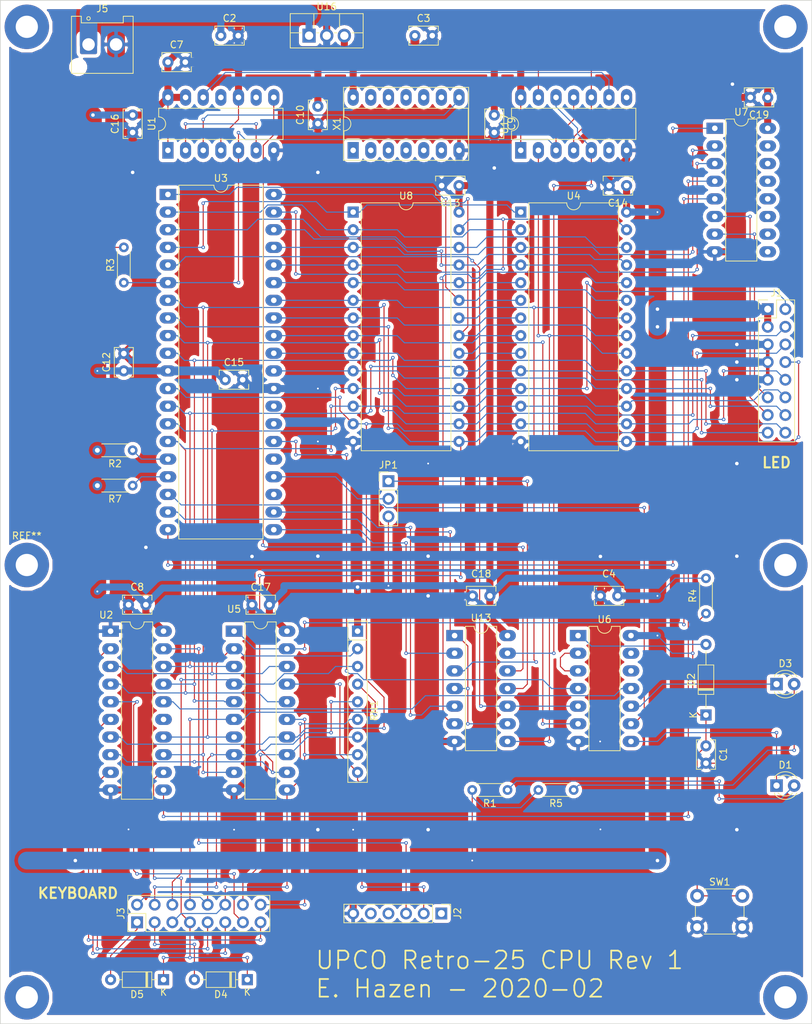
<source format=kicad_pcb>
(kicad_pcb (version 20171130) (host pcbnew 5.0.2-bee76a0~70~ubuntu16.04.1)
  (layers (0 F.Cu signal) (31 B.Cu signal) (34 B.Paste user) (35 F.Paste user) (36 B.SilkS user) (37 F.SilkS user) (38 B.Mask user) (39 F.Mask user) (44 Edge.Cuts user))
  (net 0 "")
  (net 1 "Net-(C1-Pad1)")
  (net 2 GND)
  (net 3 "Net-(C2-Pad1)")
  (net 4 +5V)
  (net 5 "Net-(D1-Pad2)")
  (net 6 "Net-(D1-Pad1)")
  (net 7 "Net-(D3-Pad1)")
  (net 8 "Net-(D3-Pad2)")
  (net 9 /KQ4)
  (net 10 "Net-(D4-Pad2)")
  (net 11 "Net-(D5-Pad2)")
  (net 12 /D7)
  (net 13 /A0)
  (net 14 /D6)
  (net 15 /nLED1)
  (net 16 /D5)
  (net 17 /nLED2)
  (net 18 /D4)
  (net 19 /D3)
  (net 20 /D2)
  (net 21 /D1)
  (net 22 /D0)
  (net 23 "Net-(J2-Pad1)")
  (net 24 /KI7)
  (net 25 /KQ7)
  (net 26 "Net-(J2-Pad4)")
  (net 27 "Net-(J2-Pad5)")
  (net 28 /KI3)
  (net 29 /KI0)
  (net 30 /KI4)
  (net 31 /KI1)
  (net 32 /KI2)
  (net 33 /KQ3)
  (net 34 /KQ2)
  (net 35 /KQ1)
  (net 36 /KI5)
  (net 37 /KQ0)
  (net 38 /KI6)
  (net 39 "Net-(JP1-Pad1)")
  (net 40 /nWAIT)
  (net 41 /nINT)
  (net 42 /CLK)
  (net 43 "Net-(R7-Pad1)")
  (net 44 "Net-(U1-Pad2)")
  (net 45 "Net-(U1-Pad12)")
  (net 46 "Net-(U1-Pad11)")
  (net 47 "Net-(U1-Pad3)")
  (net 48 "Net-(U1-Pad9)")
  (net 49 "Net-(U1-Pad8)")
  (net 50 /KQ6)
  (net 51 /KQ5)
  (net 52 /nKBWR)
  (net 53 /A11)
  (net 54 /nRD)
  (net 55 /A12)
  (net 56 /nWR)
  (net 57 /A13)
  (net 58 "Net-(U3-Pad23)")
  (net 59 /A14)
  (net 60 /A15)
  (net 61 "Net-(U3-Pad25)")
  (net 62 /nRST)
  (net 63 /nM1)
  (net 64 "Net-(U3-Pad28)")
  (net 65 /A1)
  (net 66 /A2)
  (net 67 /A3)
  (net 68 /A4)
  (net 69 /A5)
  (net 70 /A6)
  (net 71 /A7)
  (net 72 "Net-(U3-Pad18)")
  (net 73 /A8)
  (net 74 /nMREQ)
  (net 75 /A9)
  (net 76 /nIORQ)
  (net 77 /A10)
  (net 78 /nROM)
  (net 79 /nMRD)
  (net 80 /nMWR)
  (net 81 /nKBRD)
  (net 82 /nRAM)
  (net 83 "Net-(U6-Pad2)")
  (net 84 "Net-(U13-Pad13)")
  (net 85 "Net-(U17-Pad8)")
  (net 86 "Net-(U17-Pad6)")
  (net 87 "Net-(X1-Pad1)")
  (module Package_DIP:DIP-28_W15.24mm (layer F.Cu) (at 100.33 55.88)
    (fp_text reference U4 (at 7.62 -2.33) (layer F.SilkS))
    (fp_text value AT28C256-15PU)
    (pad 1 thru_hole rect (at 0 0) (size 1.6 1.6) (drill 0.8) (layers *.Cu *.Mask) (net 59 /A14))
    (pad 15 thru_hole oval (at 15.24 33.02) (size 1.6 1.6) (drill 0.8) (layers *.Cu *.Mask) (net 19 /D3))
    (pad 2 thru_hole oval (at 0 2.54) (size 1.6 1.6) (drill 0.8) (layers *.Cu *.Mask) (net 55 /A12))
    (pad 16 thru_hole oval (at 15.24 30.48) (size 1.6 1.6) (drill 0.8) (layers *.Cu *.Mask) (net 18 /D4))
    (pad 3 thru_hole oval (at 0 5.08) (size 1.6 1.6) (drill 0.8) (layers *.Cu *.Mask) (net 71 /A7))
    (pad 17 thru_hole oval (at 15.24 27.94) (size 1.6 1.6) (drill 0.8) (layers *.Cu *.Mask) (net 16 /D5))
    (pad 4 thru_hole oval (at 0 7.62) (size 1.6 1.6) (drill 0.8) (layers *.Cu *.Mask) (net 70 /A6))
    (pad 18 thru_hole oval (at 15.24 25.4) (size 1.6 1.6) (drill 0.8) (layers *.Cu *.Mask) (net 14 /D6))
    (pad 5 thru_hole oval (at 0 10.16) (size 1.6 1.6) (drill 0.8) (layers *.Cu *.Mask) (net 69 /A5))
    (pad 19 thru_hole oval (at 15.24 22.86) (size 1.6 1.6) (drill 0.8) (layers *.Cu *.Mask) (net 12 /D7))
    (pad 6 thru_hole oval (at 0 12.7) (size 1.6 1.6) (drill 0.8) (layers *.Cu *.Mask) (net 68 /A4))
    (pad 20 thru_hole oval (at 15.24 20.32) (size 1.6 1.6) (drill 0.8) (layers *.Cu *.Mask) (net 78 /nROM))
    (pad 7 thru_hole oval (at 0 15.24) (size 1.6 1.6) (drill 0.8) (layers *.Cu *.Mask) (net 67 /A3))
    (pad 21 thru_hole oval (at 15.24 17.78) (size 1.6 1.6) (drill 0.8) (layers *.Cu *.Mask) (net 77 /A10))
    (pad 8 thru_hole oval (at 0 17.78) (size 1.6 1.6) (drill 0.8) (layers *.Cu *.Mask) (net 66 /A2))
    (pad 22 thru_hole oval (at 15.24 15.24) (size 1.6 1.6) (drill 0.8) (layers *.Cu *.Mask) (net 79 /nMRD))
    (pad 9 thru_hole oval (at 0 20.32) (size 1.6 1.6) (drill 0.8) (layers *.Cu *.Mask) (net 65 /A1))
    (pad 23 thru_hole oval (at 15.24 12.7) (size 1.6 1.6) (drill 0.8) (layers *.Cu *.Mask) (net 53 /A11))
    (pad 10 thru_hole oval (at 0 22.86) (size 1.6 1.6) (drill 0.8) (layers *.Cu *.Mask) (net 13 /A0))
    (pad 24 thru_hole oval (at 15.24 10.16) (size 1.6 1.6) (drill 0.8) (layers *.Cu *.Mask) (net 75 /A9))
    (pad 11 thru_hole oval (at 0 25.4) (size 1.6 1.6) (drill 0.8) (layers *.Cu *.Mask) (net 22 /D0))
    (pad 25 thru_hole oval (at 15.24 7.62) (size 1.6 1.6) (drill 0.8) (layers *.Cu *.Mask) (net 73 /A8))
    (pad 12 thru_hole oval (at 0 27.94) (size 1.6 1.6) (drill 0.8) (layers *.Cu *.Mask) (net 21 /D1))
    (pad 26 thru_hole oval (at 15.24 5.08) (size 1.6 1.6) (drill 0.8) (layers *.Cu *.Mask) (net 57 /A13))
    (pad 13 thru_hole oval (at 0 30.48) (size 1.6 1.6) (drill 0.8) (layers *.Cu *.Mask) (net 20 /D2))
    (pad 27 thru_hole oval (at 15.24 2.54) (size 1.6 1.6) (drill 0.8) (layers *.Cu *.Mask) (net 80 /nMWR))
    (pad 14 thru_hole oval (at 0 33.02) (size 1.6 1.6) (drill 0.8) (layers *.Cu *.Mask) (net 2 GND))
    (pad 28 thru_hole oval (at 15.24 0) (size 1.6 1.6) (drill 0.8) (layers *.Cu *.Mask) (net 4 +5V))
  )
  (module Package_DIP:DIP-14_W7.62mm_LongPads (layer F.Cu) (at 49.53 46.99 90)
    (fp_text reference U1 (at 3.81 -2.33 90) (layer F.SilkS))
    (fp_text value 74AS74)
    (pad 14 thru_hole oval (at 7.62 0 90) (size 2.4 1.6) (drill 0.8) (layers *.Cu *.Mask) (net 4 +5V))
    (pad 7 thru_hole oval (at 0 15.24 90) (size 2.4 1.6) (drill 0.8) (layers *.Cu *.Mask) (net 2 GND))
    (pad 13 thru_hole oval (at 7.62 2.54 90) (size 2.4 1.6) (drill 0.8) (layers *.Cu *.Mask) (net 4 +5V))
    (pad 6 thru_hole oval (at 0 12.7 90) (size 2.4 1.6) (drill 0.8) (layers *.Cu *.Mask) (net 44 "Net-(U1-Pad2)"))
    (pad 12 thru_hole oval (at 7.62 5.08 90) (size 2.4 1.6) (drill 0.8) (layers *.Cu *.Mask) (net 45 "Net-(U1-Pad12)"))
    (pad 5 thru_hole oval (at 0 10.16 90) (size 2.4 1.6) (drill 0.8) (layers *.Cu *.Mask) (net 42 /CLK))
    (pad 11 thru_hole oval (at 7.62 7.62 90) (size 2.4 1.6) (drill 0.8) (layers *.Cu *.Mask) (net 46 "Net-(U1-Pad11)"))
    (pad 4 thru_hole oval (at 0 7.62 90) (size 2.4 1.6) (drill 0.8) (layers *.Cu *.Mask) (net 4 +5V))
    (pad 10 thru_hole oval (at 7.62 10.16 90) (size 2.4 1.6) (drill 0.8) (layers *.Cu *.Mask) (net 4 +5V))
    (pad 3 thru_hole oval (at 0 5.08 90) (size 2.4 1.6) (drill 0.8) (layers *.Cu *.Mask) (net 47 "Net-(U1-Pad3)"))
    (pad 9 thru_hole oval (at 7.62 12.7 90) (size 2.4 1.6) (drill 0.8) (layers *.Cu *.Mask) (net 48 "Net-(U1-Pad9)"))
    (pad 2 thru_hole oval (at 0 2.54 90) (size 2.4 1.6) (drill 0.8) (layers *.Cu *.Mask) (net 44 "Net-(U1-Pad2)"))
    (pad 8 thru_hole oval (at 7.62 15.24 90) (size 2.4 1.6) (drill 0.8) (layers *.Cu *.Mask) (net 49 "Net-(U1-Pad8)"))
    (pad 1 thru_hole rect (at 0 0 90) (size 2.4 1.6) (drill 0.8) (layers *.Cu *.Mask) (net 4 +5V))
  )
  (module Package_DIP:DIP-28_W15.24mm (layer F.Cu) (at 76.2 55.88)
    (fp_text reference U8 (at 7.62 -2.33) (layer F.SilkS))
    (fp_text value IDT71256SA)
    (pad 28 thru_hole oval (at 15.24 0) (size 1.6 1.6) (drill 0.8) (layers *.Cu *.Mask) (net 4 +5V))
    (pad 14 thru_hole oval (at 0 33.02) (size 1.6 1.6) (drill 0.8) (layers *.Cu *.Mask) (net 2 GND))
    (pad 27 thru_hole oval (at 15.24 2.54) (size 1.6 1.6) (drill 0.8) (layers *.Cu *.Mask) (net 80 /nMWR))
    (pad 13 thru_hole oval (at 0 30.48) (size 1.6 1.6) (drill 0.8) (layers *.Cu *.Mask) (net 20 /D2))
    (pad 26 thru_hole oval (at 15.24 5.08) (size 1.6 1.6) (drill 0.8) (layers *.Cu *.Mask) (net 57 /A13))
    (pad 12 thru_hole oval (at 0 27.94) (size 1.6 1.6) (drill 0.8) (layers *.Cu *.Mask) (net 21 /D1))
    (pad 25 thru_hole oval (at 15.24 7.62) (size 1.6 1.6) (drill 0.8) (layers *.Cu *.Mask) (net 73 /A8))
    (pad 11 thru_hole oval (at 0 25.4) (size 1.6 1.6) (drill 0.8) (layers *.Cu *.Mask) (net 22 /D0))
    (pad 24 thru_hole oval (at 15.24 10.16) (size 1.6 1.6) (drill 0.8) (layers *.Cu *.Mask) (net 75 /A9))
    (pad 10 thru_hole oval (at 0 22.86) (size 1.6 1.6) (drill 0.8) (layers *.Cu *.Mask) (net 13 /A0))
    (pad 23 thru_hole oval (at 15.24 12.7) (size 1.6 1.6) (drill 0.8) (layers *.Cu *.Mask) (net 53 /A11))
    (pad 9 thru_hole oval (at 0 20.32) (size 1.6 1.6) (drill 0.8) (layers *.Cu *.Mask) (net 65 /A1))
    (pad 22 thru_hole oval (at 15.24 15.24) (size 1.6 1.6) (drill 0.8) (layers *.Cu *.Mask) (net 79 /nMRD))
    (pad 8 thru_hole oval (at 0 17.78) (size 1.6 1.6) (drill 0.8) (layers *.Cu *.Mask) (net 66 /A2))
    (pad 21 thru_hole oval (at 15.24 17.78) (size 1.6 1.6) (drill 0.8) (layers *.Cu *.Mask) (net 77 /A10))
    (pad 7 thru_hole oval (at 0 15.24) (size 1.6 1.6) (drill 0.8) (layers *.Cu *.Mask) (net 67 /A3))
    (pad 20 thru_hole oval (at 15.24 20.32) (size 1.6 1.6) (drill 0.8) (layers *.Cu *.Mask) (net 82 /nRAM))
    (pad 6 thru_hole oval (at 0 12.7) (size 1.6 1.6) (drill 0.8) (layers *.Cu *.Mask) (net 68 /A4))
    (pad 19 thru_hole oval (at 15.24 22.86) (size 1.6 1.6) (drill 0.8) (layers *.Cu *.Mask) (net 12 /D7))
    (pad 5 thru_hole oval (at 0 10.16) (size 1.6 1.6) (drill 0.8) (layers *.Cu *.Mask) (net 69 /A5))
    (pad 18 thru_hole oval (at 15.24 25.4) (size 1.6 1.6) (drill 0.8) (layers *.Cu *.Mask) (net 14 /D6))
    (pad 4 thru_hole oval (at 0 7.62) (size 1.6 1.6) (drill 0.8) (layers *.Cu *.Mask) (net 70 /A6))
    (pad 17 thru_hole oval (at 15.24 27.94) (size 1.6 1.6) (drill 0.8) (layers *.Cu *.Mask) (net 16 /D5))
    (pad 3 thru_hole oval (at 0 5.08) (size 1.6 1.6) (drill 0.8) (layers *.Cu *.Mask) (net 71 /A7))
    (pad 16 thru_hole oval (at 15.24 30.48) (size 1.6 1.6) (drill 0.8) (layers *.Cu *.Mask) (net 18 /D4))
    (pad 2 thru_hole oval (at 0 2.54) (size 1.6 1.6) (drill 0.8) (layers *.Cu *.Mask) (net 55 /A12))
    (pad 15 thru_hole oval (at 15.24 33.02) (size 1.6 1.6) (drill 0.8) (layers *.Cu *.Mask) (net 19 /D3))
    (pad 1 thru_hole rect (at 0 0) (size 1.6 1.6) (drill 0.8) (layers *.Cu *.Mask) (net 59 /A14))
  )
  (module Capacitor_THT:C_Rect_L4.0mm_W2.5mm_P2.50mm (layer F.Cu) (at 127 132.715 270)
    (fp_text reference C1 (at 1.25 -2.5 270) (layer F.SilkS))
    (fp_text value 10uF)
    (pad 2 thru_hole circle (at 2.5 0 270) (size 1.6 1.6) (drill 0.8) (layers *.Cu *.Mask) (net 2 GND))
    (pad 1 thru_hole circle (at 0 0 270) (size 1.6 1.6) (drill 0.8) (layers *.Cu *.Mask) (net 1 "Net-(C1-Pad1)"))
  )
  (module Capacitor_THT:C_Rect_L4.0mm_W2.5mm_P2.50mm (layer F.Cu) (at 85.09 30.48)
    (fp_text reference C3 (at 1.25 -2.5) (layer F.SilkS))
    (fp_text value 0.1uF)
    (pad 2 thru_hole circle (at 2.5 0) (size 1.6 1.6) (drill 0.8) (layers *.Cu *.Mask) (net 2 GND))
    (pad 1 thru_hole circle (at 0 0) (size 1.6 1.6) (drill 0.8) (layers *.Cu *.Mask) (net 4 +5V))
  )
  (module Capacitor_THT:C_Rect_L4.0mm_W2.5mm_P2.50mm (layer F.Cu) (at 114.3 111.125 180)
    (fp_text reference C4 (at 1.27 3.175 180) (layer F.SilkS))
    (fp_text value 0.1uF)
    (pad 2 thru_hole circle (at 2.5 0 180) (size 1.6 1.6) (drill 0.8) (layers *.Cu *.Mask) (net 2 GND))
    (pad 1 thru_hole circle (at 0 0 180) (size 1.6 1.6) (drill 0.8) (layers *.Cu *.Mask) (net 4 +5V))
  )
  (module Capacitor_THT:C_Rect_L4.0mm_W2.5mm_P2.50mm (layer F.Cu) (at 49.53 34.29)
    (fp_text reference C7 (at 1.25 -2.5) (layer F.SilkS))
    (fp_text value 0.1uF)
    (pad 2 thru_hole circle (at 2.5 0) (size 1.6 1.6) (drill 0.8) (layers *.Cu *.Mask) (net 2 GND))
    (pad 1 thru_hole circle (at 0 0) (size 1.6 1.6) (drill 0.8) (layers *.Cu *.Mask) (net 4 +5V))
  )
  (module Capacitor_THT:C_Rect_L4.0mm_W2.5mm_P2.50mm (layer F.Cu) (at 46.355 112.395 180)
    (fp_text reference C8 (at 1.25 2.54 180) (layer F.SilkS))
    (fp_text value 0.1uF)
    (pad 2 thru_hole circle (at 2.5 0 180) (size 1.6 1.6) (drill 0.8) (layers *.Cu *.Mask) (net 2 GND))
    (pad 1 thru_hole circle (at 0 0 180) (size 1.6 1.6) (drill 0.8) (layers *.Cu *.Mask) (net 4 +5V))
  )
  (module Capacitor_THT:C_Rect_L4.0mm_W2.5mm_P2.50mm (layer F.Cu) (at 96.52 41.91 270)
    (fp_text reference C9 (at 1.25 -2.5 270) (layer F.SilkS))
    (fp_text value 0.1uF)
    (pad 2 thru_hole circle (at 2.5 0 270) (size 1.6 1.6) (drill 0.8) (layers *.Cu *.Mask) (net 2 GND))
    (pad 1 thru_hole circle (at 0 0 270) (size 1.6 1.6) (drill 0.8) (layers *.Cu *.Mask) (net 4 +5V))
  )
  (module Capacitor_THT:C_Rect_L4.0mm_W2.5mm_P2.50mm (layer F.Cu) (at 71.12 40.64 270)
    (fp_text reference C10 (at 1.25 2.54 270) (layer F.SilkS))
    (fp_text value 0.1uF)
    (pad 2 thru_hole circle (at 2.5 0 270) (size 1.6 1.6) (drill 0.8) (layers *.Cu *.Mask) (net 2 GND))
    (pad 1 thru_hole circle (at 0 0 270) (size 1.6 1.6) (drill 0.8) (layers *.Cu *.Mask) (net 4 +5V))
  )
  (module Capacitor_THT:C_Rect_L4.0mm_W2.5mm_P2.50mm (layer F.Cu) (at 43.18 78.74 90)
    (fp_text reference C12 (at 1.25 -2.5 90) (layer F.SilkS))
    (fp_text value 0.1uF)
    (pad 2 thru_hole circle (at 2.5 0 90) (size 1.6 1.6) (drill 0.8) (layers *.Cu *.Mask) (net 2 GND))
    (pad 1 thru_hole circle (at 0 0 90) (size 1.6 1.6) (drill 0.8) (layers *.Cu *.Mask) (net 4 +5V))
  )
  (module Capacitor_THT:C_Rect_L4.0mm_W2.5mm_P2.50mm (layer F.Cu) (at 91.44 52.07 180)
    (fp_text reference C13 (at 1.25 -2.5 180) (layer F.SilkS))
    (fp_text value 0.1uF)
    (pad 2 thru_hole circle (at 2.5 0 180) (size 1.6 1.6) (drill 0.8) (layers *.Cu *.Mask) (net 2 GND))
    (pad 1 thru_hole circle (at 0 0 180) (size 1.6 1.6) (drill 0.8) (layers *.Cu *.Mask) (net 4 +5V))
  )
  (module Capacitor_THT:C_Rect_L4.0mm_W2.5mm_P2.50mm (layer F.Cu) (at 115.57 52.07 180)
    (fp_text reference C14 (at 1.25 -2.5 180) (layer F.SilkS))
    (fp_text value 0.1uF)
    (pad 2 thru_hole circle (at 2.5 0 180) (size 1.6 1.6) (drill 0.8) (layers *.Cu *.Mask) (net 2 GND))
    (pad 1 thru_hole circle (at 0 0 180) (size 1.6 1.6) (drill 0.8) (layers *.Cu *.Mask) (net 4 +5V))
  )
  (module Capacitor_THT:C_Rect_L4.0mm_W2.5mm_P2.50mm (layer F.Cu) (at 57.785 80.01)
    (fp_text reference C15 (at 1.25 -2.5) (layer F.SilkS))
    (fp_text value 0.1uF)
    (pad 2 thru_hole circle (at 2.5 0) (size 1.6 1.6) (drill 0.8) (layers *.Cu *.Mask) (net 2 GND))
    (pad 1 thru_hole circle (at 0 0) (size 1.6 1.6) (drill 0.8) (layers *.Cu *.Mask) (net 4 +5V))
  )
  (module Capacitor_THT:C_Rect_L4.0mm_W2.5mm_P2.50mm (layer F.Cu) (at 44.45 41.91 270)
    (fp_text reference C16 (at 1.27 2.54 270) (layer F.SilkS))
    (fp_text value 0.1uF)
    (pad 2 thru_hole circle (at 2.5 0 270) (size 1.6 1.6) (drill 0.8) (layers *.Cu *.Mask) (net 2 GND))
    (pad 1 thru_hole circle (at 0 0 270) (size 1.6 1.6) (drill 0.8) (layers *.Cu *.Mask) (net 4 +5V))
  )
  (module Capacitor_THT:C_Rect_L4.0mm_W2.5mm_P2.50mm (layer F.Cu) (at 64.135 112.395 180)
    (fp_text reference C17 (at 1.25 2.54 180) (layer F.SilkS))
    (fp_text value 0.1uF)
    (pad 2 thru_hole circle (at 2.5 0 180) (size 1.6 1.6) (drill 0.8) (layers *.Cu *.Mask) (net 2 GND))
    (pad 1 thru_hole circle (at 0 0 180) (size 1.6 1.6) (drill 0.8) (layers *.Cu *.Mask) (net 4 +5V))
  )
  (module Capacitor_THT:C_Rect_L4.0mm_W2.5mm_P2.50mm (layer F.Cu) (at 95.885 111.125 180)
    (fp_text reference C18 (at 1.25 3.175 180) (layer F.SilkS))
    (fp_text value 0.1uF)
    (pad 2 thru_hole circle (at 2.5 0 180) (size 1.6 1.6) (drill 0.8) (layers *.Cu *.Mask) (net 2 GND))
    (pad 1 thru_hole circle (at 0 0 180) (size 1.6 1.6) (drill 0.8) (layers *.Cu *.Mask) (net 4 +5V))
  )
  (module Capacitor_THT:C_Rect_L4.0mm_W2.5mm_P2.50mm (layer F.Cu) (at 135.89 39.37 180)
    (fp_text reference C19 (at 1.25 -2.5 180) (layer F.SilkS))
    (fp_text value 0.1uF)
    (pad 2 thru_hole circle (at 2.5 0 180) (size 1.6 1.6) (drill 0.8) (layers *.Cu *.Mask) (net 2 GND))
    (pad 1 thru_hole circle (at 0 0 180) (size 1.6 1.6) (drill 0.8) (layers *.Cu *.Mask) (net 4 +5V))
  )
  (module MountingHole:MountingHole_3.2mm_M3_Pad (layer F.Cu) (at 138.43 106.68)
    (fp_text reference REF** hide)
    (fp_text value MountingHole_3.2mm_M3_Pad)
    (pad 1 thru_hole circle (at 0 0) (size 6.4 6.4) (drill 3.2) (layers *.Cu *.Mask))
  )
  (module MountingHole:MountingHole_3.2mm_M3_Pad (layer F.Cu) (at 29.21 106.68)
    (fp_text reference REF** (at 0 -4.2) (layer F.SilkS))
    (fp_text value MountingHole_3.2mm_M3_Pad)
    (pad 1 thru_hole circle (at 0 0) (size 6.4 6.4) (drill 3.2) (layers *.Cu *.Mask))
  )
  (module MountingHole:MountingHole_3.2mm_M3_Pad (layer F.Cu) (at 29.21 168.91)
    (fp_text reference REF** hide)
    (fp_text value MountingHole_3.2mm_M3_Pad)
    (pad 1 thru_hole circle (at 0 0) (size 6.4 6.4) (drill 3.2) (layers *.Cu *.Mask))
  )
  (module MountingHole:MountingHole_3.2mm_M3_Pad (layer F.Cu) (at 138.43 168.91)
    (fp_text reference REF** hide)
    (fp_text value MountingHole_3.2mm_M3_Pad)
    (pad 1 thru_hole circle (at 0 0) (size 6.4 6.4) (drill 3.2) (layers *.Cu *.Mask))
  )
  (module MountingHole:MountingHole_3.2mm_M3_Pad (layer F.Cu) (at 138.43 29.21)
    (fp_text reference REF** hide)
    (fp_text value MountingHole_3.2mm_M3_Pad)
    (pad 1 thru_hole circle (at 0 0) (size 6.4 6.4) (drill 3.2) (layers *.Cu *.Mask))
  )
  (module Capacitor_THT:C_Rect_L4.0mm_W2.5mm_P2.50mm (layer F.Cu) (at 57.15 30.48)
    (fp_text reference C2 (at 1.25 -2.5) (layer F.SilkS))
    (fp_text value 0.33uF)
    (pad 1 thru_hole circle (at 0 0) (size 1.6 1.6) (drill 0.8) (layers *.Cu *.Mask) (net 3 "Net-(C2-Pad1)"))
    (pad 2 thru_hole circle (at 2.5 0) (size 1.6 1.6) (drill 0.8) (layers *.Cu *.Mask) (net 2 GND))
  )
  (module LED_THT:LED_D3.0mm (layer F.Cu) (at 137.16 138.43)
    (fp_text reference D1 (at 1.27 -2.96) (layer F.SilkS))
    (fp_text value LED)
    (pad 2 thru_hole circle (at 2.54 0) (size 1.8 1.8) (drill 0.9) (layers *.Cu *.Mask) (net 5 "Net-(D1-Pad2)"))
    (pad 1 thru_hole rect (at 0 0) (size 1.8 1.8) (drill 0.9) (layers *.Cu *.Mask) (net 6 "Net-(D1-Pad1)"))
  )
  (module Diode_THT:D_DO-35_SOD27_P10.16mm_Horizontal (layer F.Cu) (at 127 128.27 90)
    (fp_text reference D2 (at 5.08 -2.12 90) (layer F.SilkS))
    (fp_text value 1N914)
    (fp_text user K (at 0 -1.8 90) (layer F.SilkS))
    (pad 1 thru_hole rect (at 0 0 90) (size 1.6 1.6) (drill 0.8) (layers *.Cu *.Mask) (net 1 "Net-(C1-Pad1)"))
    (pad 2 thru_hole oval (at 10.16 0 90) (size 1.6 1.6) (drill 0.8) (layers *.Cu *.Mask) (net 4 +5V))
  )
  (module LED_THT:LED_D3.0mm (layer F.Cu) (at 137.16 123.825)
    (fp_text reference D3 (at 1.27 -2.96) (layer F.SilkS))
    (fp_text value LED)
    (pad 1 thru_hole rect (at 0 0) (size 1.8 1.8) (drill 0.9) (layers *.Cu *.Mask) (net 7 "Net-(D3-Pad1)"))
    (pad 2 thru_hole circle (at 2.54 0) (size 1.8 1.8) (drill 0.9) (layers *.Cu *.Mask) (net 8 "Net-(D3-Pad2)"))
  )
  (module Diode_THT:D_DO-35_SOD27_P7.62mm_Horizontal (layer F.Cu) (at 60.96 166.37 180)
    (fp_text reference D4 (at 3.81 -2.12 180) (layer F.SilkS))
    (fp_text value 1N914)
    (fp_text user K (at 0 -1.8 180) (layer F.SilkS))
    (pad 1 thru_hole rect (at 0 0 180) (size 1.6 1.6) (drill 0.8) (layers *.Cu *.Mask) (net 9 /KQ4))
    (pad 2 thru_hole oval (at 7.62 0 180) (size 1.6 1.6) (drill 0.8) (layers *.Cu *.Mask) (net 10 "Net-(D4-Pad2)"))
  )
  (module Diode_THT:D_DO-35_SOD27_P7.62mm_Horizontal (layer F.Cu) (at 48.895 166.37 180)
    (fp_text reference D5 (at 3.81 -2.12 180) (layer F.SilkS))
    (fp_text value 1N914)
    (fp_text user K (at 0 -1.8 180) (layer F.SilkS))
    (pad 2 thru_hole oval (at 7.62 0 180) (size 1.6 1.6) (drill 0.8) (layers *.Cu *.Mask) (net 11 "Net-(D5-Pad2)"))
    (pad 1 thru_hole rect (at 0 0 180) (size 1.6 1.6) (drill 0.8) (layers *.Cu *.Mask) (net 9 /KQ4))
  )
  (module Connector_PinHeader_2.54mm:PinHeader_2x08_P2.54mm_Vertical (layer F.Cu) (at 135.89 69.85)
    (fp_text reference J1 (at 1.27 -2.33) (layer F.SilkS))
    (fp_text value hdr_2x8)
    (pad 16 thru_hole oval (at 2.54 17.78) (size 1.7 1.7) (drill 1) (layers *.Cu *.Mask) (net 12 /D7))
    (pad 15 thru_hole oval (at 0 17.78) (size 1.7 1.7) (drill 1) (layers *.Cu *.Mask) (net 13 /A0))
    (pad 14 thru_hole oval (at 2.54 15.24) (size 1.7 1.7) (drill 1) (layers *.Cu *.Mask) (net 14 /D6))
    (pad 13 thru_hole oval (at 0 15.24) (size 1.7 1.7) (drill 1) (layers *.Cu *.Mask) (net 15 /nLED1))
    (pad 12 thru_hole oval (at 2.54 12.7) (size 1.7 1.7) (drill 1) (layers *.Cu *.Mask) (net 16 /D5))
    (pad 11 thru_hole oval (at 0 12.7) (size 1.7 1.7) (drill 1) (layers *.Cu *.Mask) (net 17 /nLED2))
    (pad 10 thru_hole oval (at 2.54 10.16) (size 1.7 1.7) (drill 1) (layers *.Cu *.Mask) (net 18 /D4))
    (pad 9 thru_hole oval (at 0 10.16) (size 1.7 1.7) (drill 1) (layers *.Cu *.Mask) (net 2 GND))
    (pad 8 thru_hole oval (at 2.54 7.62) (size 1.7 1.7) (drill 1) (layers *.Cu *.Mask) (net 19 /D3))
    (pad 7 thru_hole oval (at 0 7.62) (size 1.7 1.7) (drill 1) (layers *.Cu *.Mask) (net 2 GND))
    (pad 6 thru_hole oval (at 2.54 5.08) (size 1.7 1.7) (drill 1) (layers *.Cu *.Mask) (net 20 /D2))
    (pad 5 thru_hole oval (at 0 5.08) (size 1.7 1.7) (drill 1) (layers *.Cu *.Mask) (net 2 GND))
    (pad 4 thru_hole oval (at 2.54 2.54) (size 1.7 1.7) (drill 1) (layers *.Cu *.Mask) (net 21 /D1))
    (pad 3 thru_hole oval (at 0 2.54) (size 1.7 1.7) (drill 1) (layers *.Cu *.Mask) (net 4 +5V))
    (pad 2 thru_hole oval (at 2.54 0) (size 1.7 1.7) (drill 1) (layers *.Cu *.Mask) (net 22 /D0))
    (pad 1 thru_hole rect (at 0 0) (size 1.7 1.7) (drill 1) (layers *.Cu *.Mask) (net 4 +5V))
  )
  (module Connector_PinHeader_2.54mm:PinHeader_1x06_P2.54mm_Vertical (layer F.Cu) (at 88.9 156.845 270)
    (fp_text reference J2 (at 0 -2.33 270) (layer F.SilkS))
    (fp_text value Conn_01x06)
    (pad 1 thru_hole rect (at 0 0 270) (size 1.7 1.7) (drill 1) (layers *.Cu *.Mask) (net 23 "Net-(J2-Pad1)"))
    (pad 2 thru_hole oval (at 0 2.54 270) (size 1.7 1.7) (drill 1) (layers *.Cu *.Mask) (net 24 /KI7))
    (pad 3 thru_hole oval (at 0 5.08 270) (size 1.7 1.7) (drill 1) (layers *.Cu *.Mask) (net 25 /KQ7))
    (pad 4 thru_hole oval (at 0 7.62 270) (size 1.7 1.7) (drill 1) (layers *.Cu *.Mask) (net 26 "Net-(J2-Pad4)"))
    (pad 5 thru_hole oval (at 0 10.16 270) (size 1.7 1.7) (drill 1) (layers *.Cu *.Mask) (net 27 "Net-(J2-Pad5)"))
    (pad 6 thru_hole oval (at 0 12.7 270) (size 1.7 1.7) (drill 1) (layers *.Cu *.Mask) (net 2 GND))
  )
  (module Connector_PinHeader_2.54mm:PinHeader_2x08_P2.54mm_Vertical (layer F.Cu) (at 45.085 158.115 90)
    (fp_text reference J3 (at 1.27 -2.33 90) (layer F.SilkS))
    (fp_text value hdr_2x8)
    (pad 1 thru_hole rect (at 0 0 90) (size 1.7 1.7) (drill 1) (layers *.Cu *.Mask) (net 11 "Net-(D5-Pad2)"))
    (pad 2 thru_hole oval (at 2.54 0 90) (size 1.7 1.7) (drill 1) (layers *.Cu *.Mask) (net 28 /KI3))
    (pad 3 thru_hole oval (at 0 2.54 90) (size 1.7 1.7) (drill 1) (layers *.Cu *.Mask) (net 10 "Net-(D4-Pad2)"))
    (pad 4 thru_hole oval (at 2.54 2.54 90) (size 1.7 1.7) (drill 1) (layers *.Cu *.Mask) (net 29 /KI0))
    (pad 5 thru_hole oval (at 0 5.08 90) (size 1.7 1.7) (drill 1) (layers *.Cu *.Mask) (net 30 /KI4))
    (pad 6 thru_hole oval (at 2.54 5.08 90) (size 1.7 1.7) (drill 1) (layers *.Cu *.Mask) (net 31 /KI1))
    (pad 7 thru_hole oval (at 0 7.62 90) (size 1.7 1.7) (drill 1) (layers *.Cu *.Mask) (net 9 /KQ4))
    (pad 8 thru_hole oval (at 2.54 7.62 90) (size 1.7 1.7) (drill 1) (layers *.Cu *.Mask) (net 32 /KI2))
    (pad 9 thru_hole oval (at 0 10.16 90) (size 1.7 1.7) (drill 1) (layers *.Cu *.Mask) (net 33 /KQ3))
    (pad 10 thru_hole oval (at 2.54 10.16 90) (size 1.7 1.7) (drill 1) (layers *.Cu *.Mask) (net 28 /KI3))
    (pad 11 thru_hole oval (at 0 12.7 90) (size 1.7 1.7) (drill 1) (layers *.Cu *.Mask) (net 34 /KQ2))
    (pad 12 thru_hole oval (at 2.54 12.7 90) (size 1.7 1.7) (drill 1) (layers *.Cu *.Mask) (net 30 /KI4))
    (pad 13 thru_hole oval (at 0 15.24 90) (size 1.7 1.7) (drill 1) (layers *.Cu *.Mask) (net 35 /KQ1))
    (pad 14 thru_hole oval (at 2.54 15.24 90) (size 1.7 1.7) (drill 1) (layers *.Cu *.Mask) (net 36 /KI5))
    (pad 15 thru_hole oval (at 0 17.78 90) (size 1.7 1.7) (drill 1) (layers *.Cu *.Mask) (net 37 /KQ0))
    (pad 16 thru_hole oval (at 2.54 17.78 90) (size 1.7 1.7) (drill 1) (layers *.Cu *.Mask) (net 38 /KI6))
  )
  (module Connector_Hirose:Hirose_DF63-2P-3.96DSA_1x02_P3.96mm_Horizontal (layer F.Cu) (at 38.1 31.75)
    (fp_text reference J5 (at 1.98 -5.15) (layer F.SilkS))
    (fp_text value Conn_01x02)
    (pad 1 thru_hole roundrect (at 0 0) (size 2.46 2.8) (drill 1.8) (layers *.Cu *.Mask) (roundrect_rratio 0.101626) (net 3 "Net-(C2-Pad1)"))
    (pad 2 thru_hole oval (at 3.96 0) (size 2.46 2.8) (drill 1.8) (layers *.Cu *.Mask) (net 2 GND))
    (pad "" np_thru_hole circle (at -1.5 3.25) (size 1.6 1.6) (drill 1.6) (layers *.Cu *.Mask))
  )
  (module Connector_PinHeader_2.54mm:PinHeader_1x03_P2.54mm_Vertical (layer F.Cu) (at 81.28 94.615)
    (fp_text reference JP1 (at 0 -2.33) (layer F.SilkS))
    (fp_text value jpr3)
    (pad 1 thru_hole rect (at 0 0) (size 1.7 1.7) (drill 1) (layers *.Cu *.Mask) (net 39 "Net-(JP1-Pad1)"))
    (pad 2 thru_hole oval (at 0 2.54) (size 1.7 1.7) (drill 1) (layers *.Cu *.Mask) (net 40 /nWAIT))
    (pad 3 thru_hole oval (at 0 5.08) (size 1.7 1.7) (drill 1) (layers *.Cu *.Mask) (net 4 +5V))
  )
  (module Resistor_THT:R_Axial_DIN0204_L3.6mm_D1.6mm_P5.08mm_Horizontal (layer F.Cu) (at 98.425 139.065 180)
    (fp_text reference R1 (at 2.54 -1.92 180) (layer F.SilkS))
    (fp_text value 470)
    (pad 1 thru_hole circle (at 0 0 180) (size 1.4 1.4) (drill 0.7) (layers *.Cu *.Mask) (net 5 "Net-(D1-Pad2)"))
    (pad 2 thru_hole oval (at 5.08 0 180) (size 1.4 1.4) (drill 0.7) (layers *.Cu *.Mask) (net 4 +5V))
  )
  (module Resistor_THT:R_Axial_DIN0204_L3.6mm_D1.6mm_P5.08mm_Horizontal (layer F.Cu) (at 44.45 90.17 180)
    (fp_text reference R2 (at 2.54 -1.92 180) (layer F.SilkS))
    (fp_text value 4.7k)
    (pad 2 thru_hole oval (at 5.08 0 180) (size 1.4 1.4) (drill 0.7) (layers *.Cu *.Mask) (net 4 +5V))
    (pad 1 thru_hole circle (at 0 0 180) (size 1.4 1.4) (drill 0.7) (layers *.Cu *.Mask) (net 41 /nINT))
  )
  (module Resistor_THT:R_Axial_DIN0204_L3.6mm_D1.6mm_P5.08mm_Horizontal (layer F.Cu) (at 43.18 66.04 90)
    (fp_text reference R3 (at 2.54 -1.92 90) (layer F.SilkS))
    (fp_text value 1k)
    (pad 1 thru_hole circle (at 0 0 90) (size 1.4 1.4) (drill 0.7) (layers *.Cu *.Mask) (net 42 /CLK))
    (pad 2 thru_hole oval (at 5.08 0 90) (size 1.4 1.4) (drill 0.7) (layers *.Cu *.Mask) (net 4 +5V))
  )
  (module Resistor_THT:R_Axial_DIN0204_L3.6mm_D1.6mm_P5.08mm_Horizontal (layer F.Cu) (at 127 113.665 90)
    (fp_text reference R4 (at 2.54 -1.92 90) (layer F.SilkS))
    (fp_text value 10k)
    (pad 2 thru_hole oval (at 5.08 0 90) (size 1.4 1.4) (drill 0.7) (layers *.Cu *.Mask) (net 4 +5V))
    (pad 1 thru_hole circle (at 0 0 90) (size 1.4 1.4) (drill 0.7) (layers *.Cu *.Mask) (net 1 "Net-(C1-Pad1)"))
  )
  (module Resistor_THT:R_Axial_DIN0204_L3.6mm_D1.6mm_P5.08mm_Horizontal (layer F.Cu) (at 107.95 139.065 180)
    (fp_text reference R5 (at 2.54 -1.92 180) (layer F.SilkS))
    (fp_text value 470)
    (pad 2 thru_hole oval (at 5.08 0 180) (size 1.4 1.4) (drill 0.7) (layers *.Cu *.Mask) (net 4 +5V))
    (pad 1 thru_hole circle (at 0 0 180) (size 1.4 1.4) (drill 0.7) (layers *.Cu *.Mask) (net 8 "Net-(D3-Pad2)"))
  )
  (module Resistor_THT:R_Axial_DIN0204_L3.6mm_D1.6mm_P5.08mm_Horizontal (layer F.Cu) (at 44.45 95.25 180)
    (fp_text reference R7 (at 2.54 -1.92 180) (layer F.SilkS))
    (fp_text value 4.7k)
    (pad 1 thru_hole circle (at 0 0 180) (size 1.4 1.4) (drill 0.7) (layers *.Cu *.Mask) (net 43 "Net-(R7-Pad1)"))
    (pad 2 thru_hole oval (at 5.08 0 180) (size 1.4 1.4) (drill 0.7) (layers *.Cu *.Mask) (net 4 +5V))
  )
  (module Resistor_THT:R_Array_SIP9 (layer F.Cu) (at 76.835 116.205 270)
    (fp_text reference RN1 (at 11.43 -2.4 270) (layer F.SilkS))
    (fp_text value RPACK_SIP_8)
    (pad 1 thru_hole rect (at 0 0 270) (size 1.6 1.6) (drill 0.8) (layers *.Cu *.Mask) (net 4 +5V))
    (pad 2 thru_hole oval (at 2.54 0 270) (size 1.6 1.6) (drill 0.8) (layers *.Cu *.Mask) (net 29 /KI0))
    (pad 3 thru_hole oval (at 5.08 0 270) (size 1.6 1.6) (drill 0.8) (layers *.Cu *.Mask) (net 31 /KI1))
    (pad 4 thru_hole oval (at 7.62 0 270) (size 1.6 1.6) (drill 0.8) (layers *.Cu *.Mask) (net 32 /KI2))
    (pad 5 thru_hole oval (at 10.16 0 270) (size 1.6 1.6) (drill 0.8) (layers *.Cu *.Mask) (net 28 /KI3))
    (pad 6 thru_hole oval (at 12.7 0 270) (size 1.6 1.6) (drill 0.8) (layers *.Cu *.Mask) (net 30 /KI4))
    (pad 7 thru_hole oval (at 15.24 0 270) (size 1.6 1.6) (drill 0.8) (layers *.Cu *.Mask) (net 36 /KI5))
    (pad 8 thru_hole oval (at 17.78 0 270) (size 1.6 1.6) (drill 0.8) (layers *.Cu *.Mask) (net 38 /KI6))
    (pad 9 thru_hole oval (at 20.32 0 270) (size 1.6 1.6) (drill 0.8) (layers *.Cu *.Mask) (net 24 /KI7))
  )
  (module Button_Switch_THT:SW_PUSH_6mm (layer F.Cu) (at 125.73 154.305)
    (fp_text reference SW1 (at 3.25 -2) (layer F.SilkS))
    (fp_text value SW_Push)
    (pad 2 thru_hole circle (at 0 4.5 90) (size 2 2) (drill 1.1) (layers *.Cu *.Mask) (net 2 GND))
    (pad 1 thru_hole circle (at 0 0 90) (size 2 2) (drill 1.1) (layers *.Cu *.Mask) (net 1 "Net-(C1-Pad1)"))
    (pad 2 thru_hole circle (at 6.5 4.5 90) (size 2 2) (drill 1.1) (layers *.Cu *.Mask) (net 2 GND))
    (pad 1 thru_hole circle (at 6.5 0 90) (size 2 2) (drill 1.1) (layers *.Cu *.Mask) (net 1 "Net-(C1-Pad1)"))
  )
  (module Package_DIP:DIP-20_W7.62mm_LongPads (layer F.Cu) (at 41.275 116.205)
    (fp_text reference U2 (at -0.635 -2.33) (layer F.SilkS))
    (fp_text value 74LS374)
    (pad 20 thru_hole oval (at 7.62 0) (size 2.4 1.6) (drill 0.8) (layers *.Cu *.Mask) (net 4 +5V))
    (pad 10 thru_hole oval (at 0 22.86) (size 2.4 1.6) (drill 0.8) (layers *.Cu *.Mask) (net 2 GND))
    (pad 19 thru_hole oval (at 7.62 2.54) (size 2.4 1.6) (drill 0.8) (layers *.Cu *.Mask) (net 25 /KQ7))
    (pad 9 thru_hole oval (at 0 20.32) (size 2.4 1.6) (drill 0.8) (layers *.Cu *.Mask) (net 33 /KQ3))
    (pad 18 thru_hole oval (at 7.62 5.08) (size 2.4 1.6) (drill 0.8) (layers *.Cu *.Mask) (net 12 /D7))
    (pad 8 thru_hole oval (at 0 17.78) (size 2.4 1.6) (drill 0.8) (layers *.Cu *.Mask) (net 19 /D3))
    (pad 17 thru_hole oval (at 7.62 7.62) (size 2.4 1.6) (drill 0.8) (layers *.Cu *.Mask) (net 14 /D6))
    (pad 7 thru_hole oval (at 0 15.24) (size 2.4 1.6) (drill 0.8) (layers *.Cu *.Mask) (net 20 /D2))
    (pad 16 thru_hole oval (at 7.62 10.16) (size 2.4 1.6) (drill 0.8) (layers *.Cu *.Mask) (net 50 /KQ6))
    (pad 6 thru_hole oval (at 0 12.7) (size 2.4 1.6) (drill 0.8) (layers *.Cu *.Mask) (net 34 /KQ2))
    (pad 15 thru_hole oval (at 7.62 12.7) (size 2.4 1.6) (drill 0.8) (layers *.Cu *.Mask) (net 51 /KQ5))
    (pad 5 thru_hole oval (at 0 10.16) (size 2.4 1.6) (drill 0.8) (layers *.Cu *.Mask) (net 35 /KQ1))
    (pad 14 thru_hole oval (at 7.62 15.24) (size 2.4 1.6) (drill 0.8) (layers *.Cu *.Mask) (net 16 /D5))
    (pad 4 thru_hole oval (at 0 7.62) (size 2.4 1.6) (drill 0.8) (layers *.Cu *.Mask) (net 21 /D1))
    (pad 13 thru_hole oval (at 7.62 17.78) (size 2.4 1.6) (drill 0.8) (layers *.Cu *.Mask) (net 18 /D4))
    (pad 3 thru_hole oval (at 0 5.08) (size 2.4 1.6) (drill 0.8) (layers *.Cu *.Mask) (net 22 /D0))
    (pad 12 thru_hole oval (at 7.62 20.32) (size 2.4 1.6) (drill 0.8) (layers *.Cu *.Mask) (net 9 /KQ4))
    (pad 2 thru_hole oval (at 0 2.54) (size 2.4 1.6) (drill 0.8) (layers *.Cu *.Mask) (net 37 /KQ0))
    (pad 11 thru_hole oval (at 7.62 22.86) (size 2.4 1.6) (drill 0.8) (layers *.Cu *.Mask) (net 52 /nKBWR))
    (pad 1 thru_hole rect (at 0 0) (size 2.4 1.6) (drill 0.8) (layers *.Cu *.Mask) (net 2 GND))
  )
  (module Package_DIP:DIP-40_W15.24mm_LongPads (layer F.Cu) (at 49.53 53.34)
    (fp_text reference U3 (at 7.62 -2.33) (layer F.SilkS))
    (fp_text value Z80CPU)
    (pad 1 thru_hole rect (at 0 0) (size 2.4 1.6) (drill 0.8) (layers *.Cu *.Mask) (net 53 /A11))
    (pad 21 thru_hole oval (at 15.24 48.26) (size 2.4 1.6) (drill 0.8) (layers *.Cu *.Mask) (net 54 /nRD))
    (pad 2 thru_hole oval (at 0 2.54) (size 2.4 1.6) (drill 0.8) (layers *.Cu *.Mask) (net 55 /A12))
    (pad 22 thru_hole oval (at 15.24 45.72) (size 2.4 1.6) (drill 0.8) (layers *.Cu *.Mask) (net 56 /nWR))
    (pad 3 thru_hole oval (at 0 5.08) (size 2.4 1.6) (drill 0.8) (layers *.Cu *.Mask) (net 57 /A13))
    (pad 23 thru_hole oval (at 15.24 43.18) (size 2.4 1.6) (drill 0.8) (layers *.Cu *.Mask) (net 58 "Net-(U3-Pad23)"))
    (pad 4 thru_hole oval (at 0 7.62) (size 2.4 1.6) (drill 0.8) (layers *.Cu *.Mask) (net 59 /A14))
    (pad 24 thru_hole oval (at 15.24 40.64) (size 2.4 1.6) (drill 0.8) (layers *.Cu *.Mask) (net 40 /nWAIT))
    (pad 5 thru_hole oval (at 0 10.16) (size 2.4 1.6) (drill 0.8) (layers *.Cu *.Mask) (net 60 /A15))
    (pad 25 thru_hole oval (at 15.24 38.1) (size 2.4 1.6) (drill 0.8) (layers *.Cu *.Mask) (net 61 "Net-(U3-Pad25)"))
    (pad 6 thru_hole oval (at 0 12.7) (size 2.4 1.6) (drill 0.8) (layers *.Cu *.Mask) (net 42 /CLK))
    (pad 26 thru_hole oval (at 15.24 35.56) (size 2.4 1.6) (drill 0.8) (layers *.Cu *.Mask) (net 62 /nRST))
    (pad 7 thru_hole oval (at 0 15.24) (size 2.4 1.6) (drill 0.8) (layers *.Cu *.Mask) (net 18 /D4))
    (pad 27 thru_hole oval (at 15.24 33.02) (size 2.4 1.6) (drill 0.8) (layers *.Cu *.Mask) (net 63 /nM1))
    (pad 8 thru_hole oval (at 0 17.78) (size 2.4 1.6) (drill 0.8) (layers *.Cu *.Mask) (net 19 /D3))
    (pad 28 thru_hole oval (at 15.24 30.48) (size 2.4 1.6) (drill 0.8) (layers *.Cu *.Mask) (net 64 "Net-(U3-Pad28)"))
    (pad 9 thru_hole oval (at 0 20.32) (size 2.4 1.6) (drill 0.8) (layers *.Cu *.Mask) (net 16 /D5))
    (pad 29 thru_hole oval (at 15.24 27.94) (size 2.4 1.6) (drill 0.8) (layers *.Cu *.Mask) (net 2 GND))
    (pad 10 thru_hole oval (at 0 22.86) (size 2.4 1.6) (drill 0.8) (layers *.Cu *.Mask) (net 14 /D6))
    (pad 30 thru_hole oval (at 15.24 25.4) (size 2.4 1.6) (drill 0.8) (layers *.Cu *.Mask) (net 13 /A0))
    (pad 11 thru_hole oval (at 0 25.4) (size 2.4 1.6) (drill 0.8) (layers *.Cu *.Mask) (net 4 +5V))
    (pad 31 thru_hole oval (at 15.24 22.86) (size 2.4 1.6) (drill 0.8) (layers *.Cu *.Mask) (net 65 /A1))
    (pad 12 thru_hole oval (at 0 27.94) (size 2.4 1.6) (drill 0.8) (layers *.Cu *.Mask) (net 20 /D2))
    (pad 32 thru_hole oval (at 15.24 20.32) (size 2.4 1.6) (drill 0.8) (layers *.Cu *.Mask) (net 66 /A2))
    (pad 13 thru_hole oval (at 0 30.48) (size 2.4 1.6) (drill 0.8) (layers *.Cu *.Mask) (net 12 /D7))
    (pad 33 thru_hole oval (at 15.24 17.78) (size 2.4 1.6) (drill 0.8) (layers *.Cu *.Mask) (net 67 /A3))
    (pad 14 thru_hole oval (at 0 33.02) (size 2.4 1.6) (drill 0.8) (layers *.Cu *.Mask) (net 22 /D0))
    (pad 34 thru_hole oval (at 15.24 15.24) (size 2.4 1.6) (drill 0.8) (layers *.Cu *.Mask) (net 68 /A4))
    (pad 15 thru_hole oval (at 0 35.56) (size 2.4 1.6) (drill 0.8) (layers *.Cu *.Mask) (net 21 /D1))
    (pad 35 thru_hole oval (at 15.24 12.7) (size 2.4 1.6) (drill 0.8) (layers *.Cu *.Mask) (net 69 /A5))
    (pad 16 thru_hole oval (at 0 38.1) (size 2.4 1.6) (drill 0.8) (layers *.Cu *.Mask) (net 41 /nINT))
    (pad 36 thru_hole oval (at 15.24 10.16) (size 2.4 1.6) (drill 0.8) (layers *.Cu *.Mask) (net 70 /A6))
    (pad 17 thru_hole oval (at 0 40.64) (size 2.4 1.6) (drill 0.8) (layers *.Cu *.Mask) (net 43 "Net-(R7-Pad1)"))
    (pad 37 thru_hole oval (at 15.24 7.62) (size 2.4 1.6) (drill 0.8) (layers *.Cu *.Mask) (net 71 /A7))
    (pad 18 thru_hole oval (at 0 43.18) (size 2.4 1.6) (drill 0.8) (layers *.Cu *.Mask) (net 72 "Net-(U3-Pad18)"))
    (pad 38 thru_hole oval (at 15.24 5.08) (size 2.4 1.6) (drill 0.8) (layers *.Cu *.Mask) (net 73 /A8))
    (pad 19 thru_hole oval (at 0 45.72) (size 2.4 1.6) (drill 0.8) (layers *.Cu *.Mask) (net 74 /nMREQ))
    (pad 39 thru_hole oval (at 15.24 2.54) (size 2.4 1.6) (drill 0.8) (layers *.Cu *.Mask) (net 75 /A9))
    (pad 20 thru_hole oval (at 0 48.26) (size 2.4 1.6) (drill 0.8) (layers *.Cu *.Mask) (net 76 /nIORQ))
    (pad 40 thru_hole oval (at 15.24 0) (size 2.4 1.6) (drill 0.8) (layers *.Cu *.Mask) (net 77 /A10))
  )
  (module Package_DIP:DIP-20_W7.62mm_LongPads (layer F.Cu) (at 59.055 116.205)
    (fp_text reference U5 (at 0 -3.175) (layer F.SilkS))
    (fp_text value 74LS244)
    (pad 1 thru_hole rect (at 0 0) (size 2.4 1.6) (drill 0.8) (layers *.Cu *.Mask) (net 81 /nKBRD))
    (pad 11 thru_hole oval (at 7.62 22.86) (size 2.4 1.6) (drill 0.8) (layers *.Cu *.Mask) (net 30 /KI4))
    (pad 2 thru_hole oval (at 0 2.54) (size 2.4 1.6) (drill 0.8) (layers *.Cu *.Mask) (net 29 /KI0))
    (pad 12 thru_hole oval (at 7.62 20.32) (size 2.4 1.6) (drill 0.8) (layers *.Cu *.Mask) (net 19 /D3))
    (pad 3 thru_hole oval (at 0 5.08) (size 2.4 1.6) (drill 0.8) (layers *.Cu *.Mask) (net 12 /D7))
    (pad 13 thru_hole oval (at 7.62 17.78) (size 2.4 1.6) (drill 0.8) (layers *.Cu *.Mask) (net 36 /KI5))
    (pad 4 thru_hole oval (at 0 7.62) (size 2.4 1.6) (drill 0.8) (layers *.Cu *.Mask) (net 31 /KI1))
    (pad 14 thru_hole oval (at 7.62 15.24) (size 2.4 1.6) (drill 0.8) (layers *.Cu *.Mask) (net 20 /D2))
    (pad 5 thru_hole oval (at 0 10.16) (size 2.4 1.6) (drill 0.8) (layers *.Cu *.Mask) (net 14 /D6))
    (pad 15 thru_hole oval (at 7.62 12.7) (size 2.4 1.6) (drill 0.8) (layers *.Cu *.Mask) (net 38 /KI6))
    (pad 6 thru_hole oval (at 0 12.7) (size 2.4 1.6) (drill 0.8) (layers *.Cu *.Mask) (net 32 /KI2))
    (pad 16 thru_hole oval (at 7.62 10.16) (size 2.4 1.6) (drill 0.8) (layers *.Cu *.Mask) (net 21 /D1))
    (pad 7 thru_hole oval (at 0 15.24) (size 2.4 1.6) (drill 0.8) (layers *.Cu *.Mask) (net 16 /D5))
    (pad 17 thru_hole oval (at 7.62 7.62) (size 2.4 1.6) (drill 0.8) (layers *.Cu *.Mask) (net 24 /KI7))
    (pad 8 thru_hole oval (at 0 17.78) (size 2.4 1.6) (drill 0.8) (layers *.Cu *.Mask) (net 28 /KI3))
    (pad 18 thru_hole oval (at 7.62 5.08) (size 2.4 1.6) (drill 0.8) (layers *.Cu *.Mask) (net 22 /D0))
    (pad 9 thru_hole oval (at 0 20.32) (size 2.4 1.6) (drill 0.8) (layers *.Cu *.Mask) (net 18 /D4))
    (pad 19 thru_hole oval (at 7.62 2.54) (size 2.4 1.6) (drill 0.8) (layers *.Cu *.Mask) (net 81 /nKBRD))
    (pad 10 thru_hole oval (at 0 22.86) (size 2.4 1.6) (drill 0.8) (layers *.Cu *.Mask) (net 2 GND))
    (pad 20 thru_hole oval (at 7.62 0) (size 2.4 1.6) (drill 0.8) (layers *.Cu *.Mask) (net 4 +5V))
  )
  (module Package_DIP:DIP-14_W7.62mm_LongPads (layer F.Cu) (at 108.585 116.84)
    (fp_text reference U6 (at 3.81 -2.33) (layer F.SilkS))
    (fp_text value 74HC14)
    (pad 14 thru_hole oval (at 7.62 0) (size 2.4 1.6) (drill 0.8) (layers *.Cu *.Mask) (net 4 +5V))
    (pad 7 thru_hole oval (at 0 15.24) (size 2.4 1.6) (drill 0.8) (layers *.Cu *.Mask) (net 2 GND))
    (pad 13 thru_hole oval (at 7.62 2.54) (size 2.4 1.6) (drill 0.8) (layers *.Cu *.Mask))
    (pad 6 thru_hole oval (at 0 12.7) (size 2.4 1.6) (drill 0.8) (layers *.Cu *.Mask) (net 82 /nRAM))
    (pad 12 thru_hole oval (at 7.62 5.08) (size 2.4 1.6) (drill 0.8) (layers *.Cu *.Mask))
    (pad 5 thru_hole oval (at 0 10.16) (size 2.4 1.6) (drill 0.8) (layers *.Cu *.Mask) (net 60 /A15))
    (pad 11 thru_hole oval (at 7.62 7.62) (size 2.4 1.6) (drill 0.8) (layers *.Cu *.Mask) (net 50 /KQ6))
    (pad 4 thru_hole oval (at 0 7.62) (size 2.4 1.6) (drill 0.8) (layers *.Cu *.Mask) (net 62 /nRST))
    (pad 10 thru_hole oval (at 7.62 10.16) (size 2.4 1.6) (drill 0.8) (layers *.Cu *.Mask) (net 7 "Net-(D3-Pad1)"))
    (pad 3 thru_hole oval (at 0 5.08) (size 2.4 1.6) (drill 0.8) (layers *.Cu *.Mask) (net 83 "Net-(U6-Pad2)"))
    (pad 9 thru_hole oval (at 7.62 12.7) (size 2.4 1.6) (drill 0.8) (layers *.Cu *.Mask) (net 72 "Net-(U3-Pad18)"))
    (pad 2 thru_hole oval (at 0 2.54) (size 2.4 1.6) (drill 0.8) (layers *.Cu *.Mask) (net 83 "Net-(U6-Pad2)"))
    (pad 8 thru_hole oval (at 7.62 15.24) (size 2.4 1.6) (drill 0.8) (layers *.Cu *.Mask) (net 6 "Net-(D1-Pad1)"))
    (pad 1 thru_hole rect (at 0 0) (size 2.4 1.6) (drill 0.8) (layers *.Cu *.Mask) (net 1 "Net-(C1-Pad1)"))
  )
  (module Package_DIP:DIP-16_W7.62mm_LongPads (layer F.Cu) (at 128.27 43.815)
    (fp_text reference U7 (at 3.81 -2.33) (layer F.SilkS))
    (fp_text value 74LS139)
    (pad 1 thru_hole rect (at 0 0) (size 2.4 1.6) (drill 0.8) (layers *.Cu *.Mask) (net 76 /nIORQ))
    (pad 9 thru_hole oval (at 7.62 17.78) (size 2.4 1.6) (drill 0.8) (layers *.Cu *.Mask))
    (pad 2 thru_hole oval (at 0 2.54) (size 2.4 1.6) (drill 0.8) (layers *.Cu *.Mask) (net 71 /A7))
    (pad 10 thru_hole oval (at 7.62 15.24) (size 2.4 1.6) (drill 0.8) (layers *.Cu *.Mask))
    (pad 3 thru_hole oval (at 0 5.08) (size 2.4 1.6) (drill 0.8) (layers *.Cu *.Mask) (net 70 /A6))
    (pad 11 thru_hole oval (at 7.62 12.7) (size 2.4 1.6) (drill 0.8) (layers *.Cu *.Mask))
    (pad 4 thru_hole oval (at 0 7.62) (size 2.4 1.6) (drill 0.8) (layers *.Cu *.Mask) (net 52 /nKBWR))
    (pad 12 thru_hole oval (at 7.62 10.16) (size 2.4 1.6) (drill 0.8) (layers *.Cu *.Mask))
    (pad 5 thru_hole oval (at 0 10.16) (size 2.4 1.6) (drill 0.8) (layers *.Cu *.Mask) (net 81 /nKBRD))
    (pad 13 thru_hole oval (at 7.62 7.62) (size 2.4 1.6) (drill 0.8) (layers *.Cu *.Mask))
    (pad 6 thru_hole oval (at 0 12.7) (size 2.4 1.6) (drill 0.8) (layers *.Cu *.Mask) (net 15 /nLED1))
    (pad 14 thru_hole oval (at 7.62 5.08) (size 2.4 1.6) (drill 0.8) (layers *.Cu *.Mask))
    (pad 7 thru_hole oval (at 0 15.24) (size 2.4 1.6) (drill 0.8) (layers *.Cu *.Mask) (net 17 /nLED2))
    (pad 15 thru_hole oval (at 7.62 2.54) (size 2.4 1.6) (drill 0.8) (layers *.Cu *.Mask))
    (pad 8 thru_hole oval (at 0 17.78) (size 2.4 1.6) (drill 0.8) (layers *.Cu *.Mask) (net 2 GND))
    (pad 16 thru_hole oval (at 7.62 0) (size 2.4 1.6) (drill 0.8) (layers *.Cu *.Mask) (net 4 +5V))
  )
  (module Package_DIP:DIP-14_W7.62mm_LongPads (layer F.Cu) (at 90.805 116.84)
    (fp_text reference U13 (at 3.81 -2.54) (layer F.SilkS))
    (fp_text value 74LS32)
    (pad 1 thru_hole rect (at 0 0) (size 2.4 1.6) (drill 0.8) (layers *.Cu *.Mask) (net 74 /nMREQ))
    (pad 8 thru_hole oval (at 7.62 15.24) (size 2.4 1.6) (drill 0.8) (layers *.Cu *.Mask) (net 78 /nROM))
    (pad 2 thru_hole oval (at 0 2.54) (size 2.4 1.6) (drill 0.8) (layers *.Cu *.Mask) (net 54 /nRD))
    (pad 9 thru_hole oval (at 7.62 12.7) (size 2.4 1.6) (drill 0.8) (layers *.Cu *.Mask) (net 74 /nMREQ))
    (pad 3 thru_hole oval (at 0 5.08) (size 2.4 1.6) (drill 0.8) (layers *.Cu *.Mask) (net 79 /nMRD))
    (pad 10 thru_hole oval (at 7.62 10.16) (size 2.4 1.6) (drill 0.8) (layers *.Cu *.Mask) (net 60 /A15))
    (pad 4 thru_hole oval (at 0 7.62) (size 2.4 1.6) (drill 0.8) (layers *.Cu *.Mask) (net 74 /nMREQ))
    (pad 11 thru_hole oval (at 7.62 7.62) (size 2.4 1.6) (drill 0.8) (layers *.Cu *.Mask) (net 39 "Net-(JP1-Pad1)"))
    (pad 5 thru_hole oval (at 0 10.16) (size 2.4 1.6) (drill 0.8) (layers *.Cu *.Mask) (net 56 /nWR))
    (pad 12 thru_hole oval (at 7.62 5.08) (size 2.4 1.6) (drill 0.8) (layers *.Cu *.Mask) (net 49 "Net-(U1-Pad8)"))
    (pad 6 thru_hole oval (at 0 12.7) (size 2.4 1.6) (drill 0.8) (layers *.Cu *.Mask) (net 80 /nMWR))
    (pad 13 thru_hole oval (at 7.62 2.54) (size 2.4 1.6) (drill 0.8) (layers *.Cu *.Mask) (net 84 "Net-(U13-Pad13)"))
    (pad 7 thru_hole oval (at 0 15.24) (size 2.4 1.6) (drill 0.8) (layers *.Cu *.Mask) (net 2 GND))
    (pad 14 thru_hole oval (at 7.62 0) (size 2.4 1.6) (drill 0.8) (layers *.Cu *.Mask) (net 4 +5V))
  )
  (module Package_TO_SOT_THT:TO-220F-3_Vertical (layer F.Cu) (at 69.85 30.48)
    (fp_text reference U16 (at 2.54 -4.1675) (layer F.SilkS))
    (fp_text value uA7805)
    (pad 1 thru_hole rect (at 0 0) (size 1.905 2) (drill 1.2) (layers *.Cu *.Mask) (net 3 "Net-(C2-Pad1)"))
    (pad 2 thru_hole oval (at 2.54 0) (size 1.905 2) (drill 1.2) (layers *.Cu *.Mask) (net 2 GND))
    (pad 3 thru_hole oval (at 5.08 0) (size 1.905 2) (drill 1.2) (layers *.Cu *.Mask) (net 4 +5V))
  )
  (module Package_DIP:DIP-14_W7.62mm_LongPads (layer F.Cu) (at 100.33 46.99 90)
    (fp_text reference U17 (at 3.81 -2.33 90) (layer F.SilkS))
    (fp_text value 74AS74)
    (pad 1 thru_hole rect (at 0 0 90) (size 2.4 1.6) (drill 0.8) (layers *.Cu *.Mask) (net 4 +5V))
    (pad 8 thru_hole oval (at 7.62 15.24 90) (size 2.4 1.6) (drill 0.8) (layers *.Cu *.Mask) (net 85 "Net-(U17-Pad8)"))
    (pad 2 thru_hole oval (at 0 2.54 90) (size 2.4 1.6) (drill 0.8) (layers *.Cu *.Mask) (net 78 /nROM))
    (pad 9 thru_hole oval (at 7.62 12.7 90) (size 2.4 1.6) (drill 0.8) (layers *.Cu *.Mask) (net 45 "Net-(U1-Pad12)"))
    (pad 3 thru_hole oval (at 0 5.08 90) (size 2.4 1.6) (drill 0.8) (layers *.Cu *.Mask) (net 42 /CLK))
    (pad 10 thru_hole oval (at 7.62 10.16 90) (size 2.4 1.6) (drill 0.8) (layers *.Cu *.Mask) (net 4 +5V))
    (pad 4 thru_hole oval (at 0 7.62 90) (size 2.4 1.6) (drill 0.8) (layers *.Cu *.Mask) (net 4 +5V))
    (pad 11 thru_hole oval (at 7.62 7.62 90) (size 2.4 1.6) (drill 0.8) (layers *.Cu *.Mask) (net 42 /CLK))
    (pad 5 thru_hole oval (at 0 10.16 90) (size 2.4 1.6) (drill 0.8) (layers *.Cu *.Mask) (net 84 "Net-(U13-Pad13)"))
    (pad 12 thru_hole oval (at 7.62 5.08 90) (size 2.4 1.6) (drill 0.8) (layers *.Cu *.Mask) (net 84 "Net-(U13-Pad13)"))
    (pad 6 thru_hole oval (at 0 12.7 90) (size 2.4 1.6) (drill 0.8) (layers *.Cu *.Mask) (net 86 "Net-(U17-Pad6)"))
    (pad 13 thru_hole oval (at 7.62 2.54 90) (size 2.4 1.6) (drill 0.8) (layers *.Cu *.Mask) (net 4 +5V))
    (pad 7 thru_hole oval (at 0 15.24 90) (size 2.4 1.6) (drill 0.8) (layers *.Cu *.Mask) (net 2 GND))
    (pad 14 thru_hole oval (at 7.62 0 90) (size 2.4 1.6) (drill 0.8) (layers *.Cu *.Mask) (net 4 +5V))
  )
  (module Package_DIP:DIP-14_W7.62mm_Socket_LongPads (layer F.Cu) (at 76.2 46.99 90)
    (fp_text reference X1 (at 3.81 -2.33 90) (layer F.SilkS))
    (fp_text value 20.000MHz)
    (pad 1 thru_hole rect (at 0 0 90) (size 2.4 1.6) (drill 0.8) (layers *.Cu *.Mask) (net 87 "Net-(X1-Pad1)"))
    (pad 8 thru_hole oval (at 7.62 15.24 90) (size 2.4 1.6) (drill 0.8) (layers *.Cu *.Mask) (net 47 "Net-(U1-Pad3)"))
    (pad 2 thru_hole oval (at 0 2.54 90) (size 2.4 1.6) (drill 0.8) (layers *.Cu *.Mask))
    (pad 9 thru_hole oval (at 7.62 12.7 90) (size 2.4 1.6) (drill 0.8) (layers *.Cu *.Mask))
    (pad 3 thru_hole oval (at 0 5.08 90) (size 2.4 1.6) (drill 0.8) (layers *.Cu *.Mask))
    (pad 10 thru_hole oval (at 7.62 10.16 90) (size 2.4 1.6) (drill 0.8) (layers *.Cu *.Mask))
    (pad 4 thru_hole oval (at 0 7.62 90) (size 2.4 1.6) (drill 0.8) (layers *.Cu *.Mask))
    (pad 11 thru_hole oval (at 7.62 7.62 90) (size 2.4 1.6) (drill 0.8) (layers *.Cu *.Mask))
    (pad 5 thru_hole oval (at 0 10.16 90) (size 2.4 1.6) (drill 0.8) (layers *.Cu *.Mask))
    (pad 12 thru_hole oval (at 7.62 5.08 90) (size 2.4 1.6) (drill 0.8) (layers *.Cu *.Mask))
    (pad 6 thru_hole oval (at 0 12.7 90) (size 2.4 1.6) (drill 0.8) (layers *.Cu *.Mask))
    (pad 13 thru_hole oval (at 7.62 2.54 90) (size 2.4 1.6) (drill 0.8) (layers *.Cu *.Mask))
    (pad 7 thru_hole oval (at 0 15.24 90) (size 2.4 1.6) (drill 0.8) (layers *.Cu *.Mask) (net 2 GND))
    (pad 14 thru_hole oval (at 7.62 0 90) (size 2.4 1.6) (drill 0.8) (layers *.Cu *.Mask) (net 4 +5V))
  )
  (module MountingHole:MountingHole_3.2mm_M3_Pad (layer F.Cu) (at 29.21 29.21)
    (fp_text reference REF** hide)
    (fp_text value MountingHole_3.2mm_M3_Pad)
    (pad 1 thru_hole circle (at 0 0) (size 6.4 6.4) (drill 3.2) (layers *.Cu *.Mask))
  )
  (gr_text KEYBOARD (at 36.576 153.924) (layer F.SilkS) (effects (font (size 1.5 1.5) (thickness 0.3))))
  (gr_text LED (at 137.16 91.948) (layer F.SilkS) (effects (font (size 1.5 1.5) (thickness 0.3))))
  (gr_text "UPCO Retro-25 CPU Rev 1\nE. Hazen - 2020-02" (at 70.612 165.608) (layer F.SilkS) (effects (font (size 2.54 2.54) (thickness 0.254)) (justify left)))
  (gr_line (start 25.4 172.72) (end 25.4 25.4) (layer Edge.Cuts) (width 0.1))
  (gr_line (start 142.24 172.72) (end 25.4 172.72) (layer Edge.Cuts) (width 0.1))
  (gr_line (start 142.24 25.4) (end 142.24 172.72) (layer Edge.Cuts) (width 0.1))
  (gr_line (start 25.4 25.4) (end 142.24 25.4) (layer Edge.Cuts) (width 0.1))
  (segment (start 127 132.715) (end 127 128.27) (width 0.1524) (layer F.Cu) (net 1))
  (segment (start 121.095324 118.35139) (end 122.123934 119.38) (width 0.1524) (layer B.Cu) (net 1))
  (segment (start 110.49639 118.35139) (end 121.095324 118.35139) (width 0.1524) (layer B.Cu) (net 1))
  (segment (start 108.585 116.84) (end 108.985 116.84) (width 0.1524) (layer B.Cu) (net 1))
  (segment (start 108.985 116.84) (end 110.49639 118.35139) (width 0.1524) (layer B.Cu) (net 1))
  (via (at 125.095 119.38) (size 0.508) (drill 0.254) (layers F.Cu B.Cu) (net 1))
  (segment (start 122.123934 119.38) (end 125.095 119.38) (width 0.1524) (layer B.Cu) (net 1))
  (segment (start 125.095 115.57) (end 127 113.665) (width 0.1524) (layer F.Cu) (net 1))
  (segment (start 125.095 119.38) (end 125.095 115.57) (width 0.1524) (layer F.Cu) (net 1))
  (segment (start 126.0476 128.27) (end 127 128.27) (width 0.1524) (layer F.Cu) (net 1))
  (segment (start 125.095 127.3174) (end 126.0476 128.27) (width 0.1524) (layer F.Cu) (net 1))
  (segment (start 125.095 119.38) (end 125.095 127.3174) (width 0.1524) (layer F.Cu) (net 1))
  (segment (start 125.73 133.985) (end 125.73 154.305) (width 0.1524) (layer F.Cu) (net 1))
  (segment (start 127 132.715) (end 125.73 133.985) (width 0.1524) (layer F.Cu) (net 1))
  (segment (start 132.23 154.305) (end 125.73 154.305) (width 0.1524) (layer F.Cu) (net 1))
  (segment (start 113.07 52.07) (end 110.53 49.53) (width 1.27) (layer B.Cu) (net 2))
  (segment (start 91.48 49.53) (end 88.94 52.07) (width 1.27) (layer B.Cu) (net 2))
  (segment (start 110.53 49.53) (end 91.48 49.53) (width 1.27) (layer B.Cu) (net 2))
  (segment (start 88.94 52.07) (end 87.035 50.165) (width 1.27) (layer B.Cu) (net 2))
  (via (at 44.45 50.165) (size 1.016) (drill 0.508) (layers F.Cu B.Cu) (net 2))
  (segment (start 44.45 50.165) (end 44.45 44.41) (width 1.27) (layer F.Cu) (net 2))
  (segment (start 42.06 27.81) (end 42.565 27.305) (width 2.54) (layer F.Cu) (net 2))
  (segment (start 42.06 31.75) (end 42.06 27.81) (width 2.54) (layer F.Cu) (net 2))
  (segment (start 72.39 27.305) (end 72.39 30.48) (width 1.016) (layer F.Cu) (net 2))
  (segment (start 59.65 27.345) (end 59.69 27.305) (width 1.016) (layer F.Cu) (net 2))
  (segment (start 59.65 30.48) (end 59.65 27.345) (width 1.016) (layer F.Cu) (net 2))
  (segment (start 59.69 27.305) (end 72.39 27.305) (width 2.54) (layer F.Cu) (net 2))
  (segment (start 42.565 27.305) (end 59.69 27.305) (width 2.54) (layer F.Cu) (net 2))
  (segment (start 59.65 34.25) (end 59.65 30.48) (width 1.016) (layer B.Cu) (net 2))
  (segment (start 59.69 34.29) (end 59.65 34.25) (width 1.016) (layer B.Cu) (net 2))
  (segment (start 52.03 34.29) (end 59.69 34.29) (width 1.27) (layer B.Cu) (net 2))
  (segment (start 72.39 30.48) (end 72.39 34.29) (width 1.016) (layer B.Cu) (net 2))
  (segment (start 59.69 34.29) (end 72.39 34.29) (width 2.54) (layer B.Cu) (net 2))
  (segment (start 88.94 52.07) (end 88.140001 52.869999) (width 1.016) (layer F.Cu) (net 2))
  (segment (start 64.77 49.206) (end 64.77 50.165) (width 1.016) (layer B.Cu) (net 2))
  (segment (start 64.77 46.99) (end 64.77 49.206) (width 1.016) (layer B.Cu) (net 2))
  (segment (start 64.77 50.165) (end 44.45 50.165) (width 1.27) (layer B.Cu) (net 2))
  (segment (start 87.035 50.165) (end 64.77 50.165) (width 1.27) (layer B.Cu) (net 2))
  (segment (start 71.12 43.14) (end 71.12 50.165) (width 1.016) (layer F.Cu) (net 2))
  (via (at 71.12 50.165) (size 1.016) (drill 0.508) (layers F.Cu B.Cu) (net 2))
  (segment (start 91.44 49.49) (end 91.48 49.53) (width 1.016) (layer B.Cu) (net 2))
  (segment (start 91.44 46.99) (end 91.44 49.49) (width 1.016) (layer B.Cu) (net 2))
  (segment (start 96.52 44.41) (end 96.52 49.53) (width 1.016) (layer F.Cu) (net 2))
  (via (at 96.52 49.53) (size 1.016) (drill 0.508) (layers F.Cu B.Cu) (net 2))
  (segment (start 42.06 31.75) (end 42.06 44.3) (width 2.54) (layer F.Cu) (net 2))
  (segment (start 42.17 44.41) (end 44.45 44.41) (width 1.016) (layer F.Cu) (net 2))
  (segment (start 42.06 44.3) (end 42.17 44.41) (width 1.016) (layer F.Cu) (net 2))
  (segment (start 71.12 140.97) (end 71.12 144.78) (width 2.54) (layer F.Cu) (net 2))
  (via (at 71.12 144.78) (size 1.016) (drill 0.508) (layers F.Cu B.Cu) (net 2))
  (segment (start 86.995 141.315002) (end 86.995 144.78) (width 2.54) (layer F.Cu) (net 2))
  (via (at 86.995 144.78) (size 1.016) (drill 0.508) (layers F.Cu B.Cu) (net 2))
  (segment (start 115.57 46.99) (end 115.57 48.26) (width 1.016) (layer F.Cu) (net 2))
  (segment (start 113.07 50.76) (end 113.07 52.07) (width 1.016) (layer F.Cu) (net 2))
  (segment (start 115.57 48.26) (end 113.07 50.76) (width 1.016) (layer F.Cu) (net 2))
  (segment (start 111.8 111.125) (end 111.8 144.74) (width 1.016) (layer F.Cu) (net 2))
  (via (at 111.8 144.74) (size 0.508) (drill 0.254) (layers F.Cu B.Cu) (net 2))
  (segment (start 108.585 132.08) (end 111.76 132.08) (width 1.016) (layer B.Cu) (net 2))
  (via (at 111.76 132.08) (size 0.508) (drill 0.254) (layers F.Cu B.Cu) (net 2))
  (segment (start 90.805 132.08) (end 86.995 132.08) (width 1.016) (layer F.Cu) (net 2))
  (segment (start 86.995 132.08) (end 86.995 141.315002) (width 2.54) (layer F.Cu) (net 2))
  (segment (start 86.995 111.125) (end 86.995 132.08) (width 2.54) (layer F.Cu) (net 2))
  (segment (start 59.455 139.065) (end 59.055 139.065) (width 1.016) (layer F.Cu) (net 2))
  (segment (start 61.635 136.885) (end 59.455 139.065) (width 1.016) (layer F.Cu) (net 2))
  (segment (start 61.635 112.395) (end 61.635 136.885) (width 1.016) (layer F.Cu) (net 2))
  (segment (start 59.055 139.065) (end 59.055 144.78) (width 1.016) (layer F.Cu) (net 2))
  (via (at 59.055 144.78) (size 0.508) (drill 0.254) (layers F.Cu B.Cu) (net 2))
  (via (at 43.855 144.74) (size 0.508) (drill 0.254) (layers F.Cu B.Cu) (net 2))
  (segment (start 43.491 139.065) (end 43.855 139.065) (width 1.016) (layer F.Cu) (net 2))
  (segment (start 41.275 139.065) (end 43.491 139.065) (width 1.016) (layer F.Cu) (net 2))
  (segment (start 43.855 139.065) (end 43.855 144.74) (width 1.016) (layer F.Cu) (net 2))
  (segment (start 42.6274 116.205) (end 43.855 116.205) (width 0.1524) (layer F.Cu) (net 2))
  (segment (start 41.275 116.205) (end 42.6274 116.205) (width 0.1524) (layer F.Cu) (net 2))
  (segment (start 43.855 116.205) (end 43.855 139.065) (width 1.016) (layer F.Cu) (net 2))
  (segment (start 43.855 112.395) (end 43.855 116.205) (width 1.016) (layer F.Cu) (net 2))
  (segment (start 64.77 81.28) (end 66.986 81.28) (width 1.016) (layer B.Cu) (net 2))
  (via (at 71.12 81.28) (size 0.508) (drill 0.254) (layers F.Cu B.Cu) (net 2))
  (segment (start 66.986 81.28) (end 71.12 81.28) (width 1.016) (layer B.Cu) (net 2))
  (segment (start 71.12 81.28) (end 71.12 140.97) (width 2.54) (layer F.Cu) (net 2))
  (segment (start 71.12 50.165) (end 71.12 81.28) (width 2.54) (layer F.Cu) (net 2))
  (segment (start 76.2 88.9) (end 71.12 88.9) (width 1.016) (layer B.Cu) (net 2))
  (via (at 71.12 88.9) (size 0.508) (drill 0.254) (layers F.Cu B.Cu) (net 2))
  (segment (start 100.33 88.9) (end 97.155 92.075) (width 1.016) (layer B.Cu) (net 2))
  (via (at 86.995 92.075) (size 0.508) (drill 0.254) (layers F.Cu B.Cu) (net 2))
  (segment (start 97.155 92.075) (end 86.995 92.075) (width 1.016) (layer B.Cu) (net 2))
  (segment (start 86.995 52.705) (end 86.995 92.075) (width 2.54) (layer F.Cu) (net 2))
  (segment (start 86.995 92.075) (end 84.455 92.075) (width 1.016) (layer B.Cu) (net 2))
  (segment (start 84.455 92.075) (end 81.28 88.9) (width 1.016) (layer B.Cu) (net 2))
  (segment (start 81.28 88.9) (end 76.2 88.9) (width 1.016) (layer B.Cu) (net 2))
  (segment (start 44.45 50.165) (end 44.45 55.88) (width 1.016) (layer F.Cu) (net 2))
  (segment (start 44.45 55.88) (end 46.355 57.785) (width 1.016) (layer F.Cu) (net 2))
  (segment (start 46.355 73.065) (end 43.18 76.24) (width 1.016) (layer F.Cu) (net 2))
  (segment (start 46.355 57.785) (end 46.355 73.065) (width 1.016) (layer F.Cu) (net 2))
  (segment (start 43.18 76.24) (end 46.355 79.415) (width 1.016) (layer F.Cu) (net 2))
  (segment (start 46.355 79.415) (end 46.355 104.14) (width 1.016) (layer F.Cu) (net 2))
  (segment (start 43.855 106.64) (end 43.855 112.395) (width 1.016) (layer F.Cu) (net 2))
  (segment (start 46.355 104.14) (end 43.855 106.64) (width 1.016) (layer F.Cu) (net 2))
  (segment (start 76.2 156.845) (end 76.2 144.78) (width 1.016) (layer F.Cu) (net 2))
  (via (at 76.2 144.78) (size 0.508) (drill 0.254) (layers F.Cu B.Cu) (net 2))
  (segment (start 93.385 111.125) (end 86.995 111.125) (width 1.016) (layer B.Cu) (net 2))
  (via (at 86.995 111.125) (size 1.016) (drill 0.508) (layers F.Cu B.Cu) (net 2))
  (segment (start 130.81 34.29) (end 130.81 37.465) (width 2.54) (layer B.Cu) (net 2))
  (segment (start 130.81 34.29) (end 132.715 34.29) (width 2.54) (layer B.Cu) (net 2))
  (via (at 130.81 37.465) (size 1.016) (drill 0.508) (layers F.Cu B.Cu) (net 2))
  (segment (start 130.81 40.64) (end 130.81 41.275) (width 2.54) (layer F.Cu) (net 2))
  (segment (start 130.81 41.275) (end 131.445 41.91) (width 2.54) (layer F.Cu) (net 2))
  (via (at 131.445 144.78) (size 1.016) (drill 0.508) (layers F.Cu B.Cu) (net 2))
  (segment (start 31.115 144.78) (end 131.445 144.78) (width 2.54) (layer B.Cu) (net 2))
  (segment (start 71.12 144.78) (end 31.115 144.78) (width 2.54) (layer B.Cu) (net 2))
  (via (at 131.445 105.41) (size 1.016) (drill 0.508) (layers F.Cu B.Cu) (net 2))
  (segment (start 131.445 105.41) (end 71.12 105.41) (width 1.27) (layer B.Cu) (net 2))
  (via (at 71.12 105.41) (size 1.016) (drill 0.508) (layers F.Cu B.Cu) (net 2))
  (segment (start 71.12 105.41) (end 47.625 105.41) (width 1.27) (layer B.Cu) (net 2))
  (via (at 46.355 104.14) (size 1.016) (drill 0.508) (layers F.Cu B.Cu) (net 2))
  (segment (start 47.625 105.41) (end 46.355 104.14) (width 1.27) (layer B.Cu) (net 2))
  (segment (start 111.8 111.125) (end 111.8 105.45) (width 1.016) (layer F.Cu) (net 2))
  (via (at 111.8 105.45) (size 1.016) (drill 0.508) (layers F.Cu B.Cu) (net 2))
  (via (at 86.995 105.41) (size 1.016) (drill 0.508) (layers F.Cu B.Cu) (net 2))
  (segment (start 86.995 105.41) (end 86.995 111.125) (width 2.54) (layer F.Cu) (net 2))
  (segment (start 86.995 92.075) (end 86.995 105.41) (width 2.54) (layer F.Cu) (net 2))
  (segment (start 61.635 112.395) (end 61.635 105.45) (width 1.016) (layer F.Cu) (net 2))
  (via (at 61.635 105.45) (size 1.016) (drill 0.508) (layers F.Cu B.Cu) (net 2))
  (segment (start 100.33 90.03137) (end 102.37363 92.075) (width 1.016) (layer B.Cu) (net 2))
  (segment (start 100.33 88.9) (end 100.33 90.03137) (width 1.016) (layer B.Cu) (net 2))
  (segment (start 102.37363 92.075) (end 131.445 92.075) (width 1.016) (layer B.Cu) (net 2))
  (via (at 131.445 92.075) (size 1.016) (drill 0.508) (layers F.Cu B.Cu) (net 2))
  (segment (start 135.89 74.93) (end 131.445 74.93) (width 1.016) (layer B.Cu) (net 2))
  (via (at 131.445 74.93) (size 1.016) (drill 0.508) (layers F.Cu B.Cu) (net 2))
  (segment (start 135.89 77.47) (end 131.445 77.47) (width 1.016) (layer B.Cu) (net 2))
  (via (at 131.445 77.47) (size 1.016) (drill 0.508) (layers F.Cu B.Cu) (net 2))
  (segment (start 135.89 80.01) (end 134.687919 80.01) (width 1.016) (layer B.Cu) (net 2))
  (segment (start 134.687919 80.01) (end 131.445 80.01) (width 1.016) (layer B.Cu) (net 2))
  (via (at 131.445 80.01) (size 1.016) (drill 0.508) (layers F.Cu B.Cu) (net 2))
  (segment (start 131.445 80.01) (end 131.445 105.41) (width 2.54) (layer F.Cu) (net 2))
  (segment (start 128.27 61.595) (end 131.445 61.595) (width 1.016) (layer F.Cu) (net 2))
  (segment (start 131.445 41.91) (end 131.445 61.595) (width 2.54) (layer F.Cu) (net 2))
  (segment (start 131.445 61.595) (end 131.445 80.01) (width 2.54) (layer F.Cu) (net 2))
  (segment (start 133.39 39.37) (end 130.81 39.37) (width 1.016) (layer F.Cu) (net 2))
  (segment (start 130.81 37.465) (end 130.81 39.37) (width 2.54) (layer F.Cu) (net 2))
  (segment (start 130.81 39.37) (end 130.81 40.64) (width 2.54) (layer F.Cu) (net 2))
  (segment (start 127 135.215) (end 131.405 135.215) (width 0.1524) (layer F.Cu) (net 2))
  (segment (start 131.405 135.215) (end 131.445 135.255) (width 0.1524) (layer F.Cu) (net 2))
  (segment (start 131.445 105.41) (end 131.445 135.255) (width 2.54) (layer F.Cu) (net 2))
  (segment (start 131.445 135.255) (end 131.445 144.78) (width 2.54) (layer F.Cu) (net 2))
  (segment (start 131.230001 159.804999) (end 132.23 158.805) (width 0.1524) (layer F.Cu) (net 2))
  (segment (start 126.729999 159.804999) (end 131.230001 159.804999) (width 0.1524) (layer F.Cu) (net 2))
  (segment (start 125.73 158.805) (end 126.729999 159.804999) (width 0.1524) (layer F.Cu) (net 2))
  (segment (start 132.23 158.805) (end 134.62 156.415) (width 0.1524) (layer F.Cu) (net 2))
  (segment (start 134.62 147.955) (end 131.445 144.78) (width 0.1524) (layer F.Cu) (net 2))
  (segment (start 134.62 156.415) (end 134.62 147.955) (width 0.1524) (layer F.Cu) (net 2))
  (segment (start 87.59 30.48) (end 87.59 34.25) (width 1.27) (layer B.Cu) (net 2))
  (segment (start 87.59 34.25) (end 87.63 34.29) (width 1.27) (layer B.Cu) (net 2))
  (segment (start 72.39 34.29) (end 87.63 34.29) (width 2.54) (layer B.Cu) (net 2))
  (segment (start 87.63 34.29) (end 130.81 34.29) (width 2.54) (layer B.Cu) (net 2))
  (segment (start 61.555 81.28) (end 64.77 81.28) (width 1.27) (layer B.Cu) (net 2))
  (segment (start 60.285 80.01) (end 61.555 81.28) (width 1.27) (layer B.Cu) (net 2))
  (segment (start 38.1 31.75) (end 38.1 27.94) (width 2.54) (layer B.Cu) (net 3))
  (segment (start 38.1 27.94) (end 38.1 27.305) (width 2.54) (layer B.Cu) (net 3))
  (segment (start 69.85 27.305) (end 69.85 30.48) (width 1.016) (layer B.Cu) (net 3))
  (segment (start 57.15 30.48) (end 57.15 27.305) (width 1.016) (layer B.Cu) (net 3))
  (segment (start 57.15 27.305) (end 69.85 27.305) (width 2.54) (layer B.Cu) (net 3))
  (segment (start 38.1 27.305) (end 57.15 27.305) (width 2.54) (layer B.Cu) (net 3))
  (segment (start 74.93 30.48) (end 74.93 34.29) (width 1.016) (layer F.Cu) (net 4))
  (segment (start 100.33 39.37) (end 100.33 34.29) (width 1.016) (layer F.Cu) (net 4))
  (segment (start 96.52 34.29) (end 100.33 34.29) (width 2.54) (layer F.Cu) (net 4))
  (segment (start 96.52 41.91) (end 96.52 34.29) (width 1.016) (layer F.Cu) (net 4))
  (segment (start 76.2 37.154) (end 76.2 34.29) (width 1.016) (layer F.Cu) (net 4))
  (segment (start 76.2 39.37) (end 76.2 37.154) (width 1.016) (layer F.Cu) (net 4))
  (segment (start 74.93 34.29) (end 76.2 34.29) (width 2.54) (layer F.Cu) (net 4))
  (segment (start 71.12 40.64) (end 71.12 34.29) (width 1.016) (layer F.Cu) (net 4))
  (segment (start 74.93 34.29) (end 71.12 34.29) (width 2.54) (layer F.Cu) (net 4))
  (segment (start 49.53 34.29) (end 52.07 31.75) (width 1.016) (layer F.Cu) (net 4))
  (segment (start 52.07 31.75) (end 53.975 31.75) (width 1.016) (layer F.Cu) (net 4))
  (segment (start 53.975 33.655) (end 54.61 34.29) (width 1.016) (layer F.Cu) (net 4))
  (segment (start 53.975 31.75) (end 53.975 33.655) (width 1.016) (layer F.Cu) (net 4))
  (segment (start 49.53 39.37) (end 49.53 34.29) (width 1.016) (layer F.Cu) (net 4))
  (segment (start 59.69 37.154) (end 59.69 34.29) (width 1.016) (layer F.Cu) (net 4))
  (segment (start 59.69 39.37) (end 59.69 37.154) (width 1.016) (layer F.Cu) (net 4))
  (segment (start 59.69 34.29) (end 54.61 34.29) (width 2.54) (layer F.Cu) (net 4))
  (segment (start 71.12 34.29) (end 59.69 34.29) (width 2.54) (layer F.Cu) (net 4))
  (segment (start 52.07 39.37) (end 49.53 39.37) (width 1.016) (layer F.Cu) (net 4))
  (segment (start 46.99 41.91) (end 49.53 39.37) (width 1.016) (layer F.Cu) (net 4))
  (segment (start 44.45 41.91) (end 46.99 41.91) (width 1.016) (layer F.Cu) (net 4))
  (segment (start 49.53 46.99) (end 49.53 39.37) (width 0.1524) (layer F.Cu) (net 4))
  (segment (start 57.15 46.99) (end 57.15 45.085) (width 0.1524) (layer F.Cu) (net 4))
  (segment (start 59.69 42.545) (end 59.69 39.37) (width 0.1524) (layer F.Cu) (net 4))
  (segment (start 57.15 45.085) (end 59.69 42.545) (width 0.1524) (layer F.Cu) (net 4))
  (segment (start 120.015 34.29) (end 120.015 149.225) (width 2.54) (layer F.Cu) (net 4))
  (segment (start 120.015 34.29) (end 130.81 34.29) (width 2.54) (layer F.Cu) (net 4))
  (via (at 120.015 149.225) (size 1.016) (drill 0.508) (layers F.Cu B.Cu) (net 4))
  (segment (start 44.45 41.91) (end 38.735 41.91) (width 1.016) (layer B.Cu) (net 4))
  (via (at 38.735 41.91) (size 1.016) (drill 0.508) (layers F.Cu B.Cu) (net 4))
  (segment (start 38.735 52.387599) (end 39.37 53.022599) (width 2.54) (layer F.Cu) (net 4))
  (segment (start 38.735 41.91) (end 38.735 52.387599) (width 2.54) (layer F.Cu) (net 4))
  (segment (start 39.37 110.49) (end 36.195 113.665) (width 2.54) (layer F.Cu) (net 4))
  (segment (start 36.195 113.665) (end 36.195 149.225) (width 2.54) (layer F.Cu) (net 4))
  (segment (start 36.195 149.225) (end 29.21 149.225) (width 2.54) (layer B.Cu) (net 4))
  (via (at 36.195 149.225) (size 1.016) (drill 0.508) (layers F.Cu B.Cu) (net 4))
  (segment (start 120.015 149.225) (end 36.195 149.225) (width 2.54) (layer B.Cu) (net 4))
  (segment (start 115.57 52.07) (end 115.57 55.88) (width 1.016) (layer F.Cu) (net 4))
  (segment (start 91.44 52.07) (end 91.44 55.88) (width 1.016) (layer F.Cu) (net 4))
  (segment (start 49.53 78.74) (end 43.18 78.74) (width 1.016) (layer B.Cu) (net 4))
  (segment (start 43.18 78.74) (end 39.37 78.74) (width 1.016) (layer B.Cu) (net 4))
  (via (at 39.37 78.74) (size 0.508) (drill 0.254) (layers F.Cu B.Cu) (net 4))
  (segment (start 114.3 111.125) (end 120.015 111.125) (width 1.016) (layer B.Cu) (net 4))
  (via (at 120.015 111.125) (size 0.508) (drill 0.254) (layers F.Cu B.Cu) (net 4))
  (segment (start 116.205 116.84) (end 120.015 116.84) (width 1.016) (layer B.Cu) (net 4))
  (via (at 120.015 116.84) (size 0.508) (drill 0.254) (layers F.Cu B.Cu) (net 4))
  (segment (start 115.57 55.88) (end 120.015 55.88) (width 1.016) (layer B.Cu) (net 4))
  (via (at 120.015 55.88) (size 0.508) (drill 0.254) (layers F.Cu B.Cu) (net 4))
  (segment (start 114.3 109.99363) (end 112.89137 108.585) (width 1.016) (layer B.Cu) (net 4))
  (segment (start 114.3 111.125) (end 114.3 109.99363) (width 1.016) (layer B.Cu) (net 4))
  (segment (start 98.425 108.585) (end 95.885 111.125) (width 1.016) (layer B.Cu) (net 4))
  (segment (start 112.89137 108.585) (end 98.425 108.585) (width 1.016) (layer B.Cu) (net 4))
  (segment (start 95.885 114.3) (end 98.425 116.84) (width 1.016) (layer F.Cu) (net 4))
  (segment (start 95.885 111.125) (end 95.885 114.3) (width 1.016) (layer F.Cu) (net 4))
  (segment (start 95.885 109.99363) (end 95.555969 109.664599) (width 1.016) (layer B.Cu) (net 4))
  (segment (start 95.885 111.125) (end 95.885 109.99363) (width 1.016) (layer B.Cu) (net 4))
  (segment (start 66.230401 110.299599) (end 64.135 112.395) (width 1.016) (layer B.Cu) (net 4))
  (segment (start 66.230401 109.664599) (end 66.230401 110.299599) (width 1.016) (layer B.Cu) (net 4))
  (segment (start 64.135 111.26363) (end 62.865 109.99363) (width 1.016) (layer B.Cu) (net 4))
  (segment (start 64.135 112.395) (end 64.135 111.26363) (width 1.016) (layer B.Cu) (net 4))
  (segment (start 62.865 109.99363) (end 48.75637 109.99363) (width 1.016) (layer B.Cu) (net 4))
  (segment (start 48.75637 109.99363) (end 46.355 112.395) (width 1.016) (layer B.Cu) (net 4))
  (segment (start 43.815 109.855) (end 40.005 109.855) (width 1.016) (layer B.Cu) (net 4))
  (segment (start 46.355 112.395) (end 43.815 109.855) (width 1.016) (layer B.Cu) (net 4))
  (via (at 39.37 110.49) (size 0.508) (drill 0.254) (layers F.Cu B.Cu) (net 4))
  (segment (start 40.005 109.855) (end 39.37 110.49) (width 1.016) (layer B.Cu) (net 4))
  (via (at 39.37 110.49) (size 0.508) (drill 0.254) (layers F.Cu B.Cu) (net 4))
  (segment (start 46.355 113.665) (end 48.895 116.205) (width 1.016) (layer F.Cu) (net 4))
  (segment (start 46.355 112.395) (end 46.355 113.665) (width 1.016) (layer F.Cu) (net 4))
  (segment (start 64.135 113.665) (end 66.675 116.205) (width 1.016) (layer F.Cu) (net 4))
  (segment (start 64.135 112.395) (end 64.135 113.665) (width 1.016) (layer F.Cu) (net 4))
  (segment (start 135.89 43.815) (end 135.89 39.37) (width 1.016) (layer F.Cu) (net 4))
  (segment (start 135.89 39.37) (end 135.89 34.29) (width 1.016) (layer F.Cu) (net 4))
  (segment (start 130.81 34.29) (end 135.89 34.29) (width 2.54) (layer F.Cu) (net 4))
  (segment (start 91.44 52.07) (end 93.98 52.07) (width 1.016) (layer F.Cu) (net 4))
  (segment (start 95.885 53.975) (end 95.885 111.125) (width 1.016) (layer F.Cu) (net 4))
  (segment (start 93.98 52.07) (end 95.885 53.975) (width 1.016) (layer F.Cu) (net 4))
  (segment (start 43.18 60.96) (end 39.37 60.96) (width 0.1524) (layer F.Cu) (net 4))
  (segment (start 39.37 60.96) (end 39.37 110.49) (width 2.54) (layer F.Cu) (net 4))
  (segment (start 39.37 53.022599) (end 39.37 60.96) (width 2.54) (layer F.Cu) (net 4))
  (segment (start 110.49 38.0176) (end 110.49 34.29) (width 0.1524) (layer F.Cu) (net 4))
  (segment (start 110.49 39.37) (end 110.49 38.0176) (width 0.1524) (layer F.Cu) (net 4))
  (segment (start 110.49 34.29) (end 120.015 34.29) (width 2.54) (layer F.Cu) (net 4))
  (segment (start 107.95 46.99) (end 107.95 45.085) (width 0.1524) (layer F.Cu) (net 4))
  (segment (start 110.49 42.545) (end 110.49 39.37) (width 0.1524) (layer F.Cu) (net 4))
  (segment (start 107.95 45.085) (end 110.49 42.545) (width 0.1524) (layer F.Cu) (net 4))
  (segment (start 102.87 38.0176) (end 102.87 34.29) (width 0.1524) (layer F.Cu) (net 4))
  (segment (start 102.87 39.37) (end 102.87 38.0176) (width 0.1524) (layer F.Cu) (net 4))
  (segment (start 102.87 34.29) (end 110.49 34.29) (width 2.54) (layer F.Cu) (net 4))
  (segment (start 100.33 34.29) (end 102.87 34.29) (width 2.54) (layer F.Cu) (net 4))
  (segment (start 100.33 45.6376) (end 100.33 39.37) (width 0.1524) (layer F.Cu) (net 4))
  (segment (start 100.33 46.99) (end 100.33 45.6376) (width 0.1524) (layer F.Cu) (net 4))
  (segment (start 81.28 99.695) (end 81.28 109.855) (width 0.1524) (layer F.Cu) (net 4))
  (segment (start 81.28 109.855) (end 81.28 109.664599) (width 0.1524) (layer F.Cu) (net 4))
  (via (at 81.28 109.664599) (size 0.508) (drill 0.254) (layers F.Cu B.Cu) (net 4))
  (segment (start 81.28 109.664599) (end 66.230401 109.664599) (width 1.016) (layer B.Cu) (net 4))
  (segment (start 95.555969 109.664599) (end 81.28 109.664599) (width 1.016) (layer B.Cu) (net 4))
  (segment (start 76.835 116.205) (end 76.835 114.389) (width 1.016) (layer F.Cu) (net 4))
  (segment (start 76.835 114.389) (end 76.835 109.855) (width 1.016) (layer F.Cu) (net 4))
  (via (at 76.835 109.855) (size 1.016) (drill 0.508) (layers F.Cu B.Cu) (net 4))
  (segment (start 135.89 72.39) (end 135.89 69.85) (width 1.016) (layer F.Cu) (net 4))
  (segment (start 135.89 69.85) (end 133.77 69.85) (width 1.27) (layer B.Cu) (net 4))
  (segment (start 133.77 69.85) (end 120.015 69.85) (width 2.54) (layer B.Cu) (net 4))
  (via (at 120.015 69.85) (size 1.016) (drill 0.508) (layers F.Cu B.Cu) (net 4))
  (segment (start 120.015 69.85) (end 120.015 72.39) (width 2.54) (layer B.Cu) (net 4))
  (via (at 120.015 72.39) (size 1.016) (drill 0.508) (layers F.Cu B.Cu) (net 4))
  (segment (start 122.555 108.585) (end 120.015 111.125) (width 0.1524) (layer B.Cu) (net 4))
  (segment (start 127 108.585) (end 122.555 108.585) (width 0.1524) (layer B.Cu) (net 4))
  (segment (start 121.285 118.11) (end 120.015 116.84) (width 0.1524) (layer B.Cu) (net 4))
  (segment (start 127 118.11) (end 121.285 118.11) (width 0.1524) (layer B.Cu) (net 4))
  (segment (start 93.345 140.054949) (end 94.895051 141.605) (width 0.1524) (layer B.Cu) (net 4))
  (segment (start 93.345 139.065) (end 93.345 140.054949) (width 0.1524) (layer B.Cu) (net 4))
  (segment (start 100.33 141.605) (end 102.87 139.065) (width 0.1524) (layer B.Cu) (net 4))
  (segment (start 94.895051 141.605) (end 100.33 141.605) (width 0.1524) (layer B.Cu) (net 4))
  (segment (start 93.345 139.065) (end 93.345 149.225) (width 0.1524) (layer F.Cu) (net 4))
  (via (at 93.345 149.225) (size 0.508) (drill 0.254) (layers F.Cu B.Cu) (net 4))
  (segment (start 85.09 30.48) (end 85.09 34.29) (width 1.27) (layer F.Cu) (net 4))
  (segment (start 76.2 34.29) (end 85.09 34.29) (width 2.54) (layer F.Cu) (net 4))
  (segment (start 85.09 34.29) (end 96.52 34.29) (width 2.54) (layer F.Cu) (net 4))
  (segment (start 56.515 78.74) (end 49.53 78.74) (width 1.27) (layer B.Cu) (net 4))
  (segment (start 57.785 80.01) (end 56.515 78.74) (width 1.27) (layer B.Cu) (net 4))
  (segment (start 98.425 139.065) (end 99.124999 138.365001) (width 0.1524) (layer B.Cu) (net 5))
  (segment (start 99.124999 138.365001) (end 99.695 137.795) (width 0.1524) (layer B.Cu) (net 5))
  (via (at 128.905 137.795) (size 0.508) (drill 0.254) (layers F.Cu B.Cu) (net 5))
  (segment (start 99.695 137.795) (end 128.905 137.795) (width 0.1524) (layer B.Cu) (net 5))
  (segment (start 128.905 137.795) (end 128.905 140.335) (width 0.1524) (layer F.Cu) (net 5))
  (via (at 128.905 140.335) (size 0.508) (drill 0.254) (layers F.Cu B.Cu) (net 5))
  (segment (start 137.795 140.335) (end 139.7 138.43) (width 0.1524) (layer B.Cu) (net 5))
  (segment (start 128.905 140.335) (end 137.795 140.335) (width 0.1524) (layer B.Cu) (net 5))
  (segment (start 116.205 132.08) (end 120.015 132.08) (width 0.1524) (layer B.Cu) (net 6))
  (segment (start 120.015 132.08) (end 121.285 130.81) (width 0.1524) (layer B.Cu) (net 6))
  (segment (start 121.285 130.81) (end 137.16 130.81) (width 0.1524) (layer B.Cu) (net 6))
  (via (at 137.16 130.81) (size 0.508) (drill 0.254) (layers F.Cu B.Cu) (net 6))
  (segment (start 137.16 130.81) (end 137.16 138.43) (width 0.1524) (layer F.Cu) (net 6))
  (segment (start 117.5574 127) (end 120.7324 123.825) (width 0.1524) (layer B.Cu) (net 7))
  (segment (start 116.205 127) (end 117.5574 127) (width 0.1524) (layer B.Cu) (net 7))
  (segment (start 120.7324 123.825) (end 137.16 123.825) (width 0.1524) (layer B.Cu) (net 7))
  (segment (start 108.649999 138.365001) (end 130.874999 138.365001) (width 0.1524) (layer B.Cu) (net 8))
  (segment (start 107.95 139.065) (end 108.649999 138.365001) (width 0.1524) (layer B.Cu) (net 8))
  (segment (start 130.874999 138.365001) (end 135.89 133.35) (width 0.1524) (layer B.Cu) (net 8))
  (segment (start 135.89 133.35) (end 139.7 133.35) (width 0.1524) (layer B.Cu) (net 8))
  (via (at 139.7 133.35) (size 0.508) (drill 0.254) (layers F.Cu B.Cu) (net 8))
  (segment (start 139.7 133.35) (end 139.7 123.825) (width 0.1524) (layer F.Cu) (net 8))
  (segment (start 52.705 158.115) (end 52.705 163.195) (width 0.1524) (layer F.Cu) (net 9))
  (via (at 52.705 163.195) (size 0.508) (drill 0.254) (layers F.Cu B.Cu) (net 9))
  (segment (start 52.705 163.195) (end 48.895 163.195) (width 0.1524) (layer B.Cu) (net 9))
  (via (at 48.895 163.195) (size 0.508) (drill 0.254) (layers F.Cu B.Cu) (net 9))
  (segment (start 48.895 163.195) (end 48.895 166.37) (width 0.1524) (layer F.Cu) (net 9))
  (segment (start 52.705 163.195) (end 60.96 163.195) (width 0.1524) (layer B.Cu) (net 9))
  (via (at 60.96 163.195) (size 0.508) (drill 0.254) (layers F.Cu B.Cu) (net 9))
  (segment (start 60.96 163.195) (end 60.96 166.37) (width 0.1524) (layer F.Cu) (net 9))
  (segment (start 47.46639 137.55361) (end 47.46639 151.60639) (width 0.1524) (layer F.Cu) (net 9))
  (segment (start 48.495 136.525) (end 47.46639 137.55361) (width 0.1524) (layer F.Cu) (net 9))
  (segment (start 48.895 136.525) (end 48.495 136.525) (width 0.1524) (layer F.Cu) (net 9))
  (segment (start 47.46639 151.60639) (end 47.625 151.765) (width 0.1524) (layer F.Cu) (net 9))
  (via (at 47.625 151.765) (size 0.508) (drill 0.254) (layers F.Cu B.Cu) (net 9))
  (segment (start 47.625 151.765) (end 51.435 151.765) (width 0.1524) (layer B.Cu) (net 9))
  (via (at 51.435 151.765) (size 0.508) (drill 0.254) (layers F.Cu B.Cu) (net 9))
  (segment (start 51.435 156.845) (end 52.705 158.115) (width 0.1524) (layer F.Cu) (net 9))
  (segment (start 51.435 151.765) (end 51.435 156.845) (width 0.1524) (layer F.Cu) (net 9))
  (segment (start 47.625 158.115) (end 47.625 161.29) (width 0.1524) (layer F.Cu) (net 10))
  (via (at 47.625 161.29) (size 0.508) (drill 0.254) (layers F.Cu B.Cu) (net 10))
  (segment (start 47.625 161.29) (end 53.34 161.29) (width 0.1524) (layer B.Cu) (net 10))
  (via (at 53.34 161.29) (size 0.508) (drill 0.254) (layers F.Cu B.Cu) (net 10))
  (segment (start 53.34 161.29) (end 53.34 166.37) (width 0.1524) (layer F.Cu) (net 10))
  (segment (start 41.275 162.9274) (end 41.275 166.37) (width 0.1524) (layer F.Cu) (net 11))
  (segment (start 45.085 159.1174) (end 41.275 162.9274) (width 0.1524) (layer F.Cu) (net 11))
  (segment (start 45.085 158.115) (end 45.085 159.1174) (width 0.1524) (layer F.Cu) (net 11))
  (segment (start 93.98 78.74) (end 91.44 78.74) (width 0.1524) (layer B.Cu) (net 12))
  (segment (start 115.57 78.74) (end 111.125 78.74) (width 0.1524) (layer B.Cu) (net 12))
  (segment (start 111.125 78.74) (end 109.613601 77.228601) (width 0.1524) (layer B.Cu) (net 12))
  (segment (start 109.613601 77.228601) (end 95.491399 77.228601) (width 0.1524) (layer B.Cu) (net 12))
  (segment (start 95.491399 77.228601) (end 93.98 78.74) (width 0.1524) (layer B.Cu) (net 12))
  (segment (start 51.911001 84.848601) (end 78.346399 84.848601) (width 0.1524) (layer B.Cu) (net 12))
  (segment (start 50.8824 83.82) (end 51.911001 84.848601) (width 0.1524) (layer B.Cu) (net 12))
  (segment (start 49.53 83.82) (end 50.8824 83.82) (width 0.1524) (layer B.Cu) (net 12))
  (segment (start 78.346399 84.848601) (end 78.74 84.455) (width 0.1524) (layer B.Cu) (net 12))
  (via (at 78.74 84.455) (size 0.508) (drill 0.254) (layers F.Cu B.Cu) (net 12))
  (segment (start 78.74 84.455) (end 78.74 78.105) (width 0.1524) (layer F.Cu) (net 12))
  (via (at 78.74 78.105) (size 0.508) (drill 0.254) (layers F.Cu B.Cu) (net 12))
  (segment (start 90.805 78.105) (end 91.44 78.74) (width 0.1524) (layer B.Cu) (net 12))
  (segment (start 78.74 78.105) (end 90.805 78.105) (width 0.1524) (layer B.Cu) (net 12))
  (segment (start 48.895 121.285) (end 52.705 121.285) (width 0.1524) (layer B.Cu) (net 12))
  (via (at 52.705 121.285) (size 0.508) (drill 0.254) (layers F.Cu B.Cu) (net 12))
  (segment (start 52.705 121.285) (end 52.705 85.725) (width 0.1524) (layer F.Cu) (net 12))
  (segment (start 52.705 85.725) (end 52.705 84.836) (width 0.1524) (layer F.Cu) (net 12))
  (via (at 52.705 84.836) (size 0.508) (drill 0.254) (layers F.Cu B.Cu) (net 12))
  (segment (start 57.7026 121.285) (end 52.705 121.285) (width 0.1524) (layer B.Cu) (net 12))
  (segment (start 59.055 121.285) (end 57.7026 121.285) (width 0.1524) (layer B.Cu) (net 12))
  (segment (start 115.57 78.74) (end 127 78.74) (width 0.1524) (layer B.Cu) (net 12))
  (via (at 127 78.74) (size 0.508) (drill 0.254) (layers F.Cu B.Cu) (net 12))
  (segment (start 127 78.74) (end 127 86.36) (width 0.1524) (layer F.Cu) (net 12))
  (via (at 127 86.36) (size 0.508) (drill 0.254) (layers F.Cu B.Cu) (net 12))
  (segment (start 137.16 86.36) (end 138.43 87.63) (width 0.1524) (layer B.Cu) (net 12))
  (segment (start 127 86.36) (end 137.16 86.36) (width 0.1524) (layer B.Cu) (net 12))
  (segment (start 82.55 78.74) (end 76.2 78.74) (width 0.1524) (layer B.Cu) (net 13))
  (segment (start 100.33 78.74) (end 95.25 78.74) (width 0.1524) (layer B.Cu) (net 13))
  (segment (start 95.25 78.74) (end 94.221399 79.768601) (width 0.1524) (layer B.Cu) (net 13))
  (segment (start 94.221399 79.768601) (end 83.578601 79.768601) (width 0.1524) (layer B.Cu) (net 13))
  (segment (start 83.578601 79.768601) (end 82.55 78.74) (width 0.1524) (layer B.Cu) (net 13))
  (segment (start 64.77 78.74) (end 76.2 78.74) (width 0.1524) (layer B.Cu) (net 13))
  (segment (start 100.33 78.74) (end 109.855 78.74) (width 0.1524) (layer B.Cu) (net 13))
  (segment (start 109.855 78.74) (end 111.125 80.01) (width 0.1524) (layer B.Cu) (net 13))
  (segment (start 111.125 80.01) (end 115.82233 80.01) (width 0.1524) (layer B.Cu) (net 13))
  (segment (start 115.82233 80.01) (end 126.365 80.01) (width 0.1524) (layer B.Cu) (net 13))
  (via (at 126.365 80.01) (size 0.508) (drill 0.254) (layers F.Cu B.Cu) (net 13))
  (segment (start 126.365 80.01) (end 126.365 87.63) (width 0.1524) (layer F.Cu) (net 13))
  (via (at 126.365 87.63) (size 0.508) (drill 0.254) (layers F.Cu B.Cu) (net 13))
  (segment (start 126.365 87.63) (end 135.89 87.63) (width 0.1524) (layer B.Cu) (net 13))
  (segment (start 93.98 81.28) (end 91.44 81.28) (width 0.1524) (layer B.Cu) (net 14))
  (segment (start 115.57 81.28) (end 111.125 81.28) (width 0.1524) (layer B.Cu) (net 14))
  (segment (start 111.125 81.28) (end 109.613601 79.768601) (width 0.1524) (layer B.Cu) (net 14))
  (segment (start 95.491399 79.768601) (end 93.98 81.28) (width 0.1524) (layer B.Cu) (net 14))
  (segment (start 109.613601 79.768601) (end 95.491399 79.768601) (width 0.1524) (layer B.Cu) (net 14))
  (segment (start 48.895 123.825) (end 53.34 123.825) (width 0.1524) (layer B.Cu) (net 14))
  (segment (start 50.8824 76.2) (end 51.911001 77.228601) (width 0.1524) (layer B.Cu) (net 14))
  (segment (start 49.53 76.2) (end 50.8824 76.2) (width 0.1524) (layer B.Cu) (net 14))
  (segment (start 81.521399 77.228601) (end 81.915 76.835) (width 0.1524) (layer B.Cu) (net 14))
  (via (at 81.915 76.835) (size 0.508) (drill 0.254) (layers F.Cu B.Cu) (net 14))
  (segment (start 81.915 76.835) (end 81.915 79.375) (width 0.1524) (layer F.Cu) (net 14))
  (via (at 81.915 79.375) (size 0.508) (drill 0.254) (layers F.Cu B.Cu) (net 14))
  (segment (start 83.82 81.28) (end 91.44 81.28) (width 0.1524) (layer B.Cu) (net 14))
  (segment (start 81.915 79.375) (end 83.82 81.28) (width 0.1524) (layer B.Cu) (net 14))
  (via (at 53.34 123.825) (size 0.508) (drill 0.254) (layers F.Cu B.Cu) (net 14))
  (segment (start 51.911001 77.228601) (end 53.34 77.228601) (width 0.1524) (layer B.Cu) (net 14))
  (segment (start 53.34 77.228601) (end 81.521399 77.228601) (width 0.1524) (layer B.Cu) (net 14))
  (segment (start 53.34 77.216) (end 53.34 77.228601) (width 0.1524) (layer B.Cu) (net 14))
  (via (at 53.34 77.216) (size 0.508) (drill 0.254) (layers F.Cu B.Cu) (net 14))
  (segment (start 53.34 123.825) (end 53.34 77.216) (width 0.1524) (layer F.Cu) (net 14))
  (segment (start 57.7026 126.365) (end 57.5756 126.238) (width 0.1524) (layer B.Cu) (net 14))
  (segment (start 59.055 126.365) (end 57.7026 126.365) (width 0.1524) (layer B.Cu) (net 14))
  (segment (start 57.5756 126.238) (end 53.34 126.238) (width 0.1524) (layer B.Cu) (net 14))
  (via (at 53.34 126.238) (size 0.508) (drill 0.254) (layers F.Cu B.Cu) (net 14))
  (segment (start 53.34 126.238) (end 53.34 123.825) (width 0.1524) (layer F.Cu) (net 14))
  (segment (start 115.57 81.28) (end 127.635 81.28) (width 0.1524) (layer B.Cu) (net 14))
  (via (at 127.635 81.28) (size 0.508) (drill 0.254) (layers F.Cu B.Cu) (net 14))
  (segment (start 127.635 81.28) (end 127.635 83.82) (width 0.1524) (layer F.Cu) (net 14))
  (via (at 127.635 83.82) (size 0.508) (drill 0.254) (layers F.Cu B.Cu) (net 14))
  (segment (start 137.16 83.82) (end 138.43 85.09) (width 0.1524) (layer B.Cu) (net 14))
  (segment (start 127.635 83.82) (end 137.16 83.82) (width 0.1524) (layer B.Cu) (net 14))
  (segment (start 128.27 56.515) (end 129.6224 56.515) (width 0.1524) (layer B.Cu) (net 15))
  (via (at 133.35 56.515) (size 0.508) (drill 0.254) (layers F.Cu B.Cu) (net 15))
  (segment (start 129.6224 56.515) (end 133.35 56.515) (width 0.1524) (layer B.Cu) (net 15))
  (segment (start 133.35 82.55) (end 135.89 85.09) (width 0.1524) (layer F.Cu) (net 15))
  (segment (start 133.35 56.515) (end 133.35 82.55) (width 0.1524) (layer F.Cu) (net 15))
  (segment (start 93.98 83.82) (end 91.44 83.82) (width 0.1524) (layer B.Cu) (net 16))
  (segment (start 115.57 83.82) (end 111.125 83.82) (width 0.1524) (layer B.Cu) (net 16))
  (segment (start 111.125 83.82) (end 109.613601 82.308601) (width 0.1524) (layer B.Cu) (net 16))
  (segment (start 109.613601 82.308601) (end 95.491399 82.308601) (width 0.1524) (layer B.Cu) (net 16))
  (segment (start 95.491399 82.308601) (end 93.98 83.82) (width 0.1524) (layer B.Cu) (net 16))
  (segment (start 48.895 131.445) (end 50.2474 131.445) (width 0.1524) (layer B.Cu) (net 16))
  (segment (start 51.911001 74.688601) (end 79.616399 74.688601) (width 0.1524) (layer B.Cu) (net 16))
  (segment (start 50.8824 73.66) (end 51.911001 74.688601) (width 0.1524) (layer B.Cu) (net 16))
  (segment (start 49.53 73.66) (end 50.8824 73.66) (width 0.1524) (layer B.Cu) (net 16))
  (segment (start 79.616399 74.688601) (end 80.01 74.295) (width 0.1524) (layer B.Cu) (net 16))
  (via (at 80.01 74.295) (size 0.508) (drill 0.254) (layers F.Cu B.Cu) (net 16))
  (segment (start 80.01 74.295) (end 80.01 81.915) (width 0.1524) (layer F.Cu) (net 16))
  (via (at 80.01 81.915) (size 0.508) (drill 0.254) (layers F.Cu B.Cu) (net 16))
  (segment (start 80.01 81.915) (end 81.915 81.915) (width 0.1524) (layer B.Cu) (net 16))
  (segment (start 83.82 83.82) (end 91.44 83.82) (width 0.1524) (layer B.Cu) (net 16))
  (segment (start 81.915 81.915) (end 83.82 83.82) (width 0.1524) (layer B.Cu) (net 16))
  (via (at 55.245 131.445) (size 0.508) (drill 0.254) (layers F.Cu B.Cu) (net 16))
  (segment (start 55.245 131.445) (end 59.055 131.445) (width 0.1524) (layer B.Cu) (net 16))
  (segment (start 50.2474 131.445) (end 55.245 131.445) (width 0.1524) (layer B.Cu) (net 16))
  (segment (start 55.245 131.445) (end 55.245 74.676) (width 0.1524) (layer F.Cu) (net 16))
  (via (at 55.245 74.676) (size 0.508) (drill 0.254) (layers F.Cu B.Cu) (net 16))
  (segment (start 137.580001 81.700001) (end 138.43 82.55) (width 0.1524) (layer B.Cu) (net 16))
  (segment (start 137.351399 81.471399) (end 137.580001 81.700001) (width 0.1524) (layer B.Cu) (net 16))
  (segment (start 133.823669 83.020001) (end 135.372271 81.471399) (width 0.1524) (layer B.Cu) (net 16))
  (segment (start 135.372271 81.471399) (end 137.351399 81.471399) (width 0.1524) (layer B.Cu) (net 16))
  (segment (start 116.369999 83.020001) (end 133.823669 83.020001) (width 0.1524) (layer B.Cu) (net 16))
  (segment (start 115.57 83.82) (end 116.369999 83.020001) (width 0.1524) (layer B.Cu) (net 16))
  (segment (start 135.89 82.55) (end 133.985 80.645) (width 0.1524) (layer F.Cu) (net 17))
  (via (at 133.985 59.055) (size 0.508) (drill 0.254) (layers F.Cu B.Cu) (net 17))
  (segment (start 133.985 80.645) (end 133.985 59.055) (width 0.1524) (layer F.Cu) (net 17))
  (segment (start 133.985 59.055) (end 128.27 59.055) (width 0.1524) (layer B.Cu) (net 17))
  (segment (start 93.98 86.36) (end 91.44 86.36) (width 0.1524) (layer B.Cu) (net 18))
  (segment (start 115.57 86.36) (end 111.125 86.36) (width 0.1524) (layer B.Cu) (net 18))
  (segment (start 111.125 86.36) (end 109.613601 84.848601) (width 0.1524) (layer B.Cu) (net 18))
  (segment (start 109.613601 84.848601) (end 95.491399 84.848601) (width 0.1524) (layer B.Cu) (net 18))
  (segment (start 95.491399 84.848601) (end 93.98 86.36) (width 0.1524) (layer B.Cu) (net 18))
  (segment (start 48.895 133.985) (end 54.61 133.985) (width 0.1524) (layer B.Cu) (net 18))
  (via (at 54.61 133.985) (size 0.508) (drill 0.254) (layers F.Cu B.Cu) (net 18))
  (segment (start 54.61 133.985) (end 54.61 136.525) (width 0.1524) (layer F.Cu) (net 18))
  (via (at 54.61 136.525) (size 0.508) (drill 0.254) (layers F.Cu B.Cu) (net 18))
  (segment (start 54.61 136.525) (end 59.055 136.525) (width 0.1524) (layer B.Cu) (net 18))
  (segment (start 51.911001 69.608601) (end 80.251399 69.608601) (width 0.1524) (layer B.Cu) (net 18))
  (segment (start 50.8824 68.58) (end 51.911001 69.608601) (width 0.1524) (layer B.Cu) (net 18))
  (segment (start 49.53 68.58) (end 50.8824 68.58) (width 0.1524) (layer B.Cu) (net 18))
  (segment (start 80.251399 69.608601) (end 80.645 69.215) (width 0.1524) (layer B.Cu) (net 18))
  (via (at 80.645 69.215) (size 0.508) (drill 0.254) (layers F.Cu B.Cu) (net 18))
  (segment (start 80.645 69.215) (end 80.645 84.455) (width 0.1524) (layer F.Cu) (net 18))
  (via (at 80.645 84.455) (size 0.508) (drill 0.254) (layers F.Cu B.Cu) (net 18))
  (segment (start 80.645 84.455) (end 81.915 84.455) (width 0.1524) (layer B.Cu) (net 18))
  (segment (start 83.82 86.36) (end 91.44 86.36) (width 0.1524) (layer B.Cu) (net 18))
  (segment (start 81.915 84.455) (end 83.82 86.36) (width 0.1524) (layer B.Cu) (net 18))
  (segment (start 54.61 107.315) (end 54.61 133.985) (width 0.1524) (layer F.Cu) (net 18))
  (via (at 54.61 69.596) (size 0.508) (drill 0.254) (layers F.Cu B.Cu) (net 18))
  (segment (start 54.61 69.596) (end 54.61 107.315) (width 0.1524) (layer F.Cu) (net 18))
  (segment (start 124.53925 86.36) (end 125.17425 85.725) (width 0.1524) (layer B.Cu) (net 18))
  (segment (start 115.57 86.36) (end 124.53925 86.36) (width 0.1524) (layer B.Cu) (net 18))
  (via (at 129.54 85.725) (size 0.508) (drill 0.254) (layers F.Cu B.Cu) (net 18))
  (segment (start 125.17425 85.725) (end 129.54 85.725) (width 0.1524) (layer B.Cu) (net 18))
  (segment (start 129.54 85.725) (end 129.54 78.74) (width 0.1524) (layer F.Cu) (net 18))
  (via (at 129.54 78.74) (size 0.508) (drill 0.254) (layers F.Cu B.Cu) (net 18))
  (segment (start 137.16 78.74) (end 138.43 80.01) (width 0.1524) (layer B.Cu) (net 18))
  (segment (start 129.54 78.74) (end 137.16 78.74) (width 0.1524) (layer B.Cu) (net 18))
  (segment (start 95.491399 87.388601) (end 93.98 88.9) (width 0.1524) (layer B.Cu) (net 19))
  (segment (start 111.125 88.9) (end 109.613601 87.388601) (width 0.1524) (layer B.Cu) (net 19))
  (segment (start 93.98 88.9) (end 91.44 88.9) (width 0.1524) (layer B.Cu) (net 19))
  (segment (start 115.57 88.9) (end 111.125 88.9) (width 0.1524) (layer B.Cu) (net 19))
  (segment (start 109.613601 87.388601) (end 95.491399 87.388601) (width 0.1524) (layer B.Cu) (net 19))
  (segment (start 64.61778 136.525) (end 66.675 136.525) (width 0.1524) (layer B.Cu) (net 19))
  (segment (start 41.275 133.985) (end 42.6274 133.985) (width 0.1524) (layer B.Cu) (net 19))
  (segment (start 42.6274 133.985) (end 43.65601 135.01361) (width 0.1524) (layer B.Cu) (net 19))
  (segment (start 63.10639 135.01361) (end 64.61778 136.525) (width 0.1524) (layer B.Cu) (net 19))
  (segment (start 50.8824 71.12) (end 52.1524 72.39) (width 0.1524) (layer B.Cu) (net 19))
  (segment (start 49.53 71.12) (end 50.8824 71.12) (width 0.1524) (layer B.Cu) (net 19))
  (segment (start 52.1524 72.39) (end 81.28 72.39) (width 0.1524) (layer B.Cu) (net 19))
  (via (at 81.28 72.39) (size 0.508) (drill 0.254) (layers F.Cu B.Cu) (net 19))
  (segment (start 81.28 72.39) (end 81.28 86.995) (width 0.1524) (layer F.Cu) (net 19))
  (via (at 81.28 86.995) (size 0.508) (drill 0.254) (layers F.Cu B.Cu) (net 19))
  (segment (start 81.28 86.995) (end 82.55 86.995) (width 0.1524) (layer B.Cu) (net 19))
  (segment (start 84.455 88.9) (end 91.44 88.9) (width 0.1524) (layer B.Cu) (net 19))
  (segment (start 82.55 86.995) (end 84.455 88.9) (width 0.1524) (layer B.Cu) (net 19))
  (via (at 53.34 135.01361) (size 0.508) (drill 0.254) (layers F.Cu B.Cu) (net 19))
  (segment (start 53.34 135.01361) (end 63.10639 135.01361) (width 0.1524) (layer B.Cu) (net 19))
  (segment (start 43.65601 135.01361) (end 53.34 135.01361) (width 0.1524) (layer B.Cu) (net 19))
  (via (at 64.61778 136.525) (size 0.508) (drill 0.254) (layers F.Cu B.Cu) (net 19))
  (segment (start 64.61778 135.02353) (end 62.738 133.14375) (width 0.1524) (layer F.Cu) (net 19))
  (segment (start 64.61778 136.525) (end 64.61778 135.02353) (width 0.1524) (layer F.Cu) (net 19))
  (segment (start 62.738 133.14375) (end 62.738 108.204) (width 0.1524) (layer F.Cu) (net 19))
  (via (at 62.738 108.204) (size 0.508) (drill 0.254) (layers F.Cu B.Cu) (net 19))
  (segment (start 62.738 108.204) (end 91.44 108.204) (width 0.1524) (layer B.Cu) (net 19))
  (segment (start 91.44 108.204) (end 91.694 108.458) (width 0.1524) (layer B.Cu) (net 19))
  (via (at 91.694 108.458) (size 0.508) (drill 0.254) (layers F.Cu B.Cu) (net 19))
  (segment (start 91.694 89.154) (end 91.44 88.9) (width 0.1524) (layer F.Cu) (net 19))
  (segment (start 91.694 108.458) (end 91.694 89.154) (width 0.1524) (layer F.Cu) (net 19))
  (segment (start 115.57 88.9) (end 139.7 88.9) (width 0.1524) (layer B.Cu) (net 19))
  (via (at 140.335 88.265) (size 0.508) (drill 0.254) (layers F.Cu B.Cu) (net 19))
  (segment (start 139.7 88.9) (end 140.335 88.265) (width 0.1524) (layer B.Cu) (net 19))
  (segment (start 140.335 88.265) (end 140.335 77.47) (width 0.1524) (layer F.Cu) (net 19))
  (via (at 140.335 77.47) (size 0.508) (drill 0.254) (layers F.Cu B.Cu) (net 19))
  (segment (start 140.335 77.47) (end 138.43 77.47) (width 0.1524) (layer B.Cu) (net 19))
  (segment (start 100.33 86.36) (end 95.25 86.36) (width 0.1524) (layer B.Cu) (net 20))
  (segment (start 94.221399 87.388601) (end 83.578601 87.388601) (width 0.1524) (layer B.Cu) (net 20))
  (segment (start 95.25 86.36) (end 94.221399 87.388601) (width 0.1524) (layer B.Cu) (net 20))
  (segment (start 83.578601 87.388601) (end 82.55 86.36) (width 0.1524) (layer B.Cu) (net 20))
  (segment (start 43.65601 132.47361) (end 63.10639 132.47361) (width 0.1524) (layer B.Cu) (net 20))
  (segment (start 42.6274 131.445) (end 43.65601 132.47361) (width 0.1524) (layer B.Cu) (net 20))
  (segment (start 41.275 131.445) (end 42.6274 131.445) (width 0.1524) (layer B.Cu) (net 20))
  (segment (start 64.135 131.445) (end 66.675 131.445) (width 0.1524) (layer B.Cu) (net 20))
  (segment (start 63.10639 132.47361) (end 64.135 131.445) (width 0.1524) (layer B.Cu) (net 20))
  (segment (start 50.8824 81.28) (end 52.1524 82.55) (width 0.1524) (layer B.Cu) (net 20))
  (segment (start 49.53 81.28) (end 50.8824 81.28) (width 0.1524) (layer B.Cu) (net 20))
  (segment (start 52.1524 82.55) (end 74.295 82.55) (width 0.1524) (layer B.Cu) (net 20))
  (via (at 74.295 82.55) (size 0.508) (drill 0.254) (layers F.Cu B.Cu) (net 20))
  (segment (start 74.295 84.455) (end 76.2 86.36) (width 0.1524) (layer F.Cu) (net 20))
  (segment (start 74.295 82.55) (end 74.295 84.455) (width 0.1524) (layer F.Cu) (net 20))
  (via (at 78.105 86.36) (size 0.508) (drill 0.254) (layers F.Cu B.Cu) (net 20))
  (segment (start 78.105 86.36) (end 76.2 86.36) (width 0.1524) (layer B.Cu) (net 20))
  (segment (start 82.55 86.36) (end 78.105 86.36) (width 0.1524) (layer B.Cu) (net 20))
  (segment (start 78.105 86.36) (end 78.105 123.19) (width 0.1524) (layer F.Cu) (net 20))
  (segment (start 78.105 123.19) (end 80.645 125.73) (width 0.1524) (layer F.Cu) (net 20))
  (segment (start 80.645 125.73) (end 80.645 130.175) (width 0.1524) (layer F.Cu) (net 20))
  (via (at 80.645 130.175) (size 0.508) (drill 0.254) (layers F.Cu B.Cu) (net 20))
  (segment (start 80.645 130.175) (end 69.418934 130.175) (width 0.1524) (layer B.Cu) (net 20))
  (segment (start 68.148934 131.445) (end 66.675 131.445) (width 0.1524) (layer B.Cu) (net 20))
  (segment (start 69.418934 130.175) (end 68.148934 131.445) (width 0.1524) (layer B.Cu) (net 20))
  (segment (start 138.43 74.93) (end 137.580001 75.779999) (width 0.1524) (layer B.Cu) (net 20))
  (segment (start 137.580001 75.779999) (end 137.16 76.2) (width 0.1524) (layer B.Cu) (net 20))
  (segment (start 137.16 76.2) (end 135.56367 76.2) (width 0.1524) (layer B.Cu) (net 20))
  (segment (start 135.56367 76.2) (end 125.73 76.2) (width 0.1524) (layer B.Cu) (net 20))
  (via (at 125.73 76.2) (size 0.508) (drill 0.254) (layers F.Cu B.Cu) (net 20))
  (segment (start 125.73 76.2) (end 125.73 86.995) (width 0.1524) (layer F.Cu) (net 20))
  (via (at 125.73 86.995) (size 0.508) (drill 0.254) (layers F.Cu B.Cu) (net 20))
  (segment (start 125.095 87.63) (end 111.125 87.63) (width 0.1524) (layer B.Cu) (net 20))
  (segment (start 125.73 86.995) (end 125.095 87.63) (width 0.1524) (layer B.Cu) (net 20))
  (segment (start 111.125 87.63) (end 109.855 86.36) (width 0.1524) (layer B.Cu) (net 20))
  (segment (start 109.855 86.36) (end 100.33 86.36) (width 0.1524) (layer B.Cu) (net 20))
  (segment (start 100.33 83.82) (end 95.25 83.82) (width 0.1524) (layer B.Cu) (net 21))
  (segment (start 94.221399 84.848601) (end 83.578601 84.848601) (width 0.1524) (layer B.Cu) (net 21))
  (segment (start 95.25 83.82) (end 94.221399 84.848601) (width 0.1524) (layer B.Cu) (net 21))
  (segment (start 83.578601 84.848601) (end 82.55 83.82) (width 0.1524) (layer B.Cu) (net 21))
  (segment (start 82.55 83.82) (end 76.2 83.82) (width 0.1524) (layer B.Cu) (net 21))
  (segment (start 51.91101 89.92861) (end 72.63139 89.92861) (width 0.1524) (layer B.Cu) (net 21))
  (segment (start 50.8824 88.9) (end 51.91101 89.92861) (width 0.1524) (layer B.Cu) (net 21))
  (segment (start 49.53 88.9) (end 50.8824 88.9) (width 0.1524) (layer B.Cu) (net 21))
  (segment (start 72.63139 89.92861) (end 72.78361 89.92861) (width 0.1524) (layer B.Cu) (net 21))
  (segment (start 72.78361 89.92861) (end 73.025 90.17) (width 0.1524) (layer B.Cu) (net 21))
  (via (at 73.025 90.17) (size 0.508) (drill 0.254) (layers F.Cu B.Cu) (net 21))
  (segment (start 73.025 90.17) (end 73.025 83.82) (width 0.1524) (layer F.Cu) (net 21))
  (via (at 73.025 83.82) (size 0.508) (drill 0.254) (layers F.Cu B.Cu) (net 21))
  (segment (start 73.025 83.82) (end 76.2 83.82) (width 0.1524) (layer B.Cu) (net 21))
  (segment (start 42.6274 123.825) (end 43.8974 125.095) (width 0.1524) (layer B.Cu) (net 21))
  (segment (start 41.275 123.825) (end 42.6274 123.825) (width 0.1524) (layer B.Cu) (net 21))
  (segment (start 43.8974 125.095) (end 52.07 125.095) (width 0.1524) (layer B.Cu) (net 21))
  (via (at 52.07 125.095) (size 0.508) (drill 0.254) (layers F.Cu B.Cu) (net 21))
  (segment (start 52.07 125.095) (end 52.07 90.17) (width 0.1524) (layer F.Cu) (net 21))
  (segment (start 52.07 90.17) (end 51.435 89.535) (width 0.1524) (layer F.Cu) (net 21))
  (segment (start 50.8824 88.9) (end 49.53 88.9) (width 0.1524) (layer F.Cu) (net 21))
  (segment (start 51.435 89.4526) (end 50.8824 88.9) (width 0.1524) (layer F.Cu) (net 21))
  (segment (start 51.435 89.535) (end 51.435 89.4526) (width 0.1524) (layer F.Cu) (net 21))
  (segment (start 52.07 125.095) (end 62.611 125.095) (width 0.1524) (layer B.Cu) (net 21))
  (segment (start 63.881 126.365) (end 66.675 126.365) (width 0.1524) (layer B.Cu) (net 21))
  (segment (start 62.611 125.095) (end 63.881 126.365) (width 0.1524) (layer B.Cu) (net 21))
  (segment (start 100.33 83.82) (end 101.46137 83.82) (width 0.1524) (layer B.Cu) (net 21))
  (segment (start 101.46137 83.82) (end 109.855 83.82) (width 0.1524) (layer B.Cu) (net 21))
  (segment (start 109.855 83.82) (end 111.125 85.09) (width 0.1524) (layer B.Cu) (net 21))
  (segment (start 111.125 85.09) (end 125.095 85.09) (width 0.1524) (layer B.Cu) (net 21))
  (via (at 125.095 85.09) (size 0.508) (drill 0.254) (layers F.Cu B.Cu) (net 21))
  (segment (start 125.095 85.09) (end 125.095 73.66) (width 0.1524) (layer F.Cu) (net 21))
  (via (at 125.095 73.66) (size 0.508) (drill 0.254) (layers F.Cu B.Cu) (net 21))
  (segment (start 137.16 73.66) (end 138.43 72.39) (width 0.1524) (layer B.Cu) (net 21))
  (segment (start 125.095 73.66) (end 137.16 73.66) (width 0.1524) (layer B.Cu) (net 21))
  (segment (start 100.33 81.28) (end 95.25 81.28) (width 0.1524) (layer B.Cu) (net 22))
  (segment (start 94.221399 82.308601) (end 83.578601 82.308601) (width 0.1524) (layer B.Cu) (net 22))
  (segment (start 95.25 81.28) (end 94.221399 82.308601) (width 0.1524) (layer B.Cu) (net 22))
  (segment (start 83.578601 82.308601) (end 82.55 81.28) (width 0.1524) (layer B.Cu) (net 22))
  (segment (start 82.55 81.28) (end 76.2 81.28) (width 0.1524) (layer B.Cu) (net 22))
  (segment (start 42.6274 121.285) (end 43.65601 122.31361) (width 0.1524) (layer B.Cu) (net 22))
  (segment (start 41.275 121.285) (end 42.6274 121.285) (width 0.1524) (layer B.Cu) (net 22))
  (segment (start 63.10639 122.31361) (end 64.135 121.285) (width 0.1524) (layer B.Cu) (net 22))
  (segment (start 64.135 121.285) (end 66.675 121.285) (width 0.1524) (layer B.Cu) (net 22))
  (segment (start 51.91101 87.38861) (end 73.26639 87.38861) (width 0.1524) (layer B.Cu) (net 22))
  (segment (start 50.8824 86.36) (end 51.91101 87.38861) (width 0.1524) (layer B.Cu) (net 22))
  (segment (start 49.53 86.36) (end 50.8824 86.36) (width 0.1524) (layer B.Cu) (net 22))
  (segment (start 73.26639 87.38861) (end 73.66 86.995) (width 0.1524) (layer B.Cu) (net 22))
  (via (at 73.66 86.995) (size 0.508) (drill 0.254) (layers F.Cu B.Cu) (net 22))
  (segment (start 73.66 86.995) (end 73.66 81.28) (width 0.1524) (layer F.Cu) (net 22))
  (via (at 73.66 81.28) (size 0.508) (drill 0.254) (layers F.Cu B.Cu) (net 22))
  (segment (start 73.66 81.28) (end 76.2 81.28) (width 0.1524) (layer B.Cu) (net 22))
  (via (at 55.88 122.31361) (size 0.508) (drill 0.254) (layers F.Cu B.Cu) (net 22))
  (segment (start 55.88 122.31361) (end 63.10639 122.31361) (width 0.1524) (layer B.Cu) (net 22))
  (segment (start 43.65601 122.31361) (end 55.88 122.31361) (width 0.1524) (layer B.Cu) (net 22))
  (segment (start 55.88 122.31361) (end 55.88 87.3125) (width 0.1524) (layer F.Cu) (net 22))
  (via (at 55.88 87.3125) (size 0.508) (drill 0.254) (layers F.Cu B.Cu) (net 22))
  (segment (start 100.33 81.28) (end 109.5375 81.28) (width 0.1524) (layer B.Cu) (net 22))
  (segment (start 109.5375 81.28) (end 109.855 81.28) (width 0.1524) (layer B.Cu) (net 22))
  (segment (start 138.43 68.647919) (end 137.092081 67.31) (width 0.1524) (layer B.Cu) (net 22))
  (segment (start 138.43 69.85) (end 138.43 68.647919) (width 0.1524) (layer B.Cu) (net 22))
  (segment (start 137.092081 67.31) (end 111.125 67.31) (width 0.1524) (layer B.Cu) (net 22))
  (segment (start 111.125 67.31) (end 109.855 66.04) (width 0.1524) (layer B.Cu) (net 22))
  (via (at 109.855 66.04) (size 0.508) (drill 0.254) (layers F.Cu B.Cu) (net 22))
  (segment (start 109.855 66.04) (end 109.855 81.28) (width 0.1524) (layer F.Cu) (net 22))
  (via (at 109.855 81.28) (size 0.508) (drill 0.254) (layers F.Cu B.Cu) (net 22))
  (segment (start 66.675 123.825) (end 68.0274 123.825) (width 0.1524) (layer B.Cu) (net 24))
  (segment (start 68.0274 123.825) (end 74.295 123.825) (width 0.1524) (layer B.Cu) (net 24))
  (via (at 74.295 123.825) (size 0.508) (drill 0.254) (layers F.Cu B.Cu) (net 24))
  (segment (start 74.295 133.985) (end 76.835 136.525) (width 0.1524) (layer F.Cu) (net 24))
  (segment (start 74.295 123.825) (end 74.295 133.985) (width 0.1524) (layer F.Cu) (net 24))
  (segment (start 76.835 137.65637) (end 77.47 138.29137) (width 0.1524) (layer F.Cu) (net 24))
  (segment (start 76.835 136.525) (end 76.835 137.65637) (width 0.1524) (layer F.Cu) (net 24))
  (via (at 77.47 153.035) (size 0.508) (drill 0.254) (layers F.Cu B.Cu) (net 24))
  (segment (start 77.47 138.29137) (end 77.47 153.035) (width 0.1524) (layer F.Cu) (net 24))
  (segment (start 77.47 153.035) (end 86.36 153.035) (width 0.1524) (layer B.Cu) (net 24))
  (via (at 86.36 153.035) (size 0.508) (drill 0.254) (layers F.Cu B.Cu) (net 24))
  (segment (start 86.36 153.035) (end 86.36 156.845) (width 0.1524) (layer F.Cu) (net 24))
  (segment (start 48.895 118.745) (end 53.975 118.745) (width 0.1524) (layer B.Cu) (net 25))
  (via (at 53.975 118.745) (size 0.508) (drill 0.254) (layers F.Cu B.Cu) (net 25))
  (segment (start 53.975 118.745) (end 53.975 146.685) (width 0.1524) (layer F.Cu) (net 25))
  (via (at 53.975 146.685) (size 0.508) (drill 0.254) (layers F.Cu B.Cu) (net 25))
  (via (at 83.82 146.685) (size 0.508) (drill 0.254) (layers F.Cu B.Cu) (net 25))
  (segment (start 53.975 146.685) (end 83.82 146.685) (width 0.1524) (layer B.Cu) (net 25))
  (segment (start 83.82 146.685) (end 83.82 156.845) (width 0.1524) (layer F.Cu) (net 25))
  (segment (start 55.245 155.575) (end 55.245 134.62) (width 0.1524) (layer F.Cu) (net 28))
  (via (at 55.88 133.985) (size 0.508) (drill 0.254) (layers F.Cu B.Cu) (net 28))
  (segment (start 55.245 134.62) (end 55.88 133.985) (width 0.1524) (layer F.Cu) (net 28))
  (segment (start 59.055 133.985) (end 55.88 133.985) (width 0.1524) (layer B.Cu) (net 28))
  (segment (start 54.395001 154.725001) (end 55.245 155.575) (width 0.1524) (layer B.Cu) (net 28))
  (segment (start 54.166399 154.496399) (end 54.395001 154.725001) (width 0.1524) (layer B.Cu) (net 28))
  (segment (start 46.163601 154.496399) (end 54.166399 154.496399) (width 0.1524) (layer B.Cu) (net 28))
  (segment (start 45.085 155.575) (end 46.163601 154.496399) (width 0.1524) (layer B.Cu) (net 28))
  (segment (start 62.026066 133.985) (end 62.661066 133.35) (width 0.1524) (layer B.Cu) (net 28))
  (segment (start 59.055 133.985) (end 62.026066 133.985) (width 0.1524) (layer B.Cu) (net 28))
  (segment (start 62.661066 133.35) (end 63.5 133.35) (width 0.1524) (layer B.Cu) (net 28))
  (segment (start 63.5 133.35) (end 64.135 132.715) (width 0.1524) (layer B.Cu) (net 28))
  (segment (start 64.37639 132.47361) (end 67.55139 132.47361) (width 0.1524) (layer B.Cu) (net 28))
  (segment (start 64.135 132.715) (end 64.37639 132.47361) (width 0.1524) (layer B.Cu) (net 28))
  (segment (start 67.55139 132.47361) (end 69.215 130.81) (width 0.1524) (layer B.Cu) (net 28))
  (via (at 73.025 130.81) (size 0.508) (drill 0.254) (layers F.Cu B.Cu) (net 28))
  (segment (start 69.215 130.81) (end 73.025 130.81) (width 0.1524) (layer B.Cu) (net 28))
  (segment (start 73.025 130.81) (end 73.025 126.365) (width 0.1524) (layer F.Cu) (net 28))
  (via (at 73.025 126.365) (size 0.508) (drill 0.254) (layers F.Cu B.Cu) (net 28))
  (segment (start 73.025 126.365) (end 76.835 126.365) (width 0.1524) (layer B.Cu) (net 28))
  (segment (start 47.625 155.575) (end 47.625 154.372919) (width 0.1524) (layer F.Cu) (net 29))
  (segment (start 47.625 154.372919) (end 47.625 153.035) (width 0.1524) (layer F.Cu) (net 29))
  (via (at 47.625 153.035) (size 0.508) (drill 0.254) (layers F.Cu B.Cu) (net 29))
  (segment (start 47.625 153.035) (end 56.515 153.035) (width 0.1524) (layer B.Cu) (net 29))
  (via (at 56.515 153.035) (size 0.508) (drill 0.254) (layers F.Cu B.Cu) (net 29))
  (segment (start 58.655 118.745) (end 59.055 118.745) (width 0.1524) (layer F.Cu) (net 29))
  (segment (start 56.515 120.885) (end 58.655 118.745) (width 0.1524) (layer F.Cu) (net 29))
  (segment (start 56.515 153.035) (end 56.515 120.885) (width 0.1524) (layer F.Cu) (net 29))
  (segment (start 60.48361 119.77361) (end 75.80639 119.77361) (width 0.1524) (layer B.Cu) (net 29))
  (segment (start 76.035001 119.544999) (end 76.835 118.745) (width 0.1524) (layer B.Cu) (net 29))
  (segment (start 75.80639 119.77361) (end 76.035001 119.544999) (width 0.1524) (layer B.Cu) (net 29))
  (segment (start 59.455 118.745) (end 60.48361 119.77361) (width 0.1524) (layer B.Cu) (net 29))
  (segment (start 59.055 118.745) (end 59.455 118.745) (width 0.1524) (layer B.Cu) (net 29))
  (segment (start 50.165 158.115) (end 51.435 156.845) (width 0.1524) (layer B.Cu) (net 30))
  (segment (start 56.515 156.845) (end 57.785 155.575) (width 0.1524) (layer B.Cu) (net 30))
  (segment (start 51.435 156.845) (end 56.515 156.845) (width 0.1524) (layer B.Cu) (net 30))
  (segment (start 66.675 139.065) (end 66.675 153.035) (width 0.1524) (layer F.Cu) (net 30))
  (via (at 66.675 153.035) (size 0.508) (drill 0.254) (layers F.Cu B.Cu) (net 30))
  (segment (start 66.675 153.035) (end 57.785 153.035) (width 0.1524) (layer B.Cu) (net 30))
  (via (at 57.785 153.035) (size 0.508) (drill 0.254) (layers F.Cu B.Cu) (net 30))
  (segment (start 57.785 153.035) (end 57.785 155.575) (width 0.1524) (layer F.Cu) (net 30))
  (segment (start 75.70363 128.905) (end 75.06863 129.54) (width 0.1524) (layer B.Cu) (net 30))
  (segment (start 76.835 128.905) (end 75.70363 128.905) (width 0.1524) (layer B.Cu) (net 30))
  (via (at 68.58 129.54) (size 0.508) (drill 0.254) (layers F.Cu B.Cu) (net 30))
  (segment (start 75.06863 129.54) (end 68.58 129.54) (width 0.1524) (layer B.Cu) (net 30))
  (segment (start 67.075 139.065) (end 66.675 139.065) (width 0.1524) (layer F.Cu) (net 30))
  (segment (start 68.58 137.56) (end 67.075 139.065) (width 0.1524) (layer F.Cu) (net 30))
  (segment (start 68.58 129.54) (end 68.58 137.56) (width 0.1524) (layer F.Cu) (net 30))
  (segment (start 66.28139 122.31361) (end 72.63139 122.31361) (width 0.1524) (layer B.Cu) (net 31))
  (segment (start 64.77 123.825) (end 66.28139 122.31361) (width 0.1524) (layer B.Cu) (net 31))
  (segment (start 59.055 123.825) (end 64.77 123.825) (width 0.1524) (layer B.Cu) (net 31))
  (segment (start 72.63139 122.31361) (end 73.66 121.285) (width 0.1524) (layer B.Cu) (net 31))
  (segment (start 73.66 121.285) (end 76.835 121.285) (width 0.1524) (layer B.Cu) (net 31))
  (segment (start 50.165 152.32075) (end 51.435 151.05075) (width 0.1524) (layer F.Cu) (net 31))
  (segment (start 50.165 155.575) (end 50.165 152.32075) (width 0.1524) (layer F.Cu) (net 31))
  (segment (start 51.435 151.05075) (end 51.435 123.19) (width 0.1524) (layer F.Cu) (net 31))
  (via (at 51.435 123.19) (size 0.508) (drill 0.254) (layers F.Cu B.Cu) (net 31))
  (segment (start 58.42 123.19) (end 59.055 123.825) (width 0.1524) (layer B.Cu) (net 31))
  (segment (start 51.435 123.19) (end 58.42 123.19) (width 0.1524) (layer B.Cu) (net 31))
  (segment (start 52.705 155.575) (end 52.705 128.905) (width 0.1524) (layer F.Cu) (net 32))
  (via (at 52.705 128.905) (size 0.508) (drill 0.254) (layers F.Cu B.Cu) (net 32))
  (segment (start 52.705 128.905) (end 59.055 128.905) (width 0.1524) (layer B.Cu) (net 32))
  (segment (start 61.43601 127.87639) (end 78.98139 127.87639) (width 0.1524) (layer B.Cu) (net 32))
  (segment (start 60.4074 128.905) (end 61.43601 127.87639) (width 0.1524) (layer B.Cu) (net 32))
  (segment (start 59.055 128.905) (end 60.4074 128.905) (width 0.1524) (layer B.Cu) (net 32))
  (segment (start 78.98139 127.87639) (end 79.375 128.27) (width 0.1524) (layer B.Cu) (net 32))
  (via (at 79.375 128.27) (size 0.508) (drill 0.254) (layers F.Cu B.Cu) (net 32))
  (segment (start 79.375 126.365) (end 76.835 123.825) (width 0.1524) (layer F.Cu) (net 32))
  (segment (start 79.375 128.27) (end 79.375 126.365) (width 0.1524) (layer F.Cu) (net 32))
  (segment (start 40.875 136.525) (end 39.37 138.03) (width 0.1524) (layer F.Cu) (net 33))
  (segment (start 41.275 136.525) (end 40.875 136.525) (width 0.1524) (layer F.Cu) (net 33))
  (segment (start 39.37 138.03) (end 39.37 161.925) (width 0.1524) (layer F.Cu) (net 33))
  (via (at 39.37 161.925) (size 0.508) (drill 0.254) (layers F.Cu B.Cu) (net 33))
  (segment (start 39.37 161.925) (end 55.245 161.925) (width 0.1524) (layer B.Cu) (net 33))
  (via (at 55.245 161.925) (size 0.508) (drill 0.254) (layers F.Cu B.Cu) (net 33))
  (segment (start 55.245 161.925) (end 55.245 158.115) (width 0.1524) (layer F.Cu) (net 33))
  (segment (start 40.875 128.905) (end 38.735 131.045) (width 0.1524) (layer F.Cu) (net 34))
  (segment (start 41.275 128.905) (end 40.875 128.905) (width 0.1524) (layer F.Cu) (net 34))
  (via (at 38.735 162.56) (size 0.508) (drill 0.254) (layers F.Cu B.Cu) (net 34))
  (segment (start 38.735 131.045) (end 38.735 162.56) (width 0.1524) (layer F.Cu) (net 34))
  (segment (start 38.735 162.56) (end 57.785 162.56) (width 0.1524) (layer B.Cu) (net 34))
  (via (at 57.785 162.56) (size 0.508) (drill 0.254) (layers F.Cu B.Cu) (net 34))
  (segment (start 57.785 162.56) (end 57.785 158.115) (width 0.1524) (layer F.Cu) (net 34))
  (segment (start 41.275 126.365) (end 45.085 126.365) (width 0.1524) (layer B.Cu) (net 35))
  (via (at 45.085 126.365) (size 0.508) (drill 0.254) (layers F.Cu B.Cu) (net 35))
  (segment (start 44.59161 126.85839) (end 44.59161 150.63661) (width 0.1524) (layer F.Cu) (net 35))
  (segment (start 45.085 126.365) (end 44.59161 126.85839) (width 0.1524) (layer F.Cu) (net 35))
  (segment (start 44.59161 150.63661) (end 45.085 151.13) (width 0.1524) (layer F.Cu) (net 35))
  (via (at 45.085 151.13) (size 0.508) (drill 0.254) (layers F.Cu B.Cu) (net 35))
  (segment (start 45.085 151.13) (end 59.055 151.13) (width 0.1524) (layer B.Cu) (net 35))
  (via (at 59.055 151.13) (size 0.508) (drill 0.254) (layers F.Cu B.Cu) (net 35))
  (segment (start 59.055 156.845) (end 60.325 158.115) (width 0.1524) (layer F.Cu) (net 35))
  (segment (start 59.055 151.13) (end 59.055 156.845) (width 0.1524) (layer F.Cu) (net 35))
  (segment (start 75.70363 131.445) (end 76.835 131.445) (width 0.1524) (layer B.Cu) (net 36))
  (segment (start 67.075 133.985) (end 69.615 131.445) (width 0.1524) (layer B.Cu) (net 36))
  (segment (start 69.615 131.445) (end 75.70363 131.445) (width 0.1524) (layer B.Cu) (net 36))
  (segment (start 66.675 133.985) (end 67.075 133.985) (width 0.1524) (layer B.Cu) (net 36))
  (segment (start 66.675 133.985) (end 62.865 133.985) (width 0.1524) (layer B.Cu) (net 36))
  (via (at 62.865 133.985) (size 0.508) (drill 0.254) (layers F.Cu B.Cu) (net 36))
  (segment (start 62.865 133.985) (end 62.865 149.86) (width 0.1524) (layer F.Cu) (net 36))
  (segment (start 60.325 152.4) (end 60.325 155.575) (width 0.1524) (layer F.Cu) (net 36))
  (segment (start 62.865 149.86) (end 60.325 152.4) (width 0.1524) (layer F.Cu) (net 36))
  (segment (start 40.875 118.745) (end 38.1 121.52) (width 0.1524) (layer F.Cu) (net 37))
  (segment (start 41.275 118.745) (end 40.875 118.745) (width 0.1524) (layer F.Cu) (net 37))
  (segment (start 38.1 121.52) (end 38.1 160.655) (width 0.1524) (layer F.Cu) (net 37))
  (via (at 38.1 160.655) (size 0.508) (drill 0.254) (layers F.Cu B.Cu) (net 37))
  (segment (start 38.1 160.655) (end 62.865 160.655) (width 0.1524) (layer B.Cu) (net 37))
  (via (at 62.865 160.655) (size 0.508) (drill 0.254) (layers F.Cu B.Cu) (net 37))
  (segment (start 62.865 160.655) (end 62.865 158.115) (width 0.1524) (layer F.Cu) (net 37))
  (segment (start 76.835 133.985) (end 69.215 133.985) (width 0.1524) (layer B.Cu) (net 38))
  (via (at 69.215 133.985) (size 0.508) (drill 0.254) (layers F.Cu B.Cu) (net 38))
  (segment (start 69.215 133.985) (end 69.215 128.905) (width 0.1524) (layer F.Cu) (net 38))
  (via (at 69.215 128.905) (size 0.508) (drill 0.254) (layers F.Cu B.Cu) (net 38))
  (segment (start 69.215 128.905) (end 66.675 128.905) (width 0.1524) (layer B.Cu) (net 38))
  (segment (start 69.215 133.985) (end 69.215 155.575) (width 0.1524) (layer F.Cu) (net 38))
  (via (at 69.215 155.575) (size 0.508) (drill 0.254) (layers F.Cu B.Cu) (net 38))
  (segment (start 69.215 155.575) (end 62.865 155.575) (width 0.1524) (layer B.Cu) (net 38))
  (segment (start 81.28 94.615) (end 101.2825 94.615) (width 0.1524) (layer B.Cu) (net 39))
  (via (at 101.2825 94.615) (size 0.508) (drill 0.254) (layers F.Cu B.Cu) (net 39))
  (segment (start 101.2825 94.615) (end 101.2825 123.825) (width 0.1524) (layer F.Cu) (net 39))
  (segment (start 101.2825 123.825) (end 100.6475 124.46) (width 0.1524) (layer F.Cu) (net 39))
  (segment (start 100.6475 124.46) (end 98.425 124.46) (width 0.1524) (layer F.Cu) (net 39))
  (segment (start 76.835 97.155) (end 81.28 97.155) (width 0.1524) (layer B.Cu) (net 40))
  (segment (start 64.77 93.98) (end 73.66 93.98) (width 0.1524) (layer B.Cu) (net 40))
  (segment (start 73.66 93.98) (end 76.835 97.155) (width 0.1524) (layer B.Cu) (net 40))
  (segment (start 45.72 91.44) (end 49.53 91.44) (width 0.1524) (layer B.Cu) (net 41))
  (segment (start 44.45 90.17) (end 45.72 91.44) (width 0.1524) (layer B.Cu) (net 41))
  (segment (start 107.95 39.37) (end 107.95 42.545) (width 0.1524) (layer F.Cu) (net 42))
  (segment (start 105.41 45.085) (end 105.41 46.99) (width 0.1524) (layer F.Cu) (net 42))
  (segment (start 107.95 42.545) (end 105.41 45.085) (width 0.1524) (layer F.Cu) (net 42))
  (segment (start 59.69 46.99) (end 59.69 45.6376) (width 0.1524) (layer F.Cu) (net 42))
  (via (at 59.69 44.45) (size 0.508) (drill 0.254) (layers F.Cu B.Cu) (net 42))
  (segment (start 59.69 45.6376) (end 59.69 44.45) (width 0.1524) (layer F.Cu) (net 42))
  (segment (start 105.41 46.59) (end 105.41 46.99) (width 0.1524) (layer B.Cu) (net 42))
  (segment (start 104.258601 45.438601) (end 105.41 46.59) (width 0.1524) (layer B.Cu) (net 42))
  (segment (start 60.678601 45.438601) (end 104.258601 45.438601) (width 0.1524) (layer B.Cu) (net 42))
  (segment (start 59.69 44.45) (end 60.678601 45.438601) (width 0.1524) (layer B.Cu) (net 42))
  (segment (start 59.69 46.99) (end 59.69 48.3424) (width 0.1524) (layer F.Cu) (net 42))
  (via (at 59.69 66.04) (size 0.508) (drill 0.254) (layers F.Cu B.Cu) (net 42))
  (segment (start 59.69 48.3424) (end 59.69 66.04) (width 0.1524) (layer F.Cu) (net 42))
  (segment (start 59.69 66.04) (end 49.53 66.04) (width 0.1524) (layer B.Cu) (net 42))
  (segment (start 48.1776 66.04) (end 43.18 66.04) (width 0.1524) (layer B.Cu) (net 42))
  (segment (start 49.53 66.04) (end 48.1776 66.04) (width 0.1524) (layer B.Cu) (net 42))
  (segment (start 45.72 93.98) (end 49.53 93.98) (width 0.1524) (layer B.Cu) (net 43))
  (segment (start 44.45 95.25) (end 45.72 93.98) (width 0.1524) (layer B.Cu) (net 43))
  (segment (start 52.07 46.99) (end 52.07 45.6376) (width 0.1524) (layer F.Cu) (net 44))
  (via (at 52.07 43.18) (size 0.508) (drill 0.254) (layers F.Cu B.Cu) (net 44))
  (segment (start 52.07 45.6376) (end 52.07 43.18) (width 0.1524) (layer F.Cu) (net 44))
  (segment (start 52.07 43.18) (end 62.23 43.18) (width 0.1524) (layer B.Cu) (net 44))
  (via (at 62.23 43.18) (size 0.508) (drill 0.254) (layers F.Cu B.Cu) (net 44))
  (segment (start 62.23 43.18) (end 62.23 46.99) (width 0.1524) (layer F.Cu) (net 44))
  (segment (start 54.61 39.37) (end 54.61 38.97) (width 0.1524) (layer B.Cu) (net 45))
  (segment (start 113.03 36.83) (end 113.03 39.37) (width 0.1524) (layer B.Cu) (net 45))
  (segment (start 54.61 38.97) (end 57.79139 35.78861) (width 0.1524) (layer B.Cu) (net 45))
  (segment (start 57.79139 35.78861) (end 111.98861 35.78861) (width 0.1524) (layer B.Cu) (net 45))
  (segment (start 111.98861 35.78861) (end 113.03 36.83) (width 0.1524) (layer B.Cu) (net 45))
  (segment (start 54.61 46.99) (end 54.61 42.545) (width 0.1524) (layer F.Cu) (net 47))
  (via (at 54.61 42.545) (size 0.508) (drill 0.254) (layers F.Cu B.Cu) (net 47))
  (segment (start 89.3 41.91) (end 91.44 39.77) (width 0.1524) (layer B.Cu) (net 47))
  (segment (start 55.245 41.91) (end 89.3 41.91) (width 0.1524) (layer B.Cu) (net 47))
  (segment (start 91.44 39.77) (end 91.44 39.37) (width 0.1524) (layer B.Cu) (net 47))
  (segment (start 54.61 42.545) (end 55.245 41.91) (width 0.1524) (layer B.Cu) (net 47))
  (segment (start 63.25861 46.27889) (end 63.25861 103.74639) (width 0.1524) (layer F.Cu) (net 49))
  (segment (start 64.77 39.37) (end 64.77 44.7675) (width 0.1524) (layer F.Cu) (net 49))
  (segment (start 64.77 44.7675) (end 63.25861 46.27889) (width 0.1524) (layer F.Cu) (net 49))
  (segment (start 63.25861 103.74639) (end 63.1825 103.8225) (width 0.1524) (layer F.Cu) (net 49))
  (via (at 63.1825 103.8225) (size 0.508) (drill 0.254) (layers F.Cu B.Cu) (net 49))
  (segment (start 63.436499 104.076499) (end 100.583999 104.076499) (width 0.1524) (layer B.Cu) (net 49))
  (segment (start 63.1825 103.8225) (end 63.436499 104.076499) (width 0.1524) (layer B.Cu) (net 49))
  (segment (start 100.583999 104.076499) (end 100.6475 104.14) (width 0.1524) (layer B.Cu) (net 49))
  (via (at 100.6475 104.14) (size 0.508) (drill 0.254) (layers F.Cu B.Cu) (net 49))
  (segment (start 100.33 121.92) (end 98.425 121.92) (width 0.1524) (layer F.Cu) (net 49))
  (segment (start 100.6475 104.14) (end 100.6475 121.6025) (width 0.1524) (layer F.Cu) (net 49))
  (segment (start 100.6475 121.6025) (end 100.33 121.92) (width 0.1524) (layer F.Cu) (net 49))
  (segment (start 50.2474 126.365) (end 51.276001 127.393601) (width 0.1524) (layer B.Cu) (net 50))
  (segment (start 51.276001 127.393601) (end 84.696399 127.393601) (width 0.1524) (layer B.Cu) (net 50))
  (segment (start 48.895 126.365) (end 50.2474 126.365) (width 0.1524) (layer B.Cu) (net 50))
  (segment (start 113.82399 125.48861) (end 114.8526 124.46) (width 0.1524) (layer B.Cu) (net 50))
  (segment (start 86.60139 125.48861) (end 113.82399 125.48861) (width 0.1524) (layer B.Cu) (net 50))
  (segment (start 114.8526 124.46) (end 116.205 124.46) (width 0.1524) (layer B.Cu) (net 50))
  (segment (start 84.696399 127.393601) (end 86.60139 125.48861) (width 0.1524) (layer B.Cu) (net 50))
  (segment (start 128.27 51.435) (end 124.46 51.435) (width 0.1524) (layer B.Cu) (net 52))
  (via (at 124.46 51.435) (size 0.508) (drill 0.254) (layers F.Cu B.Cu) (net 52))
  (segment (start 124.46 51.435) (end 124.46 142.875) (width 0.1524) (layer F.Cu) (net 52))
  (via (at 124.46 142.875) (size 0.508) (drill 0.254) (layers F.Cu B.Cu) (net 52))
  (segment (start 124.46 142.875) (end 48.895 142.875) (width 0.1524) (layer B.Cu) (net 52))
  (via (at 48.895 142.875) (size 0.508) (drill 0.254) (layers F.Cu B.Cu) (net 52))
  (segment (start 48.895 142.875) (end 48.895 139.065) (width 0.1524) (layer F.Cu) (net 52))
  (segment (start 93.98 68.58) (end 91.44 68.58) (width 0.1524) (layer B.Cu) (net 53))
  (segment (start 115.57 68.58) (end 111.125 68.58) (width 0.1524) (layer B.Cu) (net 53))
  (segment (start 111.125 68.58) (end 109.613601 67.068601) (width 0.1524) (layer B.Cu) (net 53))
  (segment (start 109.613601 67.068601) (end 95.491399 67.068601) (width 0.1524) (layer B.Cu) (net 53))
  (segment (start 95.491399 67.068601) (end 93.98 68.58) (width 0.1524) (layer B.Cu) (net 53))
  (segment (start 49.53 53.34) (end 58.42 53.34) (width 0.1524) (layer B.Cu) (net 53))
  (segment (start 87.65906 52.31139) (end 89.32267 53.975) (width 0.1524) (layer B.Cu) (net 53))
  (segment (start 59.44861 52.31139) (end 87.65906 52.31139) (width 0.1524) (layer B.Cu) (net 53))
  (segment (start 58.42 53.34) (end 59.44861 52.31139) (width 0.1524) (layer B.Cu) (net 53))
  (segment (start 89.32267 53.975) (end 89.535 53.975) (width 0.1524) (layer B.Cu) (net 53))
  (via (at 89.535 53.975) (size 0.508) (drill 0.254) (layers F.Cu B.Cu) (net 53))
  (segment (start 89.535 66.675) (end 91.44 68.58) (width 0.1524) (layer F.Cu) (net 53))
  (segment (start 89.535 53.975) (end 89.535 66.675) (width 0.1524) (layer F.Cu) (net 53))
  (segment (start 64.77 101.6) (end 66.1224 101.6) (width 0.1524) (layer B.Cu) (net 54))
  (segment (start 66.1224 101.6) (end 77.1525 101.6) (width 0.1524) (layer B.Cu) (net 54))
  (segment (start 77.1525 101.6) (end 79.0575 103.505) (width 0.1524) (layer B.Cu) (net 54))
  (segment (start 79.0575 103.505) (end 83.82 103.505) (width 0.1524) (layer B.Cu) (net 54))
  (via (at 83.82 103.505) (size 0.508) (drill 0.254) (layers F.Cu B.Cu) (net 54))
  (segment (start 83.82 103.505) (end 83.82 119.38) (width 0.1524) (layer F.Cu) (net 54))
  (via (at 83.82 119.38) (size 0.508) (drill 0.254) (layers F.Cu B.Cu) (net 54))
  (segment (start 83.82 119.38) (end 90.805 119.38) (width 0.1524) (layer B.Cu) (net 54))
  (segment (start 91.933729 59.448601) (end 83.578601 59.448601) (width 0.1524) (layer B.Cu) (net 55))
  (segment (start 92.96233 58.42) (end 91.933729 59.448601) (width 0.1524) (layer B.Cu) (net 55))
  (segment (start 100.33 58.42) (end 92.96233 58.42) (width 0.1524) (layer B.Cu) (net 55))
  (segment (start 82.55 58.42) (end 76.2 58.42) (width 0.1524) (layer B.Cu) (net 55))
  (segment (start 83.578601 59.448601) (end 82.55 58.42) (width 0.1524) (layer B.Cu) (net 55))
  (segment (start 62.865 55.88) (end 63.89361 54.85139) (width 0.1524) (layer B.Cu) (net 55))
  (segment (start 63.89361 54.85139) (end 68.82139 54.85139) (width 0.1524) (layer B.Cu) (net 55))
  (segment (start 49.53 55.88) (end 62.865 55.88) (width 0.1524) (layer B.Cu) (net 55))
  (segment (start 72.39 58.42) (end 76.2 58.42) (width 0.1524) (layer B.Cu) (net 55))
  (segment (start 68.82139 54.85139) (end 72.39 58.42) (width 0.1524) (layer B.Cu) (net 55))
  (segment (start 64.77 99.06) (end 76.161346 99.06) (width 0.1524) (layer B.Cu) (net 56))
  (segment (start 76.161346 99.06) (end 77.47 99.06) (width 0.1524) (layer B.Cu) (net 56))
  (segment (start 77.47 99.06) (end 79.6925 101.2825) (width 0.1524) (layer B.Cu) (net 56))
  (segment (start 79.6925 101.2825) (end 84.455 101.2825) (width 0.1524) (layer B.Cu) (net 56))
  (via (at 84.455 101.2825) (size 0.508) (drill 0.254) (layers F.Cu B.Cu) (net 56))
  (segment (start 84.455 101.2825) (end 84.455 128.27) (width 0.1524) (layer F.Cu) (net 56))
  (via (at 84.455 128.27) (size 0.508) (drill 0.254) (layers F.Cu B.Cu) (net 56))
  (segment (start 84.455 128.27) (end 86.0425 128.27) (width 0.1524) (layer B.Cu) (net 56))
  (segment (start 86.0425 128.27) (end 87.3125 127) (width 0.1524) (layer B.Cu) (net 56))
  (segment (start 87.3125 127) (end 90.805 127) (width 0.1524) (layer B.Cu) (net 56))
  (segment (start 115.57 60.96) (end 111.125 60.96) (width 0.1524) (layer B.Cu) (net 57))
  (segment (start 109.613601 59.448601) (end 95.491399 59.448601) (width 0.1524) (layer B.Cu) (net 57))
  (segment (start 111.125 60.96) (end 109.613601 59.448601) (width 0.1524) (layer B.Cu) (net 57))
  (segment (start 95.491399 59.448601) (end 93.98 60.96) (width 0.1524) (layer B.Cu) (net 57))
  (segment (start 93.98 60.96) (end 91.44 60.96) (width 0.1524) (layer B.Cu) (net 57))
  (segment (start 49.53 58.42) (end 60.96 58.42) (width 0.1524) (layer B.Cu) (net 57))
  (segment (start 62.47139 56.90861) (end 68.97361 56.90861) (width 0.1524) (layer B.Cu) (net 57))
  (segment (start 60.96 58.42) (end 62.47139 56.90861) (width 0.1524) (layer B.Cu) (net 57))
  (segment (start 71.513601 59.448601) (end 82.308601 59.448601) (width 0.1524) (layer B.Cu) (net 57))
  (segment (start 68.97361 56.90861) (end 71.513601 59.448601) (width 0.1524) (layer B.Cu) (net 57))
  (segment (start 83.82 60.96) (end 91.44 60.96) (width 0.1524) (layer B.Cu) (net 57))
  (segment (start 82.308601 59.448601) (end 83.82 60.96) (width 0.1524) (layer B.Cu) (net 57))
  (segment (start 98.348999 54.851399) (end 78.181001 54.851399) (width 0.1524) (layer B.Cu) (net 59))
  (segment (start 78.181001 54.851399) (end 77.1524 55.88) (width 0.1524) (layer B.Cu) (net 59))
  (segment (start 99.3776 55.88) (end 98.348999 54.851399) (width 0.1524) (layer B.Cu) (net 59))
  (segment (start 77.1524 55.88) (end 76.2 55.88) (width 0.1524) (layer B.Cu) (net 59))
  (segment (start 100.33 55.88) (end 99.3776 55.88) (width 0.1524) (layer B.Cu) (net 59))
  (segment (start 76.2 55.88) (end 72.39 55.88) (width 0.1524) (layer B.Cu) (net 59))
  (segment (start 70.87861 54.36861) (end 54.85139 54.36861) (width 0.1524) (layer B.Cu) (net 59))
  (segment (start 72.39 55.88) (end 70.87861 54.36861) (width 0.1524) (layer B.Cu) (net 59))
  (via (at 54.61 54.61) (size 0.508) (drill 0.254) (layers F.Cu B.Cu) (net 59))
  (segment (start 54.85139 54.36861) (end 54.61 54.61) (width 0.1524) (layer B.Cu) (net 59))
  (segment (start 54.61 54.61) (end 54.61 60.96) (width 0.1524) (layer F.Cu) (net 59))
  (via (at 54.61 60.96) (size 0.508) (drill 0.254) (layers F.Cu B.Cu) (net 59))
  (segment (start 54.61 60.96) (end 49.53 60.96) (width 0.1524) (layer B.Cu) (net 59))
  (segment (start 98.425 127) (end 108.585 127) (width 0.1524) (layer B.Cu) (net 60))
  (segment (start 50.8824 63.5) (end 52.08899 62.29341) (width 0.1524) (layer B.Cu) (net 60))
  (segment (start 52.08899 62.29341) (end 92.77341 62.29341) (width 0.1524) (layer B.Cu) (net 60))
  (segment (start 49.53 63.5) (end 50.8824 63.5) (width 0.1524) (layer B.Cu) (net 60))
  (segment (start 92.77341 62.29341) (end 93.345 62.865) (width 0.1524) (layer B.Cu) (net 60))
  (via (at 93.345 62.865) (size 0.508) (drill 0.254) (layers F.Cu B.Cu) (net 60))
  (segment (start 94.413601 63.933601) (end 94.413601 126.798601) (width 0.1524) (layer F.Cu) (net 60))
  (segment (start 93.345 62.865) (end 94.413601 63.933601) (width 0.1524) (layer F.Cu) (net 60))
  (segment (start 94.413601 126.798601) (end 94.615 127) (width 0.1524) (layer F.Cu) (net 60))
  (via (at 94.615 127) (size 0.508) (drill 0.254) (layers F.Cu B.Cu) (net 60))
  (segment (start 94.615 127) (end 98.425 127) (width 0.1524) (layer B.Cu) (net 60))
  (segment (start 108.585 124.46) (end 104.775 124.46) (width 0.1524) (layer B.Cu) (net 62))
  (segment (start 104.775 124.46) (end 103.505 123.19) (width 0.1524) (layer B.Cu) (net 62))
  (segment (start 76.845931 122.313601) (end 75.641101 122.313601) (width 0.1524) (layer B.Cu) (net 62))
  (segment (start 103.505 123.19) (end 77.72233 123.19) (width 0.1524) (layer B.Cu) (net 62))
  (segment (start 77.72233 123.19) (end 76.845931 122.313601) (width 0.1524) (layer B.Cu) (net 62))
  (segment (start 75.641101 122.313601) (end 75.2475 121.92) (width 0.1524) (layer B.Cu) (net 62))
  (via (at 75.2475 121.92) (size 0.508) (drill 0.254) (layers F.Cu B.Cu) (net 62))
  (segment (start 75.2475 121.92) (end 75.2475 90.805) (width 0.1524) (layer F.Cu) (net 62))
  (via (at 75.2475 90.805) (size 0.508) (drill 0.254) (layers F.Cu B.Cu) (net 62))
  (segment (start 75.2475 90.805) (end 67.945 90.805) (width 0.1524) (layer B.Cu) (net 62))
  (via (at 67.945 90.805) (size 0.508) (drill 0.254) (layers F.Cu B.Cu) (net 62))
  (segment (start 67.945 90.805) (end 67.945 88.9) (width 0.1524) (layer F.Cu) (net 62))
  (via (at 67.945 88.9) (size 0.508) (drill 0.254) (layers F.Cu B.Cu) (net 62))
  (segment (start 67.945 88.9) (end 64.77 88.9) (width 0.1524) (layer B.Cu) (net 62))
  (segment (start 100.33 76.2) (end 94.615 76.2) (width 0.1524) (layer B.Cu) (net 65))
  (segment (start 93.586399 77.228601) (end 83.578601 77.228601) (width 0.1524) (layer B.Cu) (net 65))
  (segment (start 94.615 76.2) (end 93.586399 77.228601) (width 0.1524) (layer B.Cu) (net 65))
  (segment (start 83.578601 77.228601) (end 82.55 76.2) (width 0.1524) (layer B.Cu) (net 65))
  (segment (start 82.55 76.2) (end 76.2 76.2) (width 0.1524) (layer B.Cu) (net 65))
  (segment (start 64.77 76.2) (end 76.2 76.2) (width 0.1524) (layer B.Cu) (net 65))
  (segment (start 82.55 73.66) (end 76.2 73.66) (width 0.1524) (layer B.Cu) (net 66))
  (segment (start 100.33 73.66) (end 94.411066 73.66) (width 0.1524) (layer B.Cu) (net 66))
  (segment (start 93.382465 74.688601) (end 83.578601 74.688601) (width 0.1524) (layer B.Cu) (net 66))
  (segment (start 94.411066 73.66) (end 93.382465 74.688601) (width 0.1524) (layer B.Cu) (net 66))
  (segment (start 83.578601 74.688601) (end 82.55 73.66) (width 0.1524) (layer B.Cu) (net 66))
  (segment (start 64.77 73.66) (end 76.2 73.66) (width 0.1524) (layer B.Cu) (net 66))
  (segment (start 100.33 71.12) (end 95.25 71.12) (width 0.1524) (layer B.Cu) (net 67))
  (segment (start 94.221399 72.148601) (end 83.578601 72.148601) (width 0.1524) (layer B.Cu) (net 67))
  (segment (start 95.25 71.12) (end 94.221399 72.148601) (width 0.1524) (layer B.Cu) (net 67))
  (segment (start 83.578601 72.148601) (end 82.55 71.12) (width 0.1524) (layer B.Cu) (net 67))
  (segment (start 82.55 71.12) (end 76.2 71.12) (width 0.1524) (layer B.Cu) (net 67))
  (segment (start 64.77 71.12) (end 67.31 71.12) (width 0.1524) (layer B.Cu) (net 67))
  (segment (start 64.77 71.12) (end 76.2 71.12) (width 0.1524) (layer B.Cu) (net 67))
  (segment (start 100.33 68.58) (end 95.25 68.58) (width 0.1524) (layer B.Cu) (net 68))
  (segment (start 94.221399 69.608601) (end 83.578601 69.608601) (width 0.1524) (layer B.Cu) (net 68))
  (segment (start 95.25 68.58) (end 94.221399 69.608601) (width 0.1524) (layer B.Cu) (net 68))
  (segment (start 83.578601 69.608601) (end 82.55 68.58) (width 0.1524) (layer B.Cu) (net 68))
  (segment (start 82.55 68.58) (end 76.2 68.58) (width 0.1524) (layer B.Cu) (net 68))
  (segment (start 64.77 68.58) (end 76.2 68.58) (width 0.1524) (layer B.Cu) (net 68))
  (segment (start 100.33 66.04) (end 95.25 66.04) (width 0.1524) (layer B.Cu) (net 69))
  (segment (start 94.221399 67.068601) (end 83.578601 67.068601) (width 0.1524) (layer B.Cu) (net 69))
  (segment (start 95.25 66.04) (end 94.221399 67.068601) (width 0.1524) (layer B.Cu) (net 69))
  (segment (start 83.578601 67.068601) (end 82.55 66.04) (width 0.1524) (layer B.Cu) (net 69))
  (segment (start 82.55 66.04) (end 76.2 66.04) (width 0.1524) (layer B.Cu) (net 69))
  (segment (start 76.2 66.04) (end 64.77 66.04) (width 0.1524) (layer B.Cu) (net 69))
  (segment (start 82.55 63.5) (end 76.2 63.5) (width 0.1524) (layer B.Cu) (net 70))
  (segment (start 100.33 63.5) (end 95.25 63.5) (width 0.1524) (layer B.Cu) (net 70))
  (segment (start 83.578601 64.528601) (end 82.55 63.5) (width 0.1524) (layer B.Cu) (net 70))
  (segment (start 95.25 63.5) (end 94.221399 64.528601) (width 0.1524) (layer B.Cu) (net 70))
  (segment (start 94.221399 64.528601) (end 83.578601 64.528601) (width 0.1524) (layer B.Cu) (net 70))
  (segment (start 64.77 63.5) (end 76.2 63.5) (width 0.1524) (layer B.Cu) (net 70))
  (segment (start 100.33 63.5) (end 110.49 63.5) (width 0.1524) (layer B.Cu) (net 70))
  (segment (start 111.518601 64.528601) (end 125.336399 64.528601) (width 0.1524) (layer B.Cu) (net 70))
  (segment (start 110.49 63.5) (end 111.518601 64.528601) (width 0.1524) (layer B.Cu) (net 70))
  (segment (start 125.336399 64.528601) (end 125.73 64.135) (width 0.1524) (layer B.Cu) (net 70))
  (via (at 125.73 64.135) (size 0.508) (drill 0.254) (layers F.Cu B.Cu) (net 70))
  (segment (start 125.73 64.135) (end 125.73 61.51575) (width 0.1524) (layer F.Cu) (net 70))
  (via (at 125.73 48.895) (size 0.508) (drill 0.254) (layers F.Cu B.Cu) (net 70))
  (segment (start 125.73 61.51575) (end 125.73 48.895) (width 0.1524) (layer F.Cu) (net 70))
  (segment (start 128.27 48.895) (end 125.73 48.895) (width 0.1524) (layer B.Cu) (net 70))
  (segment (start 82.55 60.96) (end 76.2 60.96) (width 0.1524) (layer B.Cu) (net 71))
  (segment (start 95.25 60.96) (end 94.221399 61.988601) (width 0.1524) (layer B.Cu) (net 71))
  (segment (start 94.221399 61.988601) (end 83.578601 61.988601) (width 0.1524) (layer B.Cu) (net 71))
  (segment (start 100.33 60.96) (end 95.25 60.96) (width 0.1524) (layer B.Cu) (net 71))
  (segment (start 83.578601 61.988601) (end 82.55 60.96) (width 0.1524) (layer B.Cu) (net 71))
  (segment (start 75.06863 60.96) (end 64.77 60.96) (width 0.1524) (layer B.Cu) (net 71))
  (segment (start 76.2 60.96) (end 75.06863 60.96) (width 0.1524) (layer B.Cu) (net 71))
  (segment (start 100.33 60.96) (end 109.855 60.96) (width 0.1524) (layer B.Cu) (net 71))
  (segment (start 110.693934 60.96) (end 111.722535 61.988601) (width 0.1524) (layer B.Cu) (net 71))
  (segment (start 111.722535 61.988601) (end 124.701399 61.988601) (width 0.1524) (layer B.Cu) (net 71))
  (segment (start 109.855 60.96) (end 110.693934 60.96) (width 0.1524) (layer B.Cu) (net 71))
  (segment (start 124.701399 61.988601) (end 125.095 61.595) (width 0.1524) (layer B.Cu) (net 71))
  (via (at 125.095 61.595) (size 0.508) (drill 0.254) (layers F.Cu B.Cu) (net 71))
  (segment (start 125.095 61.595) (end 125.095 49.13) (width 0.1524) (layer F.Cu) (net 71))
  (via (at 125.095 46.99) (size 0.508) (drill 0.254) (layers F.Cu B.Cu) (net 71))
  (segment (start 125.095 49.13) (end 125.095 46.99) (width 0.1524) (layer F.Cu) (net 71))
  (segment (start 127.635 46.99) (end 128.27 46.355) (width 0.1524) (layer B.Cu) (net 71))
  (segment (start 125.095 46.99) (end 127.635 46.99) (width 0.1524) (layer B.Cu) (net 71))
  (segment (start 80.56006 98.03139) (end 80.95367 98.425) (width 0.1524) (layer B.Cu) (net 72))
  (segment (start 49.53 96.52) (end 49.93 96.52) (width 0.1524) (layer B.Cu) (net 72))
  (segment (start 51.44139 98.03139) (end 80.56006 98.03139) (width 0.1524) (layer B.Cu) (net 72))
  (segment (start 49.93 96.52) (end 51.44139 98.03139) (width 0.1524) (layer B.Cu) (net 72))
  (segment (start 80.95367 98.425) (end 118.11 98.425) (width 0.1524) (layer B.Cu) (net 72))
  (via (at 118.11 98.425) (size 0.508) (drill 0.254) (layers F.Cu B.Cu) (net 72))
  (segment (start 118.11 128.035) (end 116.605 129.54) (width 0.1524) (layer F.Cu) (net 72))
  (segment (start 116.605 129.54) (end 116.205 129.54) (width 0.1524) (layer F.Cu) (net 72))
  (segment (start 118.11 98.425) (end 118.11 128.035) (width 0.1524) (layer F.Cu) (net 72))
  (segment (start 114.770001 62.700001) (end 110.960001 62.700001) (width 0.1524) (layer B.Cu) (net 73))
  (segment (start 115.57 63.5) (end 114.770001 62.700001) (width 0.1524) (layer B.Cu) (net 73))
  (segment (start 110.248601 61.988601) (end 95.643601 61.988601) (width 0.1524) (layer B.Cu) (net 73))
  (segment (start 110.960001 62.700001) (end 110.248601 61.988601) (width 0.1524) (layer B.Cu) (net 73))
  (segment (start 94.132202 63.5) (end 91.44 63.5) (width 0.1524) (layer B.Cu) (net 73))
  (segment (start 95.643601 61.988601) (end 94.132202 63.5) (width 0.1524) (layer B.Cu) (net 73))
  (segment (start 64.77 58.42) (end 69.215 58.42) (width 0.1524) (layer B.Cu) (net 73))
  (segment (start 82.182345 59.753411) (end 84.023934 61.595) (width 0.1524) (layer B.Cu) (net 73))
  (segment (start 70.548411 59.753411) (end 82.182345 59.753411) (width 0.1524) (layer B.Cu) (net 73))
  (segment (start 69.215 58.42) (end 70.548411 59.753411) (width 0.1524) (layer B.Cu) (net 73))
  (via (at 88.9 61.506001) (size 0.508) (drill 0.254) (layers F.Cu B.Cu) (net 73))
  (segment (start 88.9 61.595) (end 88.9 61.506001) (width 0.1524) (layer B.Cu) (net 73))
  (segment (start 84.023934 61.595) (end 88.9 61.506001) (width 0.1524) (layer B.Cu) (net 73))
  (segment (start 88.9 61.506001) (end 88.9 63.5) (width 0.1524) (layer F.Cu) (net 73))
  (via (at 88.9 63.5) (size 0.508) (drill 0.254) (layers F.Cu B.Cu) (net 73))
  (segment (start 88.9 63.5) (end 91.44 63.5) (width 0.1524) (layer B.Cu) (net 73))
  (segment (start 90.805 124.46) (end 92.71 124.46) (width 0.1524) (layer B.Cu) (net 74))
  (via (at 92.71 124.46) (size 0.508) (drill 0.254) (layers F.Cu B.Cu) (net 74))
  (segment (start 92.71 124.46) (end 92.71 129.54) (width 0.1524) (layer F.Cu) (net 74))
  (via (at 92.71 129.54) (size 0.508) (drill 0.254) (layers F.Cu B.Cu) (net 74))
  (segment (start 92.71 129.54) (end 98.425 129.54) (width 0.1524) (layer B.Cu) (net 74))
  (segment (start 91.205 116.84) (end 90.805 116.84) (width 0.1524) (layer F.Cu) (net 74))
  (segment (start 92.71 118.345) (end 91.205 116.84) (width 0.1524) (layer F.Cu) (net 74))
  (segment (start 92.71 124.46) (end 92.71 118.345) (width 0.1524) (layer F.Cu) (net 74))
  (segment (start 51.91101 100.08861) (end 76.75889 100.08861) (width 0.1524) (layer B.Cu) (net 74))
  (segment (start 49.53 99.06) (end 50.8824 99.06) (width 0.1524) (layer B.Cu) (net 74))
  (segment (start 50.8824 99.06) (end 51.91101 100.08861) (width 0.1524) (layer B.Cu) (net 74))
  (segment (start 76.75889 100.08861) (end 78.58778 101.9175) (width 0.1524) (layer B.Cu) (net 74))
  (segment (start 78.58778 101.9175) (end 90.17 101.9175) (width 0.1524) (layer B.Cu) (net 74))
  (via (at 90.17 101.9175) (size 0.508) (drill 0.254) (layers F.Cu B.Cu) (net 74))
  (segment (start 90.17 116.205) (end 90.805 116.84) (width 0.1524) (layer F.Cu) (net 74))
  (segment (start 90.17 101.9175) (end 90.17 116.205) (width 0.1524) (layer F.Cu) (net 74))
  (segment (start 93.98 66.04) (end 91.44 66.04) (width 0.1524) (layer B.Cu) (net 75))
  (segment (start 115.57 66.04) (end 111.125 66.04) (width 0.1524) (layer B.Cu) (net 75))
  (segment (start 109.613601 64.528601) (end 95.491399 64.528601) (width 0.1524) (layer B.Cu) (net 75))
  (segment (start 111.125 66.04) (end 109.613601 64.528601) (width 0.1524) (layer B.Cu) (net 75))
  (segment (start 95.491399 64.528601) (end 93.98 66.04) (width 0.1524) (layer B.Cu) (net 75))
  (segment (start 64.77 55.88) (end 67.945 55.88) (width 0.1524) (layer B.Cu) (net 75))
  (via (at 67.945 55.88) (size 0.508) (drill 0.254) (layers F.Cu B.Cu) (net 75))
  (segment (start 67.945 55.88) (end 67.945 64.77) (width 0.1524) (layer F.Cu) (net 75))
  (via (at 67.945 64.77) (size 0.508) (drill 0.254) (layers F.Cu B.Cu) (net 75))
  (segment (start 68.367621 64.833411) (end 82.613411 64.833411) (width 0.1524) (layer B.Cu) (net 75))
  (segment (start 68.30421 64.77) (end 68.367621 64.833411) (width 0.1524) (layer B.Cu) (net 75))
  (segment (start 67.945 64.77) (end 68.30421 64.77) (width 0.1524) (layer B.Cu) (net 75))
  (segment (start 83.82 66.04) (end 91.44 66.04) (width 0.1524) (layer B.Cu) (net 75))
  (segment (start 82.613411 64.833411) (end 83.82 66.04) (width 0.1524) (layer B.Cu) (net 75))
  (segment (start 128.27 43.815) (end 122.2375 43.815) (width 0.1524) (layer B.Cu) (net 76))
  (via (at 122.2375 43.815) (size 0.508) (drill 0.254) (layers F.Cu B.Cu) (net 76))
  (segment (start 122.2375 43.815) (end 122.2375 106.68) (width 0.1524) (layer F.Cu) (net 76))
  (via (at 122.2375 106.68) (size 0.508) (drill 0.254) (layers F.Cu B.Cu) (net 76))
  (segment (start 122.2375 106.68) (end 49.53 106.68) (width 0.1524) (layer B.Cu) (net 76))
  (via (at 49.53 106.68) (size 0.508) (drill 0.254) (layers F.Cu B.Cu) (net 76))
  (segment (start 49.53 106.68) (end 49.53 101.6) (width 0.1524) (layer F.Cu) (net 76))
  (segment (start 93.98 73.66) (end 91.44 73.66) (width 0.1524) (layer B.Cu) (net 77))
  (segment (start 115.57 73.66) (end 111.125 73.66) (width 0.1524) (layer B.Cu) (net 77))
  (segment (start 111.125 73.66) (end 109.613601 72.148601) (width 0.1524) (layer B.Cu) (net 77))
  (segment (start 109.613601 72.148601) (end 95.491399 72.148601) (width 0.1524) (layer B.Cu) (net 77))
  (segment (start 95.491399 72.148601) (end 93.98 73.66) (width 0.1524) (layer B.Cu) (net 77))
  (segment (start 64.77 53.34) (end 87.63 53.34) (width 0.1524) (layer B.Cu) (net 77))
  (segment (start 88.836589 54.546589) (end 92.138411 54.546589) (width 0.1524) (layer B.Cu) (net 77))
  (segment (start 87.63 53.34) (end 88.836589 54.546589) (width 0.1524) (layer B.Cu) (net 77))
  (segment (start 92.138411 54.546589) (end 92.71 53.975) (width 0.1524) (layer B.Cu) (net 77))
  (via (at 92.71 53.975) (size 0.508) (drill 0.254) (layers F.Cu B.Cu) (net 77))
  (segment (start 92.71 72.39) (end 91.44 73.66) (width 0.1524) (layer F.Cu) (net 77))
  (segment (start 92.71 53.975) (end 92.71 72.39) (width 0.1524) (layer F.Cu) (net 77))
  (segment (start 102.87 46.99) (end 102.87 73.66) (width 0.1524) (layer F.Cu) (net 78))
  (via (at 102.87 73.66) (size 0.508) (drill 0.254) (layers F.Cu B.Cu) (net 78))
  (segment (start 112.0775 76.2) (end 115.57 76.2) (width 0.1524) (layer B.Cu) (net 78))
  (segment (start 102.87 73.66) (end 109.5375 73.66) (width 0.1524) (layer B.Cu) (net 78))
  (segment (start 109.5375 73.66) (end 112.0775 76.2) (width 0.1524) (layer B.Cu) (net 78))
  (segment (start 98.425 132.08) (end 99.7774 132.08) (width 0.1524) (layer B.Cu) (net 78))
  (segment (start 99.7774 132.08) (end 104.4575 132.08) (width 0.1524) (layer B.Cu) (net 78))
  (via (at 104.4575 132.08) (size 0.508) (drill 0.254) (layers F.Cu B.Cu) (net 78))
  (segment (start 104.4575 132.08) (end 104.4575 73.66) (width 0.1524) (layer F.Cu) (net 78))
  (via (at 104.4575 73.66) (size 0.508) (drill 0.254) (layers F.Cu B.Cu) (net 78))
  (segment (start 93.98 71.12) (end 91.44 71.12) (width 0.1524) (layer B.Cu) (net 79))
  (segment (start 115.57 71.12) (end 111.125 71.12) (width 0.1524) (layer B.Cu) (net 79))
  (segment (start 111.125 71.12) (end 109.613601 69.608601) (width 0.1524) (layer B.Cu) (net 79))
  (segment (start 95.491399 69.608601) (end 93.98 71.12) (width 0.1524) (layer B.Cu) (net 79))
  (segment (start 92.1574 121.92) (end 93.4274 120.65) (width 0.1524) (layer B.Cu) (net 79))
  (segment (start 90.805 121.92) (end 92.1574 121.92) (width 0.1524) (layer B.Cu) (net 79))
  (segment (start 93.4274 120.65) (end 102.5525 120.65) (width 0.1524) (layer B.Cu) (net 79))
  (via (at 102.5525 120.65) (size 0.508) (drill 0.254) (layers F.Cu B.Cu) (net 79))
  (segment (start 102.5525 120.65) (end 102.235 120.3325) (width 0.1524) (layer F.Cu) (net 79))
  (via (at 102.235 69.608601) (size 0.508) (drill 0.254) (layers F.Cu B.Cu) (net 79))
  (segment (start 102.235 120.3325) (end 102.235 69.608601) (width 0.1524) (layer F.Cu) (net 79))
  (segment (start 109.613601 69.608601) (end 102.235 69.608601) (width 0.1524) (layer B.Cu) (net 79))
  (segment (start 102.235 69.608601) (end 95.491399 69.608601) (width 0.1524) (layer B.Cu) (net 79))
  (segment (start 92.239999 57.620001) (end 91.44 58.42) (width 0.1524) (layer B.Cu) (net 80))
  (segment (start 92.951399 56.908601) (end 92.239999 57.620001) (width 0.1524) (layer B.Cu) (net 80))
  (segment (start 115.57 58.42) (end 114.058601 56.908601) (width 0.1524) (layer B.Cu) (net 80))
  (segment (start 90.405 129.54) (end 89.135 128.27) (width 0.1524) (layer F.Cu) (net 80))
  (segment (start 90.805 129.54) (end 90.405 129.54) (width 0.1524) (layer F.Cu) (net 80))
  (segment (start 89.135 128.27) (end 89.135 65.64) (width 0.1524) (layer F.Cu) (net 80))
  (segment (start 89.135 65.64) (end 88.9 65.405) (width 0.1524) (layer F.Cu) (net 80))
  (via (at 88.9 65.405) (size 0.508) (drill 0.254) (layers F.Cu B.Cu) (net 80))
  (segment (start 89.471589 64.833411) (end 92.773411 64.833411) (width 0.1524) (layer B.Cu) (net 80))
  (segment (start 88.9 65.405) (end 89.471589 64.833411) (width 0.1524) (layer B.Cu) (net 80))
  (segment (start 92.773411 64.833411) (end 93.345 65.405) (width 0.1524) (layer B.Cu) (net 80))
  (segment (start 94.183934 65.405) (end 95.453934 64.135) (width 0.1524) (layer B.Cu) (net 80))
  (segment (start 93.345 65.405) (end 94.183934 65.405) (width 0.1524) (layer B.Cu) (net 80))
  (segment (start 95.453934 64.135) (end 97.79 64.135) (width 0.1524) (layer B.Cu) (net 80))
  (via (at 97.79 64.046001) (size 0.508) (drill 0.254) (layers F.Cu B.Cu) (net 80))
  (segment (start 97.79 64.135) (end 97.79 64.046001) (width 0.1524) (layer B.Cu) (net 80))
  (segment (start 97.79 64.046001) (end 97.79 57.15) (width 0.1524) (layer F.Cu) (net 80))
  (via (at 97.79 56.908601) (size 0.508) (drill 0.254) (layers F.Cu B.Cu) (net 80))
  (segment (start 97.79 57.15) (end 97.79 56.908601) (width 0.1524) (layer F.Cu) (net 80))
  (segment (start 97.79 56.908601) (end 92.951399 56.908601) (width 0.1524) (layer B.Cu) (net 80))
  (segment (start 114.058601 56.908601) (end 97.79 56.908601) (width 0.1524) (layer B.Cu) (net 80))
  (segment (start 59.055 116.205) (end 59.455 116.205) (width 0.1524) (layer B.Cu) (net 81))
  (segment (start 61.995 118.745) (end 66.675 118.745) (width 0.1524) (layer B.Cu) (net 81))
  (segment (start 59.455 116.205) (end 61.995 118.745) (width 0.1524) (layer B.Cu) (net 81))
  (segment (start 128.27 53.975) (end 126.9176 53.975) (width 0.1524) (layer B.Cu) (net 81))
  (segment (start 126.9176 53.975) (end 123.825 53.975) (width 0.1524) (layer B.Cu) (net 81))
  (via (at 123.825 53.975) (size 0.508) (drill 0.254) (layers F.Cu B.Cu) (net 81))
  (segment (start 123.825 53.975) (end 123.825 115.2525) (width 0.1524) (layer F.Cu) (net 81))
  (via (at 123.825 115.2525) (size 0.508) (drill 0.254) (layers F.Cu B.Cu) (net 81))
  (segment (start 123.571001 114.998501) (end 69.278501 114.998501) (width 0.1524) (layer B.Cu) (net 81))
  (segment (start 123.825 115.2525) (end 123.571001 114.998501) (width 0.1524) (layer B.Cu) (net 81))
  (segment (start 69.278501 114.998501) (end 69.215 114.935) (width 0.1524) (layer B.Cu) (net 81))
  (via (at 69.215 114.935) (size 0.508) (drill 0.254) (layers F.Cu B.Cu) (net 81))
  (segment (start 69.215 114.935) (end 69.215 118.745) (width 0.1524) (layer F.Cu) (net 81))
  (via (at 69.215 118.745) (size 0.508) (drill 0.254) (layers F.Cu B.Cu) (net 81))
  (segment (start 69.215 118.745) (end 66.675 118.745) (width 0.1524) (layer B.Cu) (net 81))
  (segment (start 91.44 76.2) (end 93.345 76.2) (width 0.1524) (layer B.Cu) (net 82))
  (segment (start 93.345 76.2) (end 94.615 74.93) (width 0.1524) (layer B.Cu) (net 82))
  (segment (start 94.856399 74.688601) (end 103.428899 74.688601) (width 0.1524) (layer B.Cu) (net 82))
  (segment (start 94.615 74.93) (end 94.856399 74.688601) (width 0.1524) (layer B.Cu) (net 82))
  (via (at 103.505 74.6125) (size 0.508) (drill 0.254) (layers F.Cu B.Cu) (net 82))
  (segment (start 103.428899 74.688601) (end 103.505 74.6125) (width 0.1524) (layer B.Cu) (net 82))
  (segment (start 103.505 74.6125) (end 103.505 129.54) (width 0.1524) (layer F.Cu) (net 82))
  (via (at 103.505 129.54) (size 0.508) (drill 0.254) (layers F.Cu B.Cu) (net 82))
  (segment (start 103.505 129.54) (end 108.585 129.54) (width 0.1524) (layer B.Cu) (net 82))
  (segment (start 106.68 121.92) (end 108.585 121.92) (width 0.1524) (layer F.Cu) (net 83))
  (segment (start 106.045 121.285) (end 106.68 121.92) (width 0.1524) (layer F.Cu) (net 83))
  (segment (start 106.045 120.015) (end 106.045 121.285) (width 0.1524) (layer F.Cu) (net 83))
  (segment (start 108.585 119.38) (end 106.68 119.38) (width 0.1524) (layer F.Cu) (net 83))
  (segment (start 106.68 119.38) (end 106.045 120.015) (width 0.1524) (layer F.Cu) (net 83))
  (segment (start 105.41 40.7224) (end 108.5026 43.815) (width 0.1524) (layer B.Cu) (net 84))
  (segment (start 105.41 39.37) (end 105.41 40.7224) (width 0.1524) (layer B.Cu) (net 84))
  (segment (start 110.49 46.59) (end 110.49 46.99) (width 0.1524) (layer B.Cu) (net 84))
  (segment (start 108.5026 44.6026) (end 110.49 46.59) (width 0.1524) (layer B.Cu) (net 84))
  (segment (start 108.5026 43.815) (end 108.5026 44.6026) (width 0.1524) (layer B.Cu) (net 84))
  (segment (start 98.425 119.38) (end 105.0925 119.38) (width 0.1524) (layer B.Cu) (net 84))
  (via (at 105.0925 119.38) (size 0.508) (drill 0.254) (layers F.Cu B.Cu) (net 84))
  (segment (start 105.0925 119.38) (end 105.0925 52.07) (width 0.1524) (layer F.Cu) (net 84))
  (via (at 105.0925 52.07) (size 0.508) (drill 0.254) (layers F.Cu B.Cu) (net 84))
  (segment (start 105.0925 52.07) (end 110.49 52.07) (width 0.1524) (layer B.Cu) (net 84))
  (via (at 110.49 52.07) (size 0.508) (drill 0.254) (layers F.Cu B.Cu) (net 84))
  (segment (start 110.49 52.07) (end 110.49 46.99) (width 0.1524) (layer F.Cu) (net 84))
  (zone (net 2) (net_name GND) (layer F.Cu) (connect_pads (clearance 0.508)) (min_thickness 0.254) (fill yes (arc_segments 16) (thermal_gap 0.508) (thermal_bridge_width 0.508))
    (polygon (pts (xy 26.67 26.67) (xy 140.97 26.67) (xy 140.97 171.45) (xy 26.67 171.45)))
  )
  (zone (net 2) (net_name GND) (layer B.Cu) (connect_pads (clearance 0.508)) (min_thickness 0.254) (fill yes (arc_segments 16) (thermal_gap 0.508) (thermal_bridge_width 0.508))
    (polygon (pts (xy 26.67 26.67) (xy 140.97 26.67) (xy 140.97 171.45) (xy 26.67 171.45)))
  )
)
</source>
